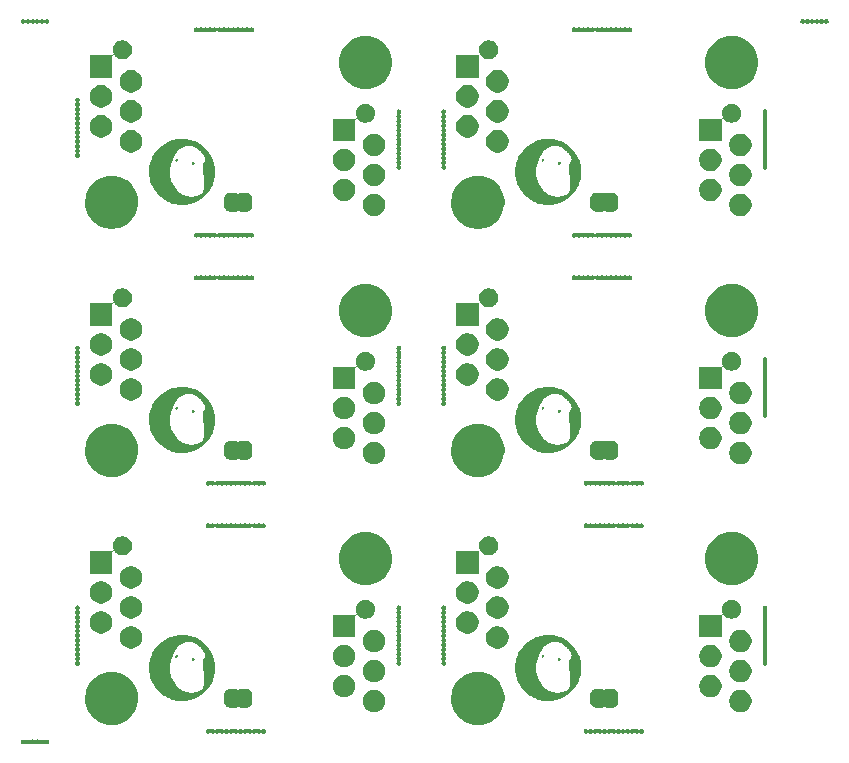
<source format=gbr>
G04 #@! TF.GenerationSoftware,KiCad,Pcbnew,5.0.2-bee76a0~70~ubuntu18.04.1*
G04 #@! TF.CreationDate,2020-02-26T15:16:49+01:00*
G04 #@! TF.ProjectId,output.rs485_adapter_panel,6f757470-7574-42e7-9273-3438355f6164,rev?*
G04 #@! TF.SameCoordinates,Original*
G04 #@! TF.FileFunction,Soldermask,Bot*
G04 #@! TF.FilePolarity,Negative*
%FSLAX46Y46*%
G04 Gerber Fmt 4.6, Leading zero omitted, Abs format (unit mm)*
G04 Created by KiCad (PCBNEW 5.0.2-bee76a0~70~ubuntu18.04.1) date Wed 26 Feb 2020 03:16:49 PM CET*
%MOMM*%
%LPD*%
G01*
G04 APERTURE LIST*
%ADD10C,0.010000*%
%ADD11C,0.100000*%
G04 APERTURE END LIST*
D10*
G04 #@! TO.C,H5*
G36*
X179515807Y-131458006D02*
X179564699Y-131456630D01*
X179606187Y-131454437D01*
X179608644Y-131454260D01*
X179775126Y-131437047D01*
X179939252Y-131410045D01*
X180100659Y-131373428D01*
X180258985Y-131327367D01*
X180413866Y-131272036D01*
X180564941Y-131207608D01*
X180711847Y-131134254D01*
X180854220Y-131052149D01*
X180991700Y-130961465D01*
X181123922Y-130862374D01*
X181250524Y-130755050D01*
X181371144Y-130639665D01*
X181415884Y-130593158D01*
X181526784Y-130467862D01*
X181629248Y-130336984D01*
X181723162Y-130200770D01*
X181808410Y-130059467D01*
X181884881Y-129913320D01*
X181952460Y-129762573D01*
X182011033Y-129607474D01*
X182060486Y-129448268D01*
X182100706Y-129285199D01*
X182131580Y-129118515D01*
X182145423Y-129018084D01*
X182148084Y-128990050D01*
X182150452Y-128953506D01*
X182152503Y-128910099D01*
X182154214Y-128861476D01*
X182155564Y-128809285D01*
X182156527Y-128755171D01*
X182157083Y-128700783D01*
X182157206Y-128647766D01*
X182156875Y-128597767D01*
X182156067Y-128552435D01*
X182154758Y-128513414D01*
X182152925Y-128482353D01*
X182152917Y-128482255D01*
X182134821Y-128317926D01*
X182106919Y-128155717D01*
X182069420Y-127996028D01*
X182022533Y-127839259D01*
X181966464Y-127685811D01*
X181901422Y-127536084D01*
X181827616Y-127390478D01*
X181745254Y-127249393D01*
X181654543Y-127113231D01*
X181555691Y-126982391D01*
X181448908Y-126857273D01*
X181334401Y-126738279D01*
X181212378Y-126625808D01*
X181168223Y-126588299D01*
X181036735Y-126485500D01*
X180899952Y-126391294D01*
X180758216Y-126305820D01*
X180611871Y-126229220D01*
X180461259Y-126161634D01*
X180306724Y-126103202D01*
X180148609Y-126054065D01*
X179987257Y-126014364D01*
X179823011Y-125984239D01*
X179656214Y-125963830D01*
X179640616Y-125962434D01*
X179609001Y-125960243D01*
X179569669Y-125958381D01*
X179524733Y-125956873D01*
X179476305Y-125955748D01*
X179426498Y-125955030D01*
X179377425Y-125954747D01*
X179331198Y-125954924D01*
X179289930Y-125955588D01*
X179255734Y-125956765D01*
X179243090Y-125957477D01*
X179073458Y-125973622D01*
X178906774Y-125999356D01*
X178743304Y-126034565D01*
X178583312Y-126079135D01*
X178427063Y-126132952D01*
X178274823Y-126195901D01*
X178126857Y-126267868D01*
X177983429Y-126348739D01*
X177844804Y-126438399D01*
X177711248Y-126536735D01*
X177583026Y-126643633D01*
X177521665Y-126699628D01*
X177403275Y-126817797D01*
X177292875Y-126942093D01*
X177190637Y-127072154D01*
X177096734Y-127207616D01*
X177011339Y-127348118D01*
X176934625Y-127493295D01*
X176866766Y-127642784D01*
X176807933Y-127796223D01*
X176758300Y-127953248D01*
X176718040Y-128113496D01*
X176687326Y-128276604D01*
X176666331Y-128442210D01*
X176660880Y-128506496D01*
X176658631Y-128547421D01*
X176657202Y-128595880D01*
X176656554Y-128649923D01*
X176656650Y-128707599D01*
X176657241Y-128751384D01*
X178340262Y-128751384D01*
X178340483Y-128690797D01*
X178341196Y-128638409D01*
X178342550Y-128592266D01*
X178344692Y-128550415D01*
X178347772Y-128510901D01*
X178351937Y-128471769D01*
X178357335Y-128431066D01*
X178364115Y-128386837D01*
X178371079Y-128344984D01*
X178395717Y-128219897D01*
X178427568Y-128089880D01*
X178466040Y-127956509D01*
X178510542Y-127821358D01*
X178560481Y-127686004D01*
X178615265Y-127552020D01*
X178674303Y-127420981D01*
X178737001Y-127294463D01*
X178802769Y-127174041D01*
X178826534Y-127133404D01*
X178852246Y-127091514D01*
X178876788Y-127054594D01*
X178901854Y-127020501D01*
X178929135Y-126987087D01*
X178960323Y-126952209D01*
X178997110Y-126913720D01*
X179010633Y-126899996D01*
X179078935Y-126833601D01*
X179144428Y-126775325D01*
X179208576Y-126724070D01*
X179272841Y-126678737D01*
X179338688Y-126638228D01*
X179407579Y-126601444D01*
X179410021Y-126600232D01*
X179477261Y-126569033D01*
X179544919Y-126542073D01*
X179614214Y-126519090D01*
X179686368Y-126499823D01*
X179762604Y-126484011D01*
X179844142Y-126471393D01*
X179932203Y-126461709D01*
X180028010Y-126454696D01*
X180108697Y-126450921D01*
X180122864Y-126451599D01*
X180143570Y-126454059D01*
X180167438Y-126457859D01*
X180180742Y-126460369D01*
X180286522Y-126486695D01*
X180390623Y-126522940D01*
X180493136Y-126569144D01*
X180594155Y-126625348D01*
X180673111Y-126676949D01*
X180709344Y-126703221D01*
X180750252Y-126734616D01*
X180794401Y-126769900D01*
X180840360Y-126807838D01*
X180886695Y-126847197D01*
X180931973Y-126886743D01*
X180974761Y-126925241D01*
X181013626Y-126961457D01*
X181047136Y-126994158D01*
X181073753Y-127021995D01*
X181123474Y-127079093D01*
X181172422Y-127139831D01*
X181219738Y-127202892D01*
X181264564Y-127266962D01*
X181306042Y-127330725D01*
X181343312Y-127392864D01*
X181375516Y-127452064D01*
X181401795Y-127507010D01*
X181419943Y-127552504D01*
X181431562Y-127588981D01*
X181438065Y-127618744D01*
X181439687Y-127643718D01*
X181436662Y-127665826D01*
X181434625Y-127673009D01*
X181426295Y-127706481D01*
X181419570Y-127749814D01*
X181414441Y-127803082D01*
X181412953Y-127825184D01*
X181411310Y-127848379D01*
X181409487Y-127867837D01*
X181407723Y-127881310D01*
X181406444Y-127886385D01*
X181400381Y-127890573D01*
X181387857Y-127896848D01*
X181375609Y-127902170D01*
X181339587Y-127919859D01*
X181309446Y-127941553D01*
X181284451Y-127968331D01*
X181263868Y-128001268D01*
X181246963Y-128041443D01*
X181233002Y-128089931D01*
X181226127Y-128121464D01*
X181217505Y-128175680D01*
X181211268Y-128238365D01*
X181207399Y-128308117D01*
X181205884Y-128383533D01*
X181206706Y-128463211D01*
X181209850Y-128545747D01*
X181215300Y-128629740D01*
X181223040Y-128713786D01*
X181233054Y-128796483D01*
X181233787Y-128801807D01*
X181242079Y-128853043D01*
X181253247Y-128907141D01*
X181267695Y-128965783D01*
X181285832Y-129030652D01*
X181301903Y-129083770D01*
X181312397Y-129119068D01*
X181319145Y-129145441D01*
X181322252Y-129163366D01*
X181322026Y-129172670D01*
X181321388Y-129179847D01*
X181320669Y-129196325D01*
X181319886Y-129221242D01*
X181319058Y-129253738D01*
X181318203Y-129292956D01*
X181317339Y-129338033D01*
X181316483Y-129388111D01*
X181315654Y-129442329D01*
X181314870Y-129499828D01*
X181314420Y-129536244D01*
X181313495Y-129610798D01*
X181312574Y-129676228D01*
X181311605Y-129733570D01*
X181310539Y-129783862D01*
X181309324Y-129828139D01*
X181307910Y-129867436D01*
X181306247Y-129902792D01*
X181304282Y-129935242D01*
X181301966Y-129965821D01*
X181299249Y-129995567D01*
X181296078Y-130025516D01*
X181292405Y-130056703D01*
X181288177Y-130090166D01*
X181286811Y-130100669D01*
X181277846Y-130163131D01*
X181267033Y-130228482D01*
X181255059Y-130292892D01*
X181242612Y-130352533D01*
X181237597Y-130374444D01*
X181231590Y-130399924D01*
X181226255Y-130422586D01*
X181222115Y-130440199D01*
X181219696Y-130450529D01*
X181219495Y-130451391D01*
X181213910Y-130461068D01*
X181201166Y-130475524D01*
X181182455Y-130493752D01*
X181158969Y-130514744D01*
X181131901Y-130537494D01*
X181102443Y-130560993D01*
X181071787Y-130584234D01*
X181041125Y-130606210D01*
X181017296Y-130622266D01*
X180924059Y-130677103D01*
X180824762Y-130723999D01*
X180719281Y-130762999D01*
X180607495Y-130794149D01*
X180489281Y-130817491D01*
X180478816Y-130819135D01*
X180434193Y-130824670D01*
X180381942Y-130828931D01*
X180324519Y-130831875D01*
X180264380Y-130833456D01*
X180203983Y-130833628D01*
X180145785Y-130832348D01*
X180092242Y-130829570D01*
X180059716Y-130826800D01*
X179922701Y-130808788D01*
X179791285Y-130783416D01*
X179665770Y-130750801D01*
X179546461Y-130711057D01*
X179433658Y-130664302D01*
X179327666Y-130610650D01*
X179228787Y-130550217D01*
X179137324Y-130483120D01*
X179116703Y-130466199D01*
X179083514Y-130437180D01*
X179051122Y-130406236D01*
X179018031Y-130371794D01*
X178982745Y-130332286D01*
X178943768Y-130286140D01*
X178934913Y-130275384D01*
X178831302Y-130142932D01*
X178737775Y-130010477D01*
X178654254Y-129877867D01*
X178580664Y-129744948D01*
X178516929Y-129611566D01*
X178462973Y-129477566D01*
X178418720Y-129342797D01*
X178384093Y-129207103D01*
X178368735Y-129129844D01*
X178361258Y-129086700D01*
X178355183Y-129048103D01*
X178350371Y-129012212D01*
X178346683Y-128977187D01*
X178343981Y-128941187D01*
X178342126Y-128902373D01*
X178340981Y-128858902D01*
X178340405Y-128808935D01*
X178340262Y-128751384D01*
X176657241Y-128751384D01*
X176657452Y-128766960D01*
X176658922Y-128826053D01*
X176661020Y-128882929D01*
X176663710Y-128935637D01*
X176666952Y-128982227D01*
X176670710Y-129020749D01*
X176670978Y-129022984D01*
X176696452Y-129192516D01*
X176731124Y-129357738D01*
X176775025Y-129518726D01*
X176828188Y-129675552D01*
X176890645Y-129828290D01*
X176962426Y-129977014D01*
X177043565Y-130121798D01*
X177134093Y-130262716D01*
X177234042Y-130399842D01*
X177301553Y-130483946D01*
X177326650Y-130512930D01*
X177357856Y-130547100D01*
X177393650Y-130584936D01*
X177432512Y-130624917D01*
X177472919Y-130665521D01*
X177513351Y-130705226D01*
X177552286Y-130742513D01*
X177588204Y-130775859D01*
X177619582Y-130803744D01*
X177631194Y-130813587D01*
X177747522Y-130905901D01*
X177864531Y-130989589D01*
X177984382Y-131066078D01*
X178109232Y-131136794D01*
X178162336Y-131164434D01*
X178307597Y-131233147D01*
X178454849Y-131292588D01*
X178604941Y-131343014D01*
X178758720Y-131384680D01*
X178917036Y-131417841D01*
X179080738Y-131442753D01*
X179092156Y-131444162D01*
X179130070Y-131447953D01*
X179176183Y-131451231D01*
X179228544Y-131453959D01*
X179285202Y-131456098D01*
X179344208Y-131457610D01*
X179403611Y-131458458D01*
X179461461Y-131458602D01*
X179515807Y-131458006D01*
X179515807Y-131458006D01*
G37*
X179515807Y-131458006D02*
X179564699Y-131456630D01*
X179606187Y-131454437D01*
X179608644Y-131454260D01*
X179775126Y-131437047D01*
X179939252Y-131410045D01*
X180100659Y-131373428D01*
X180258985Y-131327367D01*
X180413866Y-131272036D01*
X180564941Y-131207608D01*
X180711847Y-131134254D01*
X180854220Y-131052149D01*
X180991700Y-130961465D01*
X181123922Y-130862374D01*
X181250524Y-130755050D01*
X181371144Y-130639665D01*
X181415884Y-130593158D01*
X181526784Y-130467862D01*
X181629248Y-130336984D01*
X181723162Y-130200770D01*
X181808410Y-130059467D01*
X181884881Y-129913320D01*
X181952460Y-129762573D01*
X182011033Y-129607474D01*
X182060486Y-129448268D01*
X182100706Y-129285199D01*
X182131580Y-129118515D01*
X182145423Y-129018084D01*
X182148084Y-128990050D01*
X182150452Y-128953506D01*
X182152503Y-128910099D01*
X182154214Y-128861476D01*
X182155564Y-128809285D01*
X182156527Y-128755171D01*
X182157083Y-128700783D01*
X182157206Y-128647766D01*
X182156875Y-128597767D01*
X182156067Y-128552435D01*
X182154758Y-128513414D01*
X182152925Y-128482353D01*
X182152917Y-128482255D01*
X182134821Y-128317926D01*
X182106919Y-128155717D01*
X182069420Y-127996028D01*
X182022533Y-127839259D01*
X181966464Y-127685811D01*
X181901422Y-127536084D01*
X181827616Y-127390478D01*
X181745254Y-127249393D01*
X181654543Y-127113231D01*
X181555691Y-126982391D01*
X181448908Y-126857273D01*
X181334401Y-126738279D01*
X181212378Y-126625808D01*
X181168223Y-126588299D01*
X181036735Y-126485500D01*
X180899952Y-126391294D01*
X180758216Y-126305820D01*
X180611871Y-126229220D01*
X180461259Y-126161634D01*
X180306724Y-126103202D01*
X180148609Y-126054065D01*
X179987257Y-126014364D01*
X179823011Y-125984239D01*
X179656214Y-125963830D01*
X179640616Y-125962434D01*
X179609001Y-125960243D01*
X179569669Y-125958381D01*
X179524733Y-125956873D01*
X179476305Y-125955748D01*
X179426498Y-125955030D01*
X179377425Y-125954747D01*
X179331198Y-125954924D01*
X179289930Y-125955588D01*
X179255734Y-125956765D01*
X179243090Y-125957477D01*
X179073458Y-125973622D01*
X178906774Y-125999356D01*
X178743304Y-126034565D01*
X178583312Y-126079135D01*
X178427063Y-126132952D01*
X178274823Y-126195901D01*
X178126857Y-126267868D01*
X177983429Y-126348739D01*
X177844804Y-126438399D01*
X177711248Y-126536735D01*
X177583026Y-126643633D01*
X177521665Y-126699628D01*
X177403275Y-126817797D01*
X177292875Y-126942093D01*
X177190637Y-127072154D01*
X177096734Y-127207616D01*
X177011339Y-127348118D01*
X176934625Y-127493295D01*
X176866766Y-127642784D01*
X176807933Y-127796223D01*
X176758300Y-127953248D01*
X176718040Y-128113496D01*
X176687326Y-128276604D01*
X176666331Y-128442210D01*
X176660880Y-128506496D01*
X176658631Y-128547421D01*
X176657202Y-128595880D01*
X176656554Y-128649923D01*
X176656650Y-128707599D01*
X176657241Y-128751384D01*
X178340262Y-128751384D01*
X178340483Y-128690797D01*
X178341196Y-128638409D01*
X178342550Y-128592266D01*
X178344692Y-128550415D01*
X178347772Y-128510901D01*
X178351937Y-128471769D01*
X178357335Y-128431066D01*
X178364115Y-128386837D01*
X178371079Y-128344984D01*
X178395717Y-128219897D01*
X178427568Y-128089880D01*
X178466040Y-127956509D01*
X178510542Y-127821358D01*
X178560481Y-127686004D01*
X178615265Y-127552020D01*
X178674303Y-127420981D01*
X178737001Y-127294463D01*
X178802769Y-127174041D01*
X178826534Y-127133404D01*
X178852246Y-127091514D01*
X178876788Y-127054594D01*
X178901854Y-127020501D01*
X178929135Y-126987087D01*
X178960323Y-126952209D01*
X178997110Y-126913720D01*
X179010633Y-126899996D01*
X179078935Y-126833601D01*
X179144428Y-126775325D01*
X179208576Y-126724070D01*
X179272841Y-126678737D01*
X179338688Y-126638228D01*
X179407579Y-126601444D01*
X179410021Y-126600232D01*
X179477261Y-126569033D01*
X179544919Y-126542073D01*
X179614214Y-126519090D01*
X179686368Y-126499823D01*
X179762604Y-126484011D01*
X179844142Y-126471393D01*
X179932203Y-126461709D01*
X180028010Y-126454696D01*
X180108697Y-126450921D01*
X180122864Y-126451599D01*
X180143570Y-126454059D01*
X180167438Y-126457859D01*
X180180742Y-126460369D01*
X180286522Y-126486695D01*
X180390623Y-126522940D01*
X180493136Y-126569144D01*
X180594155Y-126625348D01*
X180673111Y-126676949D01*
X180709344Y-126703221D01*
X180750252Y-126734616D01*
X180794401Y-126769900D01*
X180840360Y-126807838D01*
X180886695Y-126847197D01*
X180931973Y-126886743D01*
X180974761Y-126925241D01*
X181013626Y-126961457D01*
X181047136Y-126994158D01*
X181073753Y-127021995D01*
X181123474Y-127079093D01*
X181172422Y-127139831D01*
X181219738Y-127202892D01*
X181264564Y-127266962D01*
X181306042Y-127330725D01*
X181343312Y-127392864D01*
X181375516Y-127452064D01*
X181401795Y-127507010D01*
X181419943Y-127552504D01*
X181431562Y-127588981D01*
X181438065Y-127618744D01*
X181439687Y-127643718D01*
X181436662Y-127665826D01*
X181434625Y-127673009D01*
X181426295Y-127706481D01*
X181419570Y-127749814D01*
X181414441Y-127803082D01*
X181412953Y-127825184D01*
X181411310Y-127848379D01*
X181409487Y-127867837D01*
X181407723Y-127881310D01*
X181406444Y-127886385D01*
X181400381Y-127890573D01*
X181387857Y-127896848D01*
X181375609Y-127902170D01*
X181339587Y-127919859D01*
X181309446Y-127941553D01*
X181284451Y-127968331D01*
X181263868Y-128001268D01*
X181246963Y-128041443D01*
X181233002Y-128089931D01*
X181226127Y-128121464D01*
X181217505Y-128175680D01*
X181211268Y-128238365D01*
X181207399Y-128308117D01*
X181205884Y-128383533D01*
X181206706Y-128463211D01*
X181209850Y-128545747D01*
X181215300Y-128629740D01*
X181223040Y-128713786D01*
X181233054Y-128796483D01*
X181233787Y-128801807D01*
X181242079Y-128853043D01*
X181253247Y-128907141D01*
X181267695Y-128965783D01*
X181285832Y-129030652D01*
X181301903Y-129083770D01*
X181312397Y-129119068D01*
X181319145Y-129145441D01*
X181322252Y-129163366D01*
X181322026Y-129172670D01*
X181321388Y-129179847D01*
X181320669Y-129196325D01*
X181319886Y-129221242D01*
X181319058Y-129253738D01*
X181318203Y-129292956D01*
X181317339Y-129338033D01*
X181316483Y-129388111D01*
X181315654Y-129442329D01*
X181314870Y-129499828D01*
X181314420Y-129536244D01*
X181313495Y-129610798D01*
X181312574Y-129676228D01*
X181311605Y-129733570D01*
X181310539Y-129783862D01*
X181309324Y-129828139D01*
X181307910Y-129867436D01*
X181306247Y-129902792D01*
X181304282Y-129935242D01*
X181301966Y-129965821D01*
X181299249Y-129995567D01*
X181296078Y-130025516D01*
X181292405Y-130056703D01*
X181288177Y-130090166D01*
X181286811Y-130100669D01*
X181277846Y-130163131D01*
X181267033Y-130228482D01*
X181255059Y-130292892D01*
X181242612Y-130352533D01*
X181237597Y-130374444D01*
X181231590Y-130399924D01*
X181226255Y-130422586D01*
X181222115Y-130440199D01*
X181219696Y-130450529D01*
X181219495Y-130451391D01*
X181213910Y-130461068D01*
X181201166Y-130475524D01*
X181182455Y-130493752D01*
X181158969Y-130514744D01*
X181131901Y-130537494D01*
X181102443Y-130560993D01*
X181071787Y-130584234D01*
X181041125Y-130606210D01*
X181017296Y-130622266D01*
X180924059Y-130677103D01*
X180824762Y-130723999D01*
X180719281Y-130762999D01*
X180607495Y-130794149D01*
X180489281Y-130817491D01*
X180478816Y-130819135D01*
X180434193Y-130824670D01*
X180381942Y-130828931D01*
X180324519Y-130831875D01*
X180264380Y-130833456D01*
X180203983Y-130833628D01*
X180145785Y-130832348D01*
X180092242Y-130829570D01*
X180059716Y-130826800D01*
X179922701Y-130808788D01*
X179791285Y-130783416D01*
X179665770Y-130750801D01*
X179546461Y-130711057D01*
X179433658Y-130664302D01*
X179327666Y-130610650D01*
X179228787Y-130550217D01*
X179137324Y-130483120D01*
X179116703Y-130466199D01*
X179083514Y-130437180D01*
X179051122Y-130406236D01*
X179018031Y-130371794D01*
X178982745Y-130332286D01*
X178943768Y-130286140D01*
X178934913Y-130275384D01*
X178831302Y-130142932D01*
X178737775Y-130010477D01*
X178654254Y-129877867D01*
X178580664Y-129744948D01*
X178516929Y-129611566D01*
X178462973Y-129477566D01*
X178418720Y-129342797D01*
X178384093Y-129207103D01*
X178368735Y-129129844D01*
X178361258Y-129086700D01*
X178355183Y-129048103D01*
X178350371Y-129012212D01*
X178346683Y-128977187D01*
X178343981Y-128941187D01*
X178342126Y-128902373D01*
X178340981Y-128858902D01*
X178340405Y-128808935D01*
X178340262Y-128751384D01*
X176657241Y-128751384D01*
X176657452Y-128766960D01*
X176658922Y-128826053D01*
X176661020Y-128882929D01*
X176663710Y-128935637D01*
X176666952Y-128982227D01*
X176670710Y-129020749D01*
X176670978Y-129022984D01*
X176696452Y-129192516D01*
X176731124Y-129357738D01*
X176775025Y-129518726D01*
X176828188Y-129675552D01*
X176890645Y-129828290D01*
X176962426Y-129977014D01*
X177043565Y-130121798D01*
X177134093Y-130262716D01*
X177234042Y-130399842D01*
X177301553Y-130483946D01*
X177326650Y-130512930D01*
X177357856Y-130547100D01*
X177393650Y-130584936D01*
X177432512Y-130624917D01*
X177472919Y-130665521D01*
X177513351Y-130705226D01*
X177552286Y-130742513D01*
X177588204Y-130775859D01*
X177619582Y-130803744D01*
X177631194Y-130813587D01*
X177747522Y-130905901D01*
X177864531Y-130989589D01*
X177984382Y-131066078D01*
X178109232Y-131136794D01*
X178162336Y-131164434D01*
X178307597Y-131233147D01*
X178454849Y-131292588D01*
X178604941Y-131343014D01*
X178758720Y-131384680D01*
X178917036Y-131417841D01*
X179080738Y-131442753D01*
X179092156Y-131444162D01*
X179130070Y-131447953D01*
X179176183Y-131451231D01*
X179228544Y-131453959D01*
X179285202Y-131456098D01*
X179344208Y-131457610D01*
X179403611Y-131458458D01*
X179461461Y-131458602D01*
X179515807Y-131458006D01*
G36*
X178928862Y-127775738D02*
X178943950Y-127764331D01*
X178946185Y-127762054D01*
X178962393Y-127741588D01*
X178975699Y-127718476D01*
X178985791Y-127694316D01*
X178992357Y-127670704D01*
X178995087Y-127649238D01*
X178993670Y-127631514D01*
X178987793Y-127619129D01*
X178977146Y-127613681D01*
X178975136Y-127613561D01*
X178967715Y-127615974D01*
X178956214Y-127621962D01*
X178954493Y-127622993D01*
X178937495Y-127637756D01*
X178921763Y-127659263D01*
X178908313Y-127684981D01*
X178898160Y-127712375D01*
X178892317Y-127738910D01*
X178891801Y-127762051D01*
X178894399Y-127773069D01*
X178901818Y-127780590D01*
X178914062Y-127781319D01*
X178928862Y-127775738D01*
X178928862Y-127775738D01*
G37*
X178928862Y-127775738D02*
X178943950Y-127764331D01*
X178946185Y-127762054D01*
X178962393Y-127741588D01*
X178975699Y-127718476D01*
X178985791Y-127694316D01*
X178992357Y-127670704D01*
X178995087Y-127649238D01*
X178993670Y-127631514D01*
X178987793Y-127619129D01*
X178977146Y-127613681D01*
X178975136Y-127613561D01*
X178967715Y-127615974D01*
X178956214Y-127621962D01*
X178954493Y-127622993D01*
X178937495Y-127637756D01*
X178921763Y-127659263D01*
X178908313Y-127684981D01*
X178898160Y-127712375D01*
X178892317Y-127738910D01*
X178891801Y-127762051D01*
X178894399Y-127773069D01*
X178901818Y-127780590D01*
X178914062Y-127781319D01*
X178928862Y-127775738D01*
G36*
X180368063Y-128054562D02*
X180381140Y-128051171D01*
X180392444Y-128044042D01*
X180394788Y-128042119D01*
X180414088Y-128020282D01*
X180424015Y-127995805D01*
X180424322Y-127969896D01*
X180414837Y-127943899D01*
X180400408Y-127924805D01*
X180381933Y-127913339D01*
X180357420Y-127908454D01*
X180346624Y-127908104D01*
X180329225Y-127908717D01*
X180317551Y-127911730D01*
X180307190Y-127918906D01*
X180298299Y-127927405D01*
X180281674Y-127950295D01*
X180274332Y-127975230D01*
X180276228Y-128000458D01*
X180287315Y-128024228D01*
X180301255Y-128039713D01*
X180313109Y-128048910D01*
X180324426Y-128053631D01*
X180339526Y-128055295D01*
X180349063Y-128055424D01*
X180368063Y-128054562D01*
X180368063Y-128054562D01*
G37*
X180368063Y-128054562D02*
X180381140Y-128051171D01*
X180392444Y-128044042D01*
X180394788Y-128042119D01*
X180414088Y-128020282D01*
X180424015Y-127995805D01*
X180424322Y-127969896D01*
X180414837Y-127943899D01*
X180400408Y-127924805D01*
X180381933Y-127913339D01*
X180357420Y-127908454D01*
X180346624Y-127908104D01*
X180329225Y-127908717D01*
X180317551Y-127911730D01*
X180307190Y-127918906D01*
X180298299Y-127927405D01*
X180281674Y-127950295D01*
X180274332Y-127975230D01*
X180276228Y-128000458D01*
X180287315Y-128024228D01*
X180301255Y-128039713D01*
X180313109Y-128048910D01*
X180324426Y-128053631D01*
X180339526Y-128055295D01*
X180349063Y-128055424D01*
X180368063Y-128054562D01*
G36*
X148515807Y-131458006D02*
X148564699Y-131456630D01*
X148606187Y-131454437D01*
X148608644Y-131454260D01*
X148775126Y-131437047D01*
X148939252Y-131410045D01*
X149100659Y-131373428D01*
X149258985Y-131327367D01*
X149413866Y-131272036D01*
X149564941Y-131207608D01*
X149711847Y-131134254D01*
X149854220Y-131052149D01*
X149991700Y-130961465D01*
X150123922Y-130862374D01*
X150250524Y-130755050D01*
X150371144Y-130639665D01*
X150415884Y-130593158D01*
X150526784Y-130467862D01*
X150629248Y-130336984D01*
X150723162Y-130200770D01*
X150808410Y-130059467D01*
X150884881Y-129913320D01*
X150952460Y-129762573D01*
X151011033Y-129607474D01*
X151060486Y-129448268D01*
X151100706Y-129285199D01*
X151131580Y-129118515D01*
X151145423Y-129018084D01*
X151148084Y-128990050D01*
X151150452Y-128953506D01*
X151152503Y-128910099D01*
X151154214Y-128861476D01*
X151155564Y-128809285D01*
X151156527Y-128755171D01*
X151157083Y-128700783D01*
X151157206Y-128647766D01*
X151156875Y-128597767D01*
X151156067Y-128552435D01*
X151154758Y-128513414D01*
X151152925Y-128482353D01*
X151152917Y-128482255D01*
X151134821Y-128317926D01*
X151106919Y-128155717D01*
X151069420Y-127996028D01*
X151022533Y-127839259D01*
X150966464Y-127685811D01*
X150901422Y-127536084D01*
X150827616Y-127390478D01*
X150745254Y-127249393D01*
X150654543Y-127113231D01*
X150555691Y-126982391D01*
X150448908Y-126857273D01*
X150334401Y-126738279D01*
X150212378Y-126625808D01*
X150168223Y-126588299D01*
X150036735Y-126485500D01*
X149899952Y-126391294D01*
X149758216Y-126305820D01*
X149611871Y-126229220D01*
X149461259Y-126161634D01*
X149306724Y-126103202D01*
X149148609Y-126054065D01*
X148987257Y-126014364D01*
X148823011Y-125984239D01*
X148656214Y-125963830D01*
X148640616Y-125962434D01*
X148609001Y-125960243D01*
X148569669Y-125958381D01*
X148524733Y-125956873D01*
X148476305Y-125955748D01*
X148426498Y-125955030D01*
X148377425Y-125954747D01*
X148331198Y-125954924D01*
X148289930Y-125955588D01*
X148255734Y-125956765D01*
X148243090Y-125957477D01*
X148073458Y-125973622D01*
X147906774Y-125999356D01*
X147743304Y-126034565D01*
X147583312Y-126079135D01*
X147427063Y-126132952D01*
X147274823Y-126195901D01*
X147126857Y-126267868D01*
X146983429Y-126348739D01*
X146844804Y-126438399D01*
X146711248Y-126536735D01*
X146583026Y-126643633D01*
X146521665Y-126699628D01*
X146403275Y-126817797D01*
X146292875Y-126942093D01*
X146190637Y-127072154D01*
X146096734Y-127207616D01*
X146011339Y-127348118D01*
X145934625Y-127493295D01*
X145866766Y-127642784D01*
X145807933Y-127796223D01*
X145758300Y-127953248D01*
X145718040Y-128113496D01*
X145687326Y-128276604D01*
X145666331Y-128442210D01*
X145660880Y-128506496D01*
X145658631Y-128547421D01*
X145657202Y-128595880D01*
X145656554Y-128649923D01*
X145656650Y-128707599D01*
X145657241Y-128751384D01*
X147340262Y-128751384D01*
X147340483Y-128690797D01*
X147341196Y-128638409D01*
X147342550Y-128592266D01*
X147344692Y-128550415D01*
X147347772Y-128510901D01*
X147351937Y-128471769D01*
X147357335Y-128431066D01*
X147364115Y-128386837D01*
X147371079Y-128344984D01*
X147395717Y-128219897D01*
X147427568Y-128089880D01*
X147466040Y-127956509D01*
X147510542Y-127821358D01*
X147560481Y-127686004D01*
X147615265Y-127552020D01*
X147674303Y-127420981D01*
X147737001Y-127294463D01*
X147802769Y-127174041D01*
X147826534Y-127133404D01*
X147852246Y-127091514D01*
X147876788Y-127054594D01*
X147901854Y-127020501D01*
X147929135Y-126987087D01*
X147960323Y-126952209D01*
X147997110Y-126913720D01*
X148010633Y-126899996D01*
X148078935Y-126833601D01*
X148144428Y-126775325D01*
X148208576Y-126724070D01*
X148272841Y-126678737D01*
X148338688Y-126638228D01*
X148407579Y-126601444D01*
X148410021Y-126600232D01*
X148477261Y-126569033D01*
X148544919Y-126542073D01*
X148614214Y-126519090D01*
X148686368Y-126499823D01*
X148762604Y-126484011D01*
X148844142Y-126471393D01*
X148932203Y-126461709D01*
X149028010Y-126454696D01*
X149108697Y-126450921D01*
X149122864Y-126451599D01*
X149143570Y-126454059D01*
X149167438Y-126457859D01*
X149180742Y-126460369D01*
X149286522Y-126486695D01*
X149390623Y-126522940D01*
X149493136Y-126569144D01*
X149594155Y-126625348D01*
X149673111Y-126676949D01*
X149709344Y-126703221D01*
X149750252Y-126734616D01*
X149794401Y-126769900D01*
X149840360Y-126807838D01*
X149886695Y-126847197D01*
X149931973Y-126886743D01*
X149974761Y-126925241D01*
X150013626Y-126961457D01*
X150047136Y-126994158D01*
X150073753Y-127021995D01*
X150123474Y-127079093D01*
X150172422Y-127139831D01*
X150219738Y-127202892D01*
X150264564Y-127266962D01*
X150306042Y-127330725D01*
X150343312Y-127392864D01*
X150375516Y-127452064D01*
X150401795Y-127507010D01*
X150419943Y-127552504D01*
X150431562Y-127588981D01*
X150438065Y-127618744D01*
X150439687Y-127643718D01*
X150436662Y-127665826D01*
X150434625Y-127673009D01*
X150426295Y-127706481D01*
X150419570Y-127749814D01*
X150414441Y-127803082D01*
X150412953Y-127825184D01*
X150411310Y-127848379D01*
X150409487Y-127867837D01*
X150407723Y-127881310D01*
X150406444Y-127886385D01*
X150400381Y-127890573D01*
X150387857Y-127896848D01*
X150375609Y-127902170D01*
X150339587Y-127919859D01*
X150309446Y-127941553D01*
X150284451Y-127968331D01*
X150263868Y-128001268D01*
X150246963Y-128041443D01*
X150233002Y-128089931D01*
X150226127Y-128121464D01*
X150217505Y-128175680D01*
X150211268Y-128238365D01*
X150207399Y-128308117D01*
X150205884Y-128383533D01*
X150206706Y-128463211D01*
X150209850Y-128545747D01*
X150215300Y-128629740D01*
X150223040Y-128713786D01*
X150233054Y-128796483D01*
X150233787Y-128801807D01*
X150242079Y-128853043D01*
X150253247Y-128907141D01*
X150267695Y-128965783D01*
X150285832Y-129030652D01*
X150301903Y-129083770D01*
X150312397Y-129119068D01*
X150319145Y-129145441D01*
X150322252Y-129163366D01*
X150322026Y-129172670D01*
X150321388Y-129179847D01*
X150320669Y-129196325D01*
X150319886Y-129221242D01*
X150319058Y-129253738D01*
X150318203Y-129292956D01*
X150317339Y-129338033D01*
X150316483Y-129388111D01*
X150315654Y-129442329D01*
X150314870Y-129499828D01*
X150314420Y-129536244D01*
X150313495Y-129610798D01*
X150312574Y-129676228D01*
X150311605Y-129733570D01*
X150310539Y-129783862D01*
X150309324Y-129828139D01*
X150307910Y-129867436D01*
X150306247Y-129902792D01*
X150304282Y-129935242D01*
X150301966Y-129965821D01*
X150299249Y-129995567D01*
X150296078Y-130025516D01*
X150292405Y-130056703D01*
X150288177Y-130090166D01*
X150286811Y-130100669D01*
X150277846Y-130163131D01*
X150267033Y-130228482D01*
X150255059Y-130292892D01*
X150242612Y-130352533D01*
X150237597Y-130374444D01*
X150231590Y-130399924D01*
X150226255Y-130422586D01*
X150222115Y-130440199D01*
X150219696Y-130450529D01*
X150219495Y-130451391D01*
X150213910Y-130461068D01*
X150201166Y-130475524D01*
X150182455Y-130493752D01*
X150158969Y-130514744D01*
X150131901Y-130537494D01*
X150102443Y-130560993D01*
X150071787Y-130584234D01*
X150041125Y-130606210D01*
X150017296Y-130622266D01*
X149924059Y-130677103D01*
X149824762Y-130723999D01*
X149719281Y-130762999D01*
X149607495Y-130794149D01*
X149489281Y-130817491D01*
X149478816Y-130819135D01*
X149434193Y-130824670D01*
X149381942Y-130828931D01*
X149324519Y-130831875D01*
X149264380Y-130833456D01*
X149203983Y-130833628D01*
X149145785Y-130832348D01*
X149092242Y-130829570D01*
X149059716Y-130826800D01*
X148922701Y-130808788D01*
X148791285Y-130783416D01*
X148665770Y-130750801D01*
X148546461Y-130711057D01*
X148433658Y-130664302D01*
X148327666Y-130610650D01*
X148228787Y-130550217D01*
X148137324Y-130483120D01*
X148116703Y-130466199D01*
X148083514Y-130437180D01*
X148051122Y-130406236D01*
X148018031Y-130371794D01*
X147982745Y-130332286D01*
X147943768Y-130286140D01*
X147934913Y-130275384D01*
X147831302Y-130142932D01*
X147737775Y-130010477D01*
X147654254Y-129877867D01*
X147580664Y-129744948D01*
X147516929Y-129611566D01*
X147462973Y-129477566D01*
X147418720Y-129342797D01*
X147384093Y-129207103D01*
X147368735Y-129129844D01*
X147361258Y-129086700D01*
X147355183Y-129048103D01*
X147350371Y-129012212D01*
X147346683Y-128977187D01*
X147343981Y-128941187D01*
X147342126Y-128902373D01*
X147340981Y-128858902D01*
X147340405Y-128808935D01*
X147340262Y-128751384D01*
X145657241Y-128751384D01*
X145657452Y-128766960D01*
X145658922Y-128826053D01*
X145661020Y-128882929D01*
X145663710Y-128935637D01*
X145666952Y-128982227D01*
X145670710Y-129020749D01*
X145670978Y-129022984D01*
X145696452Y-129192516D01*
X145731124Y-129357738D01*
X145775025Y-129518726D01*
X145828188Y-129675552D01*
X145890645Y-129828290D01*
X145962426Y-129977014D01*
X146043565Y-130121798D01*
X146134093Y-130262716D01*
X146234042Y-130399842D01*
X146301553Y-130483946D01*
X146326650Y-130512930D01*
X146357856Y-130547100D01*
X146393650Y-130584936D01*
X146432512Y-130624917D01*
X146472919Y-130665521D01*
X146513351Y-130705226D01*
X146552286Y-130742513D01*
X146588204Y-130775859D01*
X146619582Y-130803744D01*
X146631194Y-130813587D01*
X146747522Y-130905901D01*
X146864531Y-130989589D01*
X146984382Y-131066078D01*
X147109232Y-131136794D01*
X147162336Y-131164434D01*
X147307597Y-131233147D01*
X147454849Y-131292588D01*
X147604941Y-131343014D01*
X147758720Y-131384680D01*
X147917036Y-131417841D01*
X148080738Y-131442753D01*
X148092156Y-131444162D01*
X148130070Y-131447953D01*
X148176183Y-131451231D01*
X148228544Y-131453959D01*
X148285202Y-131456098D01*
X148344208Y-131457610D01*
X148403611Y-131458458D01*
X148461461Y-131458602D01*
X148515807Y-131458006D01*
X148515807Y-131458006D01*
G37*
X148515807Y-131458006D02*
X148564699Y-131456630D01*
X148606187Y-131454437D01*
X148608644Y-131454260D01*
X148775126Y-131437047D01*
X148939252Y-131410045D01*
X149100659Y-131373428D01*
X149258985Y-131327367D01*
X149413866Y-131272036D01*
X149564941Y-131207608D01*
X149711847Y-131134254D01*
X149854220Y-131052149D01*
X149991700Y-130961465D01*
X150123922Y-130862374D01*
X150250524Y-130755050D01*
X150371144Y-130639665D01*
X150415884Y-130593158D01*
X150526784Y-130467862D01*
X150629248Y-130336984D01*
X150723162Y-130200770D01*
X150808410Y-130059467D01*
X150884881Y-129913320D01*
X150952460Y-129762573D01*
X151011033Y-129607474D01*
X151060486Y-129448268D01*
X151100706Y-129285199D01*
X151131580Y-129118515D01*
X151145423Y-129018084D01*
X151148084Y-128990050D01*
X151150452Y-128953506D01*
X151152503Y-128910099D01*
X151154214Y-128861476D01*
X151155564Y-128809285D01*
X151156527Y-128755171D01*
X151157083Y-128700783D01*
X151157206Y-128647766D01*
X151156875Y-128597767D01*
X151156067Y-128552435D01*
X151154758Y-128513414D01*
X151152925Y-128482353D01*
X151152917Y-128482255D01*
X151134821Y-128317926D01*
X151106919Y-128155717D01*
X151069420Y-127996028D01*
X151022533Y-127839259D01*
X150966464Y-127685811D01*
X150901422Y-127536084D01*
X150827616Y-127390478D01*
X150745254Y-127249393D01*
X150654543Y-127113231D01*
X150555691Y-126982391D01*
X150448908Y-126857273D01*
X150334401Y-126738279D01*
X150212378Y-126625808D01*
X150168223Y-126588299D01*
X150036735Y-126485500D01*
X149899952Y-126391294D01*
X149758216Y-126305820D01*
X149611871Y-126229220D01*
X149461259Y-126161634D01*
X149306724Y-126103202D01*
X149148609Y-126054065D01*
X148987257Y-126014364D01*
X148823011Y-125984239D01*
X148656214Y-125963830D01*
X148640616Y-125962434D01*
X148609001Y-125960243D01*
X148569669Y-125958381D01*
X148524733Y-125956873D01*
X148476305Y-125955748D01*
X148426498Y-125955030D01*
X148377425Y-125954747D01*
X148331198Y-125954924D01*
X148289930Y-125955588D01*
X148255734Y-125956765D01*
X148243090Y-125957477D01*
X148073458Y-125973622D01*
X147906774Y-125999356D01*
X147743304Y-126034565D01*
X147583312Y-126079135D01*
X147427063Y-126132952D01*
X147274823Y-126195901D01*
X147126857Y-126267868D01*
X146983429Y-126348739D01*
X146844804Y-126438399D01*
X146711248Y-126536735D01*
X146583026Y-126643633D01*
X146521665Y-126699628D01*
X146403275Y-126817797D01*
X146292875Y-126942093D01*
X146190637Y-127072154D01*
X146096734Y-127207616D01*
X146011339Y-127348118D01*
X145934625Y-127493295D01*
X145866766Y-127642784D01*
X145807933Y-127796223D01*
X145758300Y-127953248D01*
X145718040Y-128113496D01*
X145687326Y-128276604D01*
X145666331Y-128442210D01*
X145660880Y-128506496D01*
X145658631Y-128547421D01*
X145657202Y-128595880D01*
X145656554Y-128649923D01*
X145656650Y-128707599D01*
X145657241Y-128751384D01*
X147340262Y-128751384D01*
X147340483Y-128690797D01*
X147341196Y-128638409D01*
X147342550Y-128592266D01*
X147344692Y-128550415D01*
X147347772Y-128510901D01*
X147351937Y-128471769D01*
X147357335Y-128431066D01*
X147364115Y-128386837D01*
X147371079Y-128344984D01*
X147395717Y-128219897D01*
X147427568Y-128089880D01*
X147466040Y-127956509D01*
X147510542Y-127821358D01*
X147560481Y-127686004D01*
X147615265Y-127552020D01*
X147674303Y-127420981D01*
X147737001Y-127294463D01*
X147802769Y-127174041D01*
X147826534Y-127133404D01*
X147852246Y-127091514D01*
X147876788Y-127054594D01*
X147901854Y-127020501D01*
X147929135Y-126987087D01*
X147960323Y-126952209D01*
X147997110Y-126913720D01*
X148010633Y-126899996D01*
X148078935Y-126833601D01*
X148144428Y-126775325D01*
X148208576Y-126724070D01*
X148272841Y-126678737D01*
X148338688Y-126638228D01*
X148407579Y-126601444D01*
X148410021Y-126600232D01*
X148477261Y-126569033D01*
X148544919Y-126542073D01*
X148614214Y-126519090D01*
X148686368Y-126499823D01*
X148762604Y-126484011D01*
X148844142Y-126471393D01*
X148932203Y-126461709D01*
X149028010Y-126454696D01*
X149108697Y-126450921D01*
X149122864Y-126451599D01*
X149143570Y-126454059D01*
X149167438Y-126457859D01*
X149180742Y-126460369D01*
X149286522Y-126486695D01*
X149390623Y-126522940D01*
X149493136Y-126569144D01*
X149594155Y-126625348D01*
X149673111Y-126676949D01*
X149709344Y-126703221D01*
X149750252Y-126734616D01*
X149794401Y-126769900D01*
X149840360Y-126807838D01*
X149886695Y-126847197D01*
X149931973Y-126886743D01*
X149974761Y-126925241D01*
X150013626Y-126961457D01*
X150047136Y-126994158D01*
X150073753Y-127021995D01*
X150123474Y-127079093D01*
X150172422Y-127139831D01*
X150219738Y-127202892D01*
X150264564Y-127266962D01*
X150306042Y-127330725D01*
X150343312Y-127392864D01*
X150375516Y-127452064D01*
X150401795Y-127507010D01*
X150419943Y-127552504D01*
X150431562Y-127588981D01*
X150438065Y-127618744D01*
X150439687Y-127643718D01*
X150436662Y-127665826D01*
X150434625Y-127673009D01*
X150426295Y-127706481D01*
X150419570Y-127749814D01*
X150414441Y-127803082D01*
X150412953Y-127825184D01*
X150411310Y-127848379D01*
X150409487Y-127867837D01*
X150407723Y-127881310D01*
X150406444Y-127886385D01*
X150400381Y-127890573D01*
X150387857Y-127896848D01*
X150375609Y-127902170D01*
X150339587Y-127919859D01*
X150309446Y-127941553D01*
X150284451Y-127968331D01*
X150263868Y-128001268D01*
X150246963Y-128041443D01*
X150233002Y-128089931D01*
X150226127Y-128121464D01*
X150217505Y-128175680D01*
X150211268Y-128238365D01*
X150207399Y-128308117D01*
X150205884Y-128383533D01*
X150206706Y-128463211D01*
X150209850Y-128545747D01*
X150215300Y-128629740D01*
X150223040Y-128713786D01*
X150233054Y-128796483D01*
X150233787Y-128801807D01*
X150242079Y-128853043D01*
X150253247Y-128907141D01*
X150267695Y-128965783D01*
X150285832Y-129030652D01*
X150301903Y-129083770D01*
X150312397Y-129119068D01*
X150319145Y-129145441D01*
X150322252Y-129163366D01*
X150322026Y-129172670D01*
X150321388Y-129179847D01*
X150320669Y-129196325D01*
X150319886Y-129221242D01*
X150319058Y-129253738D01*
X150318203Y-129292956D01*
X150317339Y-129338033D01*
X150316483Y-129388111D01*
X150315654Y-129442329D01*
X150314870Y-129499828D01*
X150314420Y-129536244D01*
X150313495Y-129610798D01*
X150312574Y-129676228D01*
X150311605Y-129733570D01*
X150310539Y-129783862D01*
X150309324Y-129828139D01*
X150307910Y-129867436D01*
X150306247Y-129902792D01*
X150304282Y-129935242D01*
X150301966Y-129965821D01*
X150299249Y-129995567D01*
X150296078Y-130025516D01*
X150292405Y-130056703D01*
X150288177Y-130090166D01*
X150286811Y-130100669D01*
X150277846Y-130163131D01*
X150267033Y-130228482D01*
X150255059Y-130292892D01*
X150242612Y-130352533D01*
X150237597Y-130374444D01*
X150231590Y-130399924D01*
X150226255Y-130422586D01*
X150222115Y-130440199D01*
X150219696Y-130450529D01*
X150219495Y-130451391D01*
X150213910Y-130461068D01*
X150201166Y-130475524D01*
X150182455Y-130493752D01*
X150158969Y-130514744D01*
X150131901Y-130537494D01*
X150102443Y-130560993D01*
X150071787Y-130584234D01*
X150041125Y-130606210D01*
X150017296Y-130622266D01*
X149924059Y-130677103D01*
X149824762Y-130723999D01*
X149719281Y-130762999D01*
X149607495Y-130794149D01*
X149489281Y-130817491D01*
X149478816Y-130819135D01*
X149434193Y-130824670D01*
X149381942Y-130828931D01*
X149324519Y-130831875D01*
X149264380Y-130833456D01*
X149203983Y-130833628D01*
X149145785Y-130832348D01*
X149092242Y-130829570D01*
X149059716Y-130826800D01*
X148922701Y-130808788D01*
X148791285Y-130783416D01*
X148665770Y-130750801D01*
X148546461Y-130711057D01*
X148433658Y-130664302D01*
X148327666Y-130610650D01*
X148228787Y-130550217D01*
X148137324Y-130483120D01*
X148116703Y-130466199D01*
X148083514Y-130437180D01*
X148051122Y-130406236D01*
X148018031Y-130371794D01*
X147982745Y-130332286D01*
X147943768Y-130286140D01*
X147934913Y-130275384D01*
X147831302Y-130142932D01*
X147737775Y-130010477D01*
X147654254Y-129877867D01*
X147580664Y-129744948D01*
X147516929Y-129611566D01*
X147462973Y-129477566D01*
X147418720Y-129342797D01*
X147384093Y-129207103D01*
X147368735Y-129129844D01*
X147361258Y-129086700D01*
X147355183Y-129048103D01*
X147350371Y-129012212D01*
X147346683Y-128977187D01*
X147343981Y-128941187D01*
X147342126Y-128902373D01*
X147340981Y-128858902D01*
X147340405Y-128808935D01*
X147340262Y-128751384D01*
X145657241Y-128751384D01*
X145657452Y-128766960D01*
X145658922Y-128826053D01*
X145661020Y-128882929D01*
X145663710Y-128935637D01*
X145666952Y-128982227D01*
X145670710Y-129020749D01*
X145670978Y-129022984D01*
X145696452Y-129192516D01*
X145731124Y-129357738D01*
X145775025Y-129518726D01*
X145828188Y-129675552D01*
X145890645Y-129828290D01*
X145962426Y-129977014D01*
X146043565Y-130121798D01*
X146134093Y-130262716D01*
X146234042Y-130399842D01*
X146301553Y-130483946D01*
X146326650Y-130512930D01*
X146357856Y-130547100D01*
X146393650Y-130584936D01*
X146432512Y-130624917D01*
X146472919Y-130665521D01*
X146513351Y-130705226D01*
X146552286Y-130742513D01*
X146588204Y-130775859D01*
X146619582Y-130803744D01*
X146631194Y-130813587D01*
X146747522Y-130905901D01*
X146864531Y-130989589D01*
X146984382Y-131066078D01*
X147109232Y-131136794D01*
X147162336Y-131164434D01*
X147307597Y-131233147D01*
X147454849Y-131292588D01*
X147604941Y-131343014D01*
X147758720Y-131384680D01*
X147917036Y-131417841D01*
X148080738Y-131442753D01*
X148092156Y-131444162D01*
X148130070Y-131447953D01*
X148176183Y-131451231D01*
X148228544Y-131453959D01*
X148285202Y-131456098D01*
X148344208Y-131457610D01*
X148403611Y-131458458D01*
X148461461Y-131458602D01*
X148515807Y-131458006D01*
G36*
X147928862Y-127775738D02*
X147943950Y-127764331D01*
X147946185Y-127762054D01*
X147962393Y-127741588D01*
X147975699Y-127718476D01*
X147985791Y-127694316D01*
X147992357Y-127670704D01*
X147995087Y-127649238D01*
X147993670Y-127631514D01*
X147987793Y-127619129D01*
X147977146Y-127613681D01*
X147975136Y-127613561D01*
X147967715Y-127615974D01*
X147956214Y-127621962D01*
X147954493Y-127622993D01*
X147937495Y-127637756D01*
X147921763Y-127659263D01*
X147908313Y-127684981D01*
X147898160Y-127712375D01*
X147892317Y-127738910D01*
X147891801Y-127762051D01*
X147894399Y-127773069D01*
X147901818Y-127780590D01*
X147914062Y-127781319D01*
X147928862Y-127775738D01*
X147928862Y-127775738D01*
G37*
X147928862Y-127775738D02*
X147943950Y-127764331D01*
X147946185Y-127762054D01*
X147962393Y-127741588D01*
X147975699Y-127718476D01*
X147985791Y-127694316D01*
X147992357Y-127670704D01*
X147995087Y-127649238D01*
X147993670Y-127631514D01*
X147987793Y-127619129D01*
X147977146Y-127613681D01*
X147975136Y-127613561D01*
X147967715Y-127615974D01*
X147956214Y-127621962D01*
X147954493Y-127622993D01*
X147937495Y-127637756D01*
X147921763Y-127659263D01*
X147908313Y-127684981D01*
X147898160Y-127712375D01*
X147892317Y-127738910D01*
X147891801Y-127762051D01*
X147894399Y-127773069D01*
X147901818Y-127780590D01*
X147914062Y-127781319D01*
X147928862Y-127775738D01*
G36*
X149368063Y-128054562D02*
X149381140Y-128051171D01*
X149392444Y-128044042D01*
X149394788Y-128042119D01*
X149414088Y-128020282D01*
X149424015Y-127995805D01*
X149424322Y-127969896D01*
X149414837Y-127943899D01*
X149400408Y-127924805D01*
X149381933Y-127913339D01*
X149357420Y-127908454D01*
X149346624Y-127908104D01*
X149329225Y-127908717D01*
X149317551Y-127911730D01*
X149307190Y-127918906D01*
X149298299Y-127927405D01*
X149281674Y-127950295D01*
X149274332Y-127975230D01*
X149276228Y-128000458D01*
X149287315Y-128024228D01*
X149301255Y-128039713D01*
X149313109Y-128048910D01*
X149324426Y-128053631D01*
X149339526Y-128055295D01*
X149349063Y-128055424D01*
X149368063Y-128054562D01*
X149368063Y-128054562D01*
G37*
X149368063Y-128054562D02*
X149381140Y-128051171D01*
X149392444Y-128044042D01*
X149394788Y-128042119D01*
X149414088Y-128020282D01*
X149424015Y-127995805D01*
X149424322Y-127969896D01*
X149414837Y-127943899D01*
X149400408Y-127924805D01*
X149381933Y-127913339D01*
X149357420Y-127908454D01*
X149346624Y-127908104D01*
X149329225Y-127908717D01*
X149317551Y-127911730D01*
X149307190Y-127918906D01*
X149298299Y-127927405D01*
X149281674Y-127950295D01*
X149274332Y-127975230D01*
X149276228Y-128000458D01*
X149287315Y-128024228D01*
X149301255Y-128039713D01*
X149313109Y-128048910D01*
X149324426Y-128053631D01*
X149339526Y-128055295D01*
X149349063Y-128055424D01*
X149368063Y-128054562D01*
G36*
X179515807Y-110458006D02*
X179564699Y-110456630D01*
X179606187Y-110454437D01*
X179608644Y-110454260D01*
X179775126Y-110437047D01*
X179939252Y-110410045D01*
X180100659Y-110373428D01*
X180258985Y-110327367D01*
X180413866Y-110272036D01*
X180564941Y-110207608D01*
X180711847Y-110134254D01*
X180854220Y-110052149D01*
X180991700Y-109961465D01*
X181123922Y-109862374D01*
X181250524Y-109755050D01*
X181371144Y-109639665D01*
X181415884Y-109593158D01*
X181526784Y-109467862D01*
X181629248Y-109336984D01*
X181723162Y-109200770D01*
X181808410Y-109059467D01*
X181884881Y-108913320D01*
X181952460Y-108762573D01*
X182011033Y-108607474D01*
X182060486Y-108448268D01*
X182100706Y-108285199D01*
X182131580Y-108118515D01*
X182145423Y-108018084D01*
X182148084Y-107990050D01*
X182150452Y-107953506D01*
X182152503Y-107910099D01*
X182154214Y-107861476D01*
X182155564Y-107809285D01*
X182156527Y-107755171D01*
X182157083Y-107700783D01*
X182157206Y-107647766D01*
X182156875Y-107597767D01*
X182156067Y-107552435D01*
X182154758Y-107513414D01*
X182152925Y-107482353D01*
X182152917Y-107482255D01*
X182134821Y-107317926D01*
X182106919Y-107155717D01*
X182069420Y-106996028D01*
X182022533Y-106839259D01*
X181966464Y-106685811D01*
X181901422Y-106536084D01*
X181827616Y-106390478D01*
X181745254Y-106249393D01*
X181654543Y-106113231D01*
X181555691Y-105982391D01*
X181448908Y-105857273D01*
X181334401Y-105738279D01*
X181212378Y-105625808D01*
X181168223Y-105588299D01*
X181036735Y-105485500D01*
X180899952Y-105391294D01*
X180758216Y-105305820D01*
X180611871Y-105229220D01*
X180461259Y-105161634D01*
X180306724Y-105103202D01*
X180148609Y-105054065D01*
X179987257Y-105014364D01*
X179823011Y-104984239D01*
X179656214Y-104963830D01*
X179640616Y-104962434D01*
X179609001Y-104960243D01*
X179569669Y-104958381D01*
X179524733Y-104956873D01*
X179476305Y-104955748D01*
X179426498Y-104955030D01*
X179377425Y-104954747D01*
X179331198Y-104954924D01*
X179289930Y-104955588D01*
X179255734Y-104956765D01*
X179243090Y-104957477D01*
X179073458Y-104973622D01*
X178906774Y-104999356D01*
X178743304Y-105034565D01*
X178583312Y-105079135D01*
X178427063Y-105132952D01*
X178274823Y-105195901D01*
X178126857Y-105267868D01*
X177983429Y-105348739D01*
X177844804Y-105438399D01*
X177711248Y-105536735D01*
X177583026Y-105643633D01*
X177521665Y-105699628D01*
X177403275Y-105817797D01*
X177292875Y-105942093D01*
X177190637Y-106072154D01*
X177096734Y-106207616D01*
X177011339Y-106348118D01*
X176934625Y-106493295D01*
X176866766Y-106642784D01*
X176807933Y-106796223D01*
X176758300Y-106953248D01*
X176718040Y-107113496D01*
X176687326Y-107276604D01*
X176666331Y-107442210D01*
X176660880Y-107506496D01*
X176658631Y-107547421D01*
X176657202Y-107595880D01*
X176656554Y-107649923D01*
X176656650Y-107707599D01*
X176657241Y-107751384D01*
X178340262Y-107751384D01*
X178340483Y-107690797D01*
X178341196Y-107638409D01*
X178342550Y-107592266D01*
X178344692Y-107550415D01*
X178347772Y-107510901D01*
X178351937Y-107471769D01*
X178357335Y-107431066D01*
X178364115Y-107386837D01*
X178371079Y-107344984D01*
X178395717Y-107219897D01*
X178427568Y-107089880D01*
X178466040Y-106956509D01*
X178510542Y-106821358D01*
X178560481Y-106686004D01*
X178615265Y-106552020D01*
X178674303Y-106420981D01*
X178737001Y-106294463D01*
X178802769Y-106174041D01*
X178826534Y-106133404D01*
X178852246Y-106091514D01*
X178876788Y-106054594D01*
X178901854Y-106020501D01*
X178929135Y-105987087D01*
X178960323Y-105952209D01*
X178997110Y-105913720D01*
X179010633Y-105899996D01*
X179078935Y-105833601D01*
X179144428Y-105775325D01*
X179208576Y-105724070D01*
X179272841Y-105678737D01*
X179338688Y-105638228D01*
X179407579Y-105601444D01*
X179410021Y-105600232D01*
X179477261Y-105569033D01*
X179544919Y-105542073D01*
X179614214Y-105519090D01*
X179686368Y-105499823D01*
X179762604Y-105484011D01*
X179844142Y-105471393D01*
X179932203Y-105461709D01*
X180028010Y-105454696D01*
X180108697Y-105450921D01*
X180122864Y-105451599D01*
X180143570Y-105454059D01*
X180167438Y-105457859D01*
X180180742Y-105460369D01*
X180286522Y-105486695D01*
X180390623Y-105522940D01*
X180493136Y-105569144D01*
X180594155Y-105625348D01*
X180673111Y-105676949D01*
X180709344Y-105703221D01*
X180750252Y-105734616D01*
X180794401Y-105769900D01*
X180840360Y-105807838D01*
X180886695Y-105847197D01*
X180931973Y-105886743D01*
X180974761Y-105925241D01*
X181013626Y-105961457D01*
X181047136Y-105994158D01*
X181073753Y-106021995D01*
X181123474Y-106079093D01*
X181172422Y-106139831D01*
X181219738Y-106202892D01*
X181264564Y-106266962D01*
X181306042Y-106330725D01*
X181343312Y-106392864D01*
X181375516Y-106452064D01*
X181401795Y-106507010D01*
X181419943Y-106552504D01*
X181431562Y-106588981D01*
X181438065Y-106618744D01*
X181439687Y-106643718D01*
X181436662Y-106665826D01*
X181434625Y-106673009D01*
X181426295Y-106706481D01*
X181419570Y-106749814D01*
X181414441Y-106803082D01*
X181412953Y-106825184D01*
X181411310Y-106848379D01*
X181409487Y-106867837D01*
X181407723Y-106881310D01*
X181406444Y-106886385D01*
X181400381Y-106890573D01*
X181387857Y-106896848D01*
X181375609Y-106902170D01*
X181339587Y-106919859D01*
X181309446Y-106941553D01*
X181284451Y-106968331D01*
X181263868Y-107001268D01*
X181246963Y-107041443D01*
X181233002Y-107089931D01*
X181226127Y-107121464D01*
X181217505Y-107175680D01*
X181211268Y-107238365D01*
X181207399Y-107308117D01*
X181205884Y-107383533D01*
X181206706Y-107463211D01*
X181209850Y-107545747D01*
X181215300Y-107629740D01*
X181223040Y-107713786D01*
X181233054Y-107796483D01*
X181233787Y-107801807D01*
X181242079Y-107853043D01*
X181253247Y-107907141D01*
X181267695Y-107965783D01*
X181285832Y-108030652D01*
X181301903Y-108083770D01*
X181312397Y-108119068D01*
X181319145Y-108145441D01*
X181322252Y-108163366D01*
X181322026Y-108172670D01*
X181321388Y-108179847D01*
X181320669Y-108196325D01*
X181319886Y-108221242D01*
X181319058Y-108253738D01*
X181318203Y-108292956D01*
X181317339Y-108338033D01*
X181316483Y-108388111D01*
X181315654Y-108442329D01*
X181314870Y-108499828D01*
X181314420Y-108536244D01*
X181313495Y-108610798D01*
X181312574Y-108676228D01*
X181311605Y-108733570D01*
X181310539Y-108783862D01*
X181309324Y-108828139D01*
X181307910Y-108867436D01*
X181306247Y-108902792D01*
X181304282Y-108935242D01*
X181301966Y-108965821D01*
X181299249Y-108995567D01*
X181296078Y-109025516D01*
X181292405Y-109056703D01*
X181288177Y-109090166D01*
X181286811Y-109100669D01*
X181277846Y-109163131D01*
X181267033Y-109228482D01*
X181255059Y-109292892D01*
X181242612Y-109352533D01*
X181237597Y-109374444D01*
X181231590Y-109399924D01*
X181226255Y-109422586D01*
X181222115Y-109440199D01*
X181219696Y-109450529D01*
X181219495Y-109451391D01*
X181213910Y-109461068D01*
X181201166Y-109475524D01*
X181182455Y-109493752D01*
X181158969Y-109514744D01*
X181131901Y-109537494D01*
X181102443Y-109560993D01*
X181071787Y-109584234D01*
X181041125Y-109606210D01*
X181017296Y-109622266D01*
X180924059Y-109677103D01*
X180824762Y-109723999D01*
X180719281Y-109762999D01*
X180607495Y-109794149D01*
X180489281Y-109817491D01*
X180478816Y-109819135D01*
X180434193Y-109824670D01*
X180381942Y-109828931D01*
X180324519Y-109831875D01*
X180264380Y-109833456D01*
X180203983Y-109833628D01*
X180145785Y-109832348D01*
X180092242Y-109829570D01*
X180059716Y-109826800D01*
X179922701Y-109808788D01*
X179791285Y-109783416D01*
X179665770Y-109750801D01*
X179546461Y-109711057D01*
X179433658Y-109664302D01*
X179327666Y-109610650D01*
X179228787Y-109550217D01*
X179137324Y-109483120D01*
X179116703Y-109466199D01*
X179083514Y-109437180D01*
X179051122Y-109406236D01*
X179018031Y-109371794D01*
X178982745Y-109332286D01*
X178943768Y-109286140D01*
X178934913Y-109275384D01*
X178831302Y-109142932D01*
X178737775Y-109010477D01*
X178654254Y-108877867D01*
X178580664Y-108744948D01*
X178516929Y-108611566D01*
X178462973Y-108477566D01*
X178418720Y-108342797D01*
X178384093Y-108207103D01*
X178368735Y-108129844D01*
X178361258Y-108086700D01*
X178355183Y-108048103D01*
X178350371Y-108012212D01*
X178346683Y-107977187D01*
X178343981Y-107941187D01*
X178342126Y-107902373D01*
X178340981Y-107858902D01*
X178340405Y-107808935D01*
X178340262Y-107751384D01*
X176657241Y-107751384D01*
X176657452Y-107766960D01*
X176658922Y-107826053D01*
X176661020Y-107882929D01*
X176663710Y-107935637D01*
X176666952Y-107982227D01*
X176670710Y-108020749D01*
X176670978Y-108022984D01*
X176696452Y-108192516D01*
X176731124Y-108357738D01*
X176775025Y-108518726D01*
X176828188Y-108675552D01*
X176890645Y-108828290D01*
X176962426Y-108977014D01*
X177043565Y-109121798D01*
X177134093Y-109262716D01*
X177234042Y-109399842D01*
X177301553Y-109483946D01*
X177326650Y-109512930D01*
X177357856Y-109547100D01*
X177393650Y-109584936D01*
X177432512Y-109624917D01*
X177472919Y-109665521D01*
X177513351Y-109705226D01*
X177552286Y-109742513D01*
X177588204Y-109775859D01*
X177619582Y-109803744D01*
X177631194Y-109813587D01*
X177747522Y-109905901D01*
X177864531Y-109989589D01*
X177984382Y-110066078D01*
X178109232Y-110136794D01*
X178162336Y-110164434D01*
X178307597Y-110233147D01*
X178454849Y-110292588D01*
X178604941Y-110343014D01*
X178758720Y-110384680D01*
X178917036Y-110417841D01*
X179080738Y-110442753D01*
X179092156Y-110444162D01*
X179130070Y-110447953D01*
X179176183Y-110451231D01*
X179228544Y-110453959D01*
X179285202Y-110456098D01*
X179344208Y-110457610D01*
X179403611Y-110458458D01*
X179461461Y-110458602D01*
X179515807Y-110458006D01*
X179515807Y-110458006D01*
G37*
X179515807Y-110458006D02*
X179564699Y-110456630D01*
X179606187Y-110454437D01*
X179608644Y-110454260D01*
X179775126Y-110437047D01*
X179939252Y-110410045D01*
X180100659Y-110373428D01*
X180258985Y-110327367D01*
X180413866Y-110272036D01*
X180564941Y-110207608D01*
X180711847Y-110134254D01*
X180854220Y-110052149D01*
X180991700Y-109961465D01*
X181123922Y-109862374D01*
X181250524Y-109755050D01*
X181371144Y-109639665D01*
X181415884Y-109593158D01*
X181526784Y-109467862D01*
X181629248Y-109336984D01*
X181723162Y-109200770D01*
X181808410Y-109059467D01*
X181884881Y-108913320D01*
X181952460Y-108762573D01*
X182011033Y-108607474D01*
X182060486Y-108448268D01*
X182100706Y-108285199D01*
X182131580Y-108118515D01*
X182145423Y-108018084D01*
X182148084Y-107990050D01*
X182150452Y-107953506D01*
X182152503Y-107910099D01*
X182154214Y-107861476D01*
X182155564Y-107809285D01*
X182156527Y-107755171D01*
X182157083Y-107700783D01*
X182157206Y-107647766D01*
X182156875Y-107597767D01*
X182156067Y-107552435D01*
X182154758Y-107513414D01*
X182152925Y-107482353D01*
X182152917Y-107482255D01*
X182134821Y-107317926D01*
X182106919Y-107155717D01*
X182069420Y-106996028D01*
X182022533Y-106839259D01*
X181966464Y-106685811D01*
X181901422Y-106536084D01*
X181827616Y-106390478D01*
X181745254Y-106249393D01*
X181654543Y-106113231D01*
X181555691Y-105982391D01*
X181448908Y-105857273D01*
X181334401Y-105738279D01*
X181212378Y-105625808D01*
X181168223Y-105588299D01*
X181036735Y-105485500D01*
X180899952Y-105391294D01*
X180758216Y-105305820D01*
X180611871Y-105229220D01*
X180461259Y-105161634D01*
X180306724Y-105103202D01*
X180148609Y-105054065D01*
X179987257Y-105014364D01*
X179823011Y-104984239D01*
X179656214Y-104963830D01*
X179640616Y-104962434D01*
X179609001Y-104960243D01*
X179569669Y-104958381D01*
X179524733Y-104956873D01*
X179476305Y-104955748D01*
X179426498Y-104955030D01*
X179377425Y-104954747D01*
X179331198Y-104954924D01*
X179289930Y-104955588D01*
X179255734Y-104956765D01*
X179243090Y-104957477D01*
X179073458Y-104973622D01*
X178906774Y-104999356D01*
X178743304Y-105034565D01*
X178583312Y-105079135D01*
X178427063Y-105132952D01*
X178274823Y-105195901D01*
X178126857Y-105267868D01*
X177983429Y-105348739D01*
X177844804Y-105438399D01*
X177711248Y-105536735D01*
X177583026Y-105643633D01*
X177521665Y-105699628D01*
X177403275Y-105817797D01*
X177292875Y-105942093D01*
X177190637Y-106072154D01*
X177096734Y-106207616D01*
X177011339Y-106348118D01*
X176934625Y-106493295D01*
X176866766Y-106642784D01*
X176807933Y-106796223D01*
X176758300Y-106953248D01*
X176718040Y-107113496D01*
X176687326Y-107276604D01*
X176666331Y-107442210D01*
X176660880Y-107506496D01*
X176658631Y-107547421D01*
X176657202Y-107595880D01*
X176656554Y-107649923D01*
X176656650Y-107707599D01*
X176657241Y-107751384D01*
X178340262Y-107751384D01*
X178340483Y-107690797D01*
X178341196Y-107638409D01*
X178342550Y-107592266D01*
X178344692Y-107550415D01*
X178347772Y-107510901D01*
X178351937Y-107471769D01*
X178357335Y-107431066D01*
X178364115Y-107386837D01*
X178371079Y-107344984D01*
X178395717Y-107219897D01*
X178427568Y-107089880D01*
X178466040Y-106956509D01*
X178510542Y-106821358D01*
X178560481Y-106686004D01*
X178615265Y-106552020D01*
X178674303Y-106420981D01*
X178737001Y-106294463D01*
X178802769Y-106174041D01*
X178826534Y-106133404D01*
X178852246Y-106091514D01*
X178876788Y-106054594D01*
X178901854Y-106020501D01*
X178929135Y-105987087D01*
X178960323Y-105952209D01*
X178997110Y-105913720D01*
X179010633Y-105899996D01*
X179078935Y-105833601D01*
X179144428Y-105775325D01*
X179208576Y-105724070D01*
X179272841Y-105678737D01*
X179338688Y-105638228D01*
X179407579Y-105601444D01*
X179410021Y-105600232D01*
X179477261Y-105569033D01*
X179544919Y-105542073D01*
X179614214Y-105519090D01*
X179686368Y-105499823D01*
X179762604Y-105484011D01*
X179844142Y-105471393D01*
X179932203Y-105461709D01*
X180028010Y-105454696D01*
X180108697Y-105450921D01*
X180122864Y-105451599D01*
X180143570Y-105454059D01*
X180167438Y-105457859D01*
X180180742Y-105460369D01*
X180286522Y-105486695D01*
X180390623Y-105522940D01*
X180493136Y-105569144D01*
X180594155Y-105625348D01*
X180673111Y-105676949D01*
X180709344Y-105703221D01*
X180750252Y-105734616D01*
X180794401Y-105769900D01*
X180840360Y-105807838D01*
X180886695Y-105847197D01*
X180931973Y-105886743D01*
X180974761Y-105925241D01*
X181013626Y-105961457D01*
X181047136Y-105994158D01*
X181073753Y-106021995D01*
X181123474Y-106079093D01*
X181172422Y-106139831D01*
X181219738Y-106202892D01*
X181264564Y-106266962D01*
X181306042Y-106330725D01*
X181343312Y-106392864D01*
X181375516Y-106452064D01*
X181401795Y-106507010D01*
X181419943Y-106552504D01*
X181431562Y-106588981D01*
X181438065Y-106618744D01*
X181439687Y-106643718D01*
X181436662Y-106665826D01*
X181434625Y-106673009D01*
X181426295Y-106706481D01*
X181419570Y-106749814D01*
X181414441Y-106803082D01*
X181412953Y-106825184D01*
X181411310Y-106848379D01*
X181409487Y-106867837D01*
X181407723Y-106881310D01*
X181406444Y-106886385D01*
X181400381Y-106890573D01*
X181387857Y-106896848D01*
X181375609Y-106902170D01*
X181339587Y-106919859D01*
X181309446Y-106941553D01*
X181284451Y-106968331D01*
X181263868Y-107001268D01*
X181246963Y-107041443D01*
X181233002Y-107089931D01*
X181226127Y-107121464D01*
X181217505Y-107175680D01*
X181211268Y-107238365D01*
X181207399Y-107308117D01*
X181205884Y-107383533D01*
X181206706Y-107463211D01*
X181209850Y-107545747D01*
X181215300Y-107629740D01*
X181223040Y-107713786D01*
X181233054Y-107796483D01*
X181233787Y-107801807D01*
X181242079Y-107853043D01*
X181253247Y-107907141D01*
X181267695Y-107965783D01*
X181285832Y-108030652D01*
X181301903Y-108083770D01*
X181312397Y-108119068D01*
X181319145Y-108145441D01*
X181322252Y-108163366D01*
X181322026Y-108172670D01*
X181321388Y-108179847D01*
X181320669Y-108196325D01*
X181319886Y-108221242D01*
X181319058Y-108253738D01*
X181318203Y-108292956D01*
X181317339Y-108338033D01*
X181316483Y-108388111D01*
X181315654Y-108442329D01*
X181314870Y-108499828D01*
X181314420Y-108536244D01*
X181313495Y-108610798D01*
X181312574Y-108676228D01*
X181311605Y-108733570D01*
X181310539Y-108783862D01*
X181309324Y-108828139D01*
X181307910Y-108867436D01*
X181306247Y-108902792D01*
X181304282Y-108935242D01*
X181301966Y-108965821D01*
X181299249Y-108995567D01*
X181296078Y-109025516D01*
X181292405Y-109056703D01*
X181288177Y-109090166D01*
X181286811Y-109100669D01*
X181277846Y-109163131D01*
X181267033Y-109228482D01*
X181255059Y-109292892D01*
X181242612Y-109352533D01*
X181237597Y-109374444D01*
X181231590Y-109399924D01*
X181226255Y-109422586D01*
X181222115Y-109440199D01*
X181219696Y-109450529D01*
X181219495Y-109451391D01*
X181213910Y-109461068D01*
X181201166Y-109475524D01*
X181182455Y-109493752D01*
X181158969Y-109514744D01*
X181131901Y-109537494D01*
X181102443Y-109560993D01*
X181071787Y-109584234D01*
X181041125Y-109606210D01*
X181017296Y-109622266D01*
X180924059Y-109677103D01*
X180824762Y-109723999D01*
X180719281Y-109762999D01*
X180607495Y-109794149D01*
X180489281Y-109817491D01*
X180478816Y-109819135D01*
X180434193Y-109824670D01*
X180381942Y-109828931D01*
X180324519Y-109831875D01*
X180264380Y-109833456D01*
X180203983Y-109833628D01*
X180145785Y-109832348D01*
X180092242Y-109829570D01*
X180059716Y-109826800D01*
X179922701Y-109808788D01*
X179791285Y-109783416D01*
X179665770Y-109750801D01*
X179546461Y-109711057D01*
X179433658Y-109664302D01*
X179327666Y-109610650D01*
X179228787Y-109550217D01*
X179137324Y-109483120D01*
X179116703Y-109466199D01*
X179083514Y-109437180D01*
X179051122Y-109406236D01*
X179018031Y-109371794D01*
X178982745Y-109332286D01*
X178943768Y-109286140D01*
X178934913Y-109275384D01*
X178831302Y-109142932D01*
X178737775Y-109010477D01*
X178654254Y-108877867D01*
X178580664Y-108744948D01*
X178516929Y-108611566D01*
X178462973Y-108477566D01*
X178418720Y-108342797D01*
X178384093Y-108207103D01*
X178368735Y-108129844D01*
X178361258Y-108086700D01*
X178355183Y-108048103D01*
X178350371Y-108012212D01*
X178346683Y-107977187D01*
X178343981Y-107941187D01*
X178342126Y-107902373D01*
X178340981Y-107858902D01*
X178340405Y-107808935D01*
X178340262Y-107751384D01*
X176657241Y-107751384D01*
X176657452Y-107766960D01*
X176658922Y-107826053D01*
X176661020Y-107882929D01*
X176663710Y-107935637D01*
X176666952Y-107982227D01*
X176670710Y-108020749D01*
X176670978Y-108022984D01*
X176696452Y-108192516D01*
X176731124Y-108357738D01*
X176775025Y-108518726D01*
X176828188Y-108675552D01*
X176890645Y-108828290D01*
X176962426Y-108977014D01*
X177043565Y-109121798D01*
X177134093Y-109262716D01*
X177234042Y-109399842D01*
X177301553Y-109483946D01*
X177326650Y-109512930D01*
X177357856Y-109547100D01*
X177393650Y-109584936D01*
X177432512Y-109624917D01*
X177472919Y-109665521D01*
X177513351Y-109705226D01*
X177552286Y-109742513D01*
X177588204Y-109775859D01*
X177619582Y-109803744D01*
X177631194Y-109813587D01*
X177747522Y-109905901D01*
X177864531Y-109989589D01*
X177984382Y-110066078D01*
X178109232Y-110136794D01*
X178162336Y-110164434D01*
X178307597Y-110233147D01*
X178454849Y-110292588D01*
X178604941Y-110343014D01*
X178758720Y-110384680D01*
X178917036Y-110417841D01*
X179080738Y-110442753D01*
X179092156Y-110444162D01*
X179130070Y-110447953D01*
X179176183Y-110451231D01*
X179228544Y-110453959D01*
X179285202Y-110456098D01*
X179344208Y-110457610D01*
X179403611Y-110458458D01*
X179461461Y-110458602D01*
X179515807Y-110458006D01*
G36*
X178928862Y-106775738D02*
X178943950Y-106764331D01*
X178946185Y-106762054D01*
X178962393Y-106741588D01*
X178975699Y-106718476D01*
X178985791Y-106694316D01*
X178992357Y-106670704D01*
X178995087Y-106649238D01*
X178993670Y-106631514D01*
X178987793Y-106619129D01*
X178977146Y-106613681D01*
X178975136Y-106613561D01*
X178967715Y-106615974D01*
X178956214Y-106621962D01*
X178954493Y-106622993D01*
X178937495Y-106637756D01*
X178921763Y-106659263D01*
X178908313Y-106684981D01*
X178898160Y-106712375D01*
X178892317Y-106738910D01*
X178891801Y-106762051D01*
X178894399Y-106773069D01*
X178901818Y-106780590D01*
X178914062Y-106781319D01*
X178928862Y-106775738D01*
X178928862Y-106775738D01*
G37*
X178928862Y-106775738D02*
X178943950Y-106764331D01*
X178946185Y-106762054D01*
X178962393Y-106741588D01*
X178975699Y-106718476D01*
X178985791Y-106694316D01*
X178992357Y-106670704D01*
X178995087Y-106649238D01*
X178993670Y-106631514D01*
X178987793Y-106619129D01*
X178977146Y-106613681D01*
X178975136Y-106613561D01*
X178967715Y-106615974D01*
X178956214Y-106621962D01*
X178954493Y-106622993D01*
X178937495Y-106637756D01*
X178921763Y-106659263D01*
X178908313Y-106684981D01*
X178898160Y-106712375D01*
X178892317Y-106738910D01*
X178891801Y-106762051D01*
X178894399Y-106773069D01*
X178901818Y-106780590D01*
X178914062Y-106781319D01*
X178928862Y-106775738D01*
G36*
X180368063Y-107054562D02*
X180381140Y-107051171D01*
X180392444Y-107044042D01*
X180394788Y-107042119D01*
X180414088Y-107020282D01*
X180424015Y-106995805D01*
X180424322Y-106969896D01*
X180414837Y-106943899D01*
X180400408Y-106924805D01*
X180381933Y-106913339D01*
X180357420Y-106908454D01*
X180346624Y-106908104D01*
X180329225Y-106908717D01*
X180317551Y-106911730D01*
X180307190Y-106918906D01*
X180298299Y-106927405D01*
X180281674Y-106950295D01*
X180274332Y-106975230D01*
X180276228Y-107000458D01*
X180287315Y-107024228D01*
X180301255Y-107039713D01*
X180313109Y-107048910D01*
X180324426Y-107053631D01*
X180339526Y-107055295D01*
X180349063Y-107055424D01*
X180368063Y-107054562D01*
X180368063Y-107054562D01*
G37*
X180368063Y-107054562D02*
X180381140Y-107051171D01*
X180392444Y-107044042D01*
X180394788Y-107042119D01*
X180414088Y-107020282D01*
X180424015Y-106995805D01*
X180424322Y-106969896D01*
X180414837Y-106943899D01*
X180400408Y-106924805D01*
X180381933Y-106913339D01*
X180357420Y-106908454D01*
X180346624Y-106908104D01*
X180329225Y-106908717D01*
X180317551Y-106911730D01*
X180307190Y-106918906D01*
X180298299Y-106927405D01*
X180281674Y-106950295D01*
X180274332Y-106975230D01*
X180276228Y-107000458D01*
X180287315Y-107024228D01*
X180301255Y-107039713D01*
X180313109Y-107048910D01*
X180324426Y-107053631D01*
X180339526Y-107055295D01*
X180349063Y-107055424D01*
X180368063Y-107054562D01*
G36*
X148515807Y-110458006D02*
X148564699Y-110456630D01*
X148606187Y-110454437D01*
X148608644Y-110454260D01*
X148775126Y-110437047D01*
X148939252Y-110410045D01*
X149100659Y-110373428D01*
X149258985Y-110327367D01*
X149413866Y-110272036D01*
X149564941Y-110207608D01*
X149711847Y-110134254D01*
X149854220Y-110052149D01*
X149991700Y-109961465D01*
X150123922Y-109862374D01*
X150250524Y-109755050D01*
X150371144Y-109639665D01*
X150415884Y-109593158D01*
X150526784Y-109467862D01*
X150629248Y-109336984D01*
X150723162Y-109200770D01*
X150808410Y-109059467D01*
X150884881Y-108913320D01*
X150952460Y-108762573D01*
X151011033Y-108607474D01*
X151060486Y-108448268D01*
X151100706Y-108285199D01*
X151131580Y-108118515D01*
X151145423Y-108018084D01*
X151148084Y-107990050D01*
X151150452Y-107953506D01*
X151152503Y-107910099D01*
X151154214Y-107861476D01*
X151155564Y-107809285D01*
X151156527Y-107755171D01*
X151157083Y-107700783D01*
X151157206Y-107647766D01*
X151156875Y-107597767D01*
X151156067Y-107552435D01*
X151154758Y-107513414D01*
X151152925Y-107482353D01*
X151152917Y-107482255D01*
X151134821Y-107317926D01*
X151106919Y-107155717D01*
X151069420Y-106996028D01*
X151022533Y-106839259D01*
X150966464Y-106685811D01*
X150901422Y-106536084D01*
X150827616Y-106390478D01*
X150745254Y-106249393D01*
X150654543Y-106113231D01*
X150555691Y-105982391D01*
X150448908Y-105857273D01*
X150334401Y-105738279D01*
X150212378Y-105625808D01*
X150168223Y-105588299D01*
X150036735Y-105485500D01*
X149899952Y-105391294D01*
X149758216Y-105305820D01*
X149611871Y-105229220D01*
X149461259Y-105161634D01*
X149306724Y-105103202D01*
X149148609Y-105054065D01*
X148987257Y-105014364D01*
X148823011Y-104984239D01*
X148656214Y-104963830D01*
X148640616Y-104962434D01*
X148609001Y-104960243D01*
X148569669Y-104958381D01*
X148524733Y-104956873D01*
X148476305Y-104955748D01*
X148426498Y-104955030D01*
X148377425Y-104954747D01*
X148331198Y-104954924D01*
X148289930Y-104955588D01*
X148255734Y-104956765D01*
X148243090Y-104957477D01*
X148073458Y-104973622D01*
X147906774Y-104999356D01*
X147743304Y-105034565D01*
X147583312Y-105079135D01*
X147427063Y-105132952D01*
X147274823Y-105195901D01*
X147126857Y-105267868D01*
X146983429Y-105348739D01*
X146844804Y-105438399D01*
X146711248Y-105536735D01*
X146583026Y-105643633D01*
X146521665Y-105699628D01*
X146403275Y-105817797D01*
X146292875Y-105942093D01*
X146190637Y-106072154D01*
X146096734Y-106207616D01*
X146011339Y-106348118D01*
X145934625Y-106493295D01*
X145866766Y-106642784D01*
X145807933Y-106796223D01*
X145758300Y-106953248D01*
X145718040Y-107113496D01*
X145687326Y-107276604D01*
X145666331Y-107442210D01*
X145660880Y-107506496D01*
X145658631Y-107547421D01*
X145657202Y-107595880D01*
X145656554Y-107649923D01*
X145656650Y-107707599D01*
X145657241Y-107751384D01*
X147340262Y-107751384D01*
X147340483Y-107690797D01*
X147341196Y-107638409D01*
X147342550Y-107592266D01*
X147344692Y-107550415D01*
X147347772Y-107510901D01*
X147351937Y-107471769D01*
X147357335Y-107431066D01*
X147364115Y-107386837D01*
X147371079Y-107344984D01*
X147395717Y-107219897D01*
X147427568Y-107089880D01*
X147466040Y-106956509D01*
X147510542Y-106821358D01*
X147560481Y-106686004D01*
X147615265Y-106552020D01*
X147674303Y-106420981D01*
X147737001Y-106294463D01*
X147802769Y-106174041D01*
X147826534Y-106133404D01*
X147852246Y-106091514D01*
X147876788Y-106054594D01*
X147901854Y-106020501D01*
X147929135Y-105987087D01*
X147960323Y-105952209D01*
X147997110Y-105913720D01*
X148010633Y-105899996D01*
X148078935Y-105833601D01*
X148144428Y-105775325D01*
X148208576Y-105724070D01*
X148272841Y-105678737D01*
X148338688Y-105638228D01*
X148407579Y-105601444D01*
X148410021Y-105600232D01*
X148477261Y-105569033D01*
X148544919Y-105542073D01*
X148614214Y-105519090D01*
X148686368Y-105499823D01*
X148762604Y-105484011D01*
X148844142Y-105471393D01*
X148932203Y-105461709D01*
X149028010Y-105454696D01*
X149108697Y-105450921D01*
X149122864Y-105451599D01*
X149143570Y-105454059D01*
X149167438Y-105457859D01*
X149180742Y-105460369D01*
X149286522Y-105486695D01*
X149390623Y-105522940D01*
X149493136Y-105569144D01*
X149594155Y-105625348D01*
X149673111Y-105676949D01*
X149709344Y-105703221D01*
X149750252Y-105734616D01*
X149794401Y-105769900D01*
X149840360Y-105807838D01*
X149886695Y-105847197D01*
X149931973Y-105886743D01*
X149974761Y-105925241D01*
X150013626Y-105961457D01*
X150047136Y-105994158D01*
X150073753Y-106021995D01*
X150123474Y-106079093D01*
X150172422Y-106139831D01*
X150219738Y-106202892D01*
X150264564Y-106266962D01*
X150306042Y-106330725D01*
X150343312Y-106392864D01*
X150375516Y-106452064D01*
X150401795Y-106507010D01*
X150419943Y-106552504D01*
X150431562Y-106588981D01*
X150438065Y-106618744D01*
X150439687Y-106643718D01*
X150436662Y-106665826D01*
X150434625Y-106673009D01*
X150426295Y-106706481D01*
X150419570Y-106749814D01*
X150414441Y-106803082D01*
X150412953Y-106825184D01*
X150411310Y-106848379D01*
X150409487Y-106867837D01*
X150407723Y-106881310D01*
X150406444Y-106886385D01*
X150400381Y-106890573D01*
X150387857Y-106896848D01*
X150375609Y-106902170D01*
X150339587Y-106919859D01*
X150309446Y-106941553D01*
X150284451Y-106968331D01*
X150263868Y-107001268D01*
X150246963Y-107041443D01*
X150233002Y-107089931D01*
X150226127Y-107121464D01*
X150217505Y-107175680D01*
X150211268Y-107238365D01*
X150207399Y-107308117D01*
X150205884Y-107383533D01*
X150206706Y-107463211D01*
X150209850Y-107545747D01*
X150215300Y-107629740D01*
X150223040Y-107713786D01*
X150233054Y-107796483D01*
X150233787Y-107801807D01*
X150242079Y-107853043D01*
X150253247Y-107907141D01*
X150267695Y-107965783D01*
X150285832Y-108030652D01*
X150301903Y-108083770D01*
X150312397Y-108119068D01*
X150319145Y-108145441D01*
X150322252Y-108163366D01*
X150322026Y-108172670D01*
X150321388Y-108179847D01*
X150320669Y-108196325D01*
X150319886Y-108221242D01*
X150319058Y-108253738D01*
X150318203Y-108292956D01*
X150317339Y-108338033D01*
X150316483Y-108388111D01*
X150315654Y-108442329D01*
X150314870Y-108499828D01*
X150314420Y-108536244D01*
X150313495Y-108610798D01*
X150312574Y-108676228D01*
X150311605Y-108733570D01*
X150310539Y-108783862D01*
X150309324Y-108828139D01*
X150307910Y-108867436D01*
X150306247Y-108902792D01*
X150304282Y-108935242D01*
X150301966Y-108965821D01*
X150299249Y-108995567D01*
X150296078Y-109025516D01*
X150292405Y-109056703D01*
X150288177Y-109090166D01*
X150286811Y-109100669D01*
X150277846Y-109163131D01*
X150267033Y-109228482D01*
X150255059Y-109292892D01*
X150242612Y-109352533D01*
X150237597Y-109374444D01*
X150231590Y-109399924D01*
X150226255Y-109422586D01*
X150222115Y-109440199D01*
X150219696Y-109450529D01*
X150219495Y-109451391D01*
X150213910Y-109461068D01*
X150201166Y-109475524D01*
X150182455Y-109493752D01*
X150158969Y-109514744D01*
X150131901Y-109537494D01*
X150102443Y-109560993D01*
X150071787Y-109584234D01*
X150041125Y-109606210D01*
X150017296Y-109622266D01*
X149924059Y-109677103D01*
X149824762Y-109723999D01*
X149719281Y-109762999D01*
X149607495Y-109794149D01*
X149489281Y-109817491D01*
X149478816Y-109819135D01*
X149434193Y-109824670D01*
X149381942Y-109828931D01*
X149324519Y-109831875D01*
X149264380Y-109833456D01*
X149203983Y-109833628D01*
X149145785Y-109832348D01*
X149092242Y-109829570D01*
X149059716Y-109826800D01*
X148922701Y-109808788D01*
X148791285Y-109783416D01*
X148665770Y-109750801D01*
X148546461Y-109711057D01*
X148433658Y-109664302D01*
X148327666Y-109610650D01*
X148228787Y-109550217D01*
X148137324Y-109483120D01*
X148116703Y-109466199D01*
X148083514Y-109437180D01*
X148051122Y-109406236D01*
X148018031Y-109371794D01*
X147982745Y-109332286D01*
X147943768Y-109286140D01*
X147934913Y-109275384D01*
X147831302Y-109142932D01*
X147737775Y-109010477D01*
X147654254Y-108877867D01*
X147580664Y-108744948D01*
X147516929Y-108611566D01*
X147462973Y-108477566D01*
X147418720Y-108342797D01*
X147384093Y-108207103D01*
X147368735Y-108129844D01*
X147361258Y-108086700D01*
X147355183Y-108048103D01*
X147350371Y-108012212D01*
X147346683Y-107977187D01*
X147343981Y-107941187D01*
X147342126Y-107902373D01*
X147340981Y-107858902D01*
X147340405Y-107808935D01*
X147340262Y-107751384D01*
X145657241Y-107751384D01*
X145657452Y-107766960D01*
X145658922Y-107826053D01*
X145661020Y-107882929D01*
X145663710Y-107935637D01*
X145666952Y-107982227D01*
X145670710Y-108020749D01*
X145670978Y-108022984D01*
X145696452Y-108192516D01*
X145731124Y-108357738D01*
X145775025Y-108518726D01*
X145828188Y-108675552D01*
X145890645Y-108828290D01*
X145962426Y-108977014D01*
X146043565Y-109121798D01*
X146134093Y-109262716D01*
X146234042Y-109399842D01*
X146301553Y-109483946D01*
X146326650Y-109512930D01*
X146357856Y-109547100D01*
X146393650Y-109584936D01*
X146432512Y-109624917D01*
X146472919Y-109665521D01*
X146513351Y-109705226D01*
X146552286Y-109742513D01*
X146588204Y-109775859D01*
X146619582Y-109803744D01*
X146631194Y-109813587D01*
X146747522Y-109905901D01*
X146864531Y-109989589D01*
X146984382Y-110066078D01*
X147109232Y-110136794D01*
X147162336Y-110164434D01*
X147307597Y-110233147D01*
X147454849Y-110292588D01*
X147604941Y-110343014D01*
X147758720Y-110384680D01*
X147917036Y-110417841D01*
X148080738Y-110442753D01*
X148092156Y-110444162D01*
X148130070Y-110447953D01*
X148176183Y-110451231D01*
X148228544Y-110453959D01*
X148285202Y-110456098D01*
X148344208Y-110457610D01*
X148403611Y-110458458D01*
X148461461Y-110458602D01*
X148515807Y-110458006D01*
X148515807Y-110458006D01*
G37*
X148515807Y-110458006D02*
X148564699Y-110456630D01*
X148606187Y-110454437D01*
X148608644Y-110454260D01*
X148775126Y-110437047D01*
X148939252Y-110410045D01*
X149100659Y-110373428D01*
X149258985Y-110327367D01*
X149413866Y-110272036D01*
X149564941Y-110207608D01*
X149711847Y-110134254D01*
X149854220Y-110052149D01*
X149991700Y-109961465D01*
X150123922Y-109862374D01*
X150250524Y-109755050D01*
X150371144Y-109639665D01*
X150415884Y-109593158D01*
X150526784Y-109467862D01*
X150629248Y-109336984D01*
X150723162Y-109200770D01*
X150808410Y-109059467D01*
X150884881Y-108913320D01*
X150952460Y-108762573D01*
X151011033Y-108607474D01*
X151060486Y-108448268D01*
X151100706Y-108285199D01*
X151131580Y-108118515D01*
X151145423Y-108018084D01*
X151148084Y-107990050D01*
X151150452Y-107953506D01*
X151152503Y-107910099D01*
X151154214Y-107861476D01*
X151155564Y-107809285D01*
X151156527Y-107755171D01*
X151157083Y-107700783D01*
X151157206Y-107647766D01*
X151156875Y-107597767D01*
X151156067Y-107552435D01*
X151154758Y-107513414D01*
X151152925Y-107482353D01*
X151152917Y-107482255D01*
X151134821Y-107317926D01*
X151106919Y-107155717D01*
X151069420Y-106996028D01*
X151022533Y-106839259D01*
X150966464Y-106685811D01*
X150901422Y-106536084D01*
X150827616Y-106390478D01*
X150745254Y-106249393D01*
X150654543Y-106113231D01*
X150555691Y-105982391D01*
X150448908Y-105857273D01*
X150334401Y-105738279D01*
X150212378Y-105625808D01*
X150168223Y-105588299D01*
X150036735Y-105485500D01*
X149899952Y-105391294D01*
X149758216Y-105305820D01*
X149611871Y-105229220D01*
X149461259Y-105161634D01*
X149306724Y-105103202D01*
X149148609Y-105054065D01*
X148987257Y-105014364D01*
X148823011Y-104984239D01*
X148656214Y-104963830D01*
X148640616Y-104962434D01*
X148609001Y-104960243D01*
X148569669Y-104958381D01*
X148524733Y-104956873D01*
X148476305Y-104955748D01*
X148426498Y-104955030D01*
X148377425Y-104954747D01*
X148331198Y-104954924D01*
X148289930Y-104955588D01*
X148255734Y-104956765D01*
X148243090Y-104957477D01*
X148073458Y-104973622D01*
X147906774Y-104999356D01*
X147743304Y-105034565D01*
X147583312Y-105079135D01*
X147427063Y-105132952D01*
X147274823Y-105195901D01*
X147126857Y-105267868D01*
X146983429Y-105348739D01*
X146844804Y-105438399D01*
X146711248Y-105536735D01*
X146583026Y-105643633D01*
X146521665Y-105699628D01*
X146403275Y-105817797D01*
X146292875Y-105942093D01*
X146190637Y-106072154D01*
X146096734Y-106207616D01*
X146011339Y-106348118D01*
X145934625Y-106493295D01*
X145866766Y-106642784D01*
X145807933Y-106796223D01*
X145758300Y-106953248D01*
X145718040Y-107113496D01*
X145687326Y-107276604D01*
X145666331Y-107442210D01*
X145660880Y-107506496D01*
X145658631Y-107547421D01*
X145657202Y-107595880D01*
X145656554Y-107649923D01*
X145656650Y-107707599D01*
X145657241Y-107751384D01*
X147340262Y-107751384D01*
X147340483Y-107690797D01*
X147341196Y-107638409D01*
X147342550Y-107592266D01*
X147344692Y-107550415D01*
X147347772Y-107510901D01*
X147351937Y-107471769D01*
X147357335Y-107431066D01*
X147364115Y-107386837D01*
X147371079Y-107344984D01*
X147395717Y-107219897D01*
X147427568Y-107089880D01*
X147466040Y-106956509D01*
X147510542Y-106821358D01*
X147560481Y-106686004D01*
X147615265Y-106552020D01*
X147674303Y-106420981D01*
X147737001Y-106294463D01*
X147802769Y-106174041D01*
X147826534Y-106133404D01*
X147852246Y-106091514D01*
X147876788Y-106054594D01*
X147901854Y-106020501D01*
X147929135Y-105987087D01*
X147960323Y-105952209D01*
X147997110Y-105913720D01*
X148010633Y-105899996D01*
X148078935Y-105833601D01*
X148144428Y-105775325D01*
X148208576Y-105724070D01*
X148272841Y-105678737D01*
X148338688Y-105638228D01*
X148407579Y-105601444D01*
X148410021Y-105600232D01*
X148477261Y-105569033D01*
X148544919Y-105542073D01*
X148614214Y-105519090D01*
X148686368Y-105499823D01*
X148762604Y-105484011D01*
X148844142Y-105471393D01*
X148932203Y-105461709D01*
X149028010Y-105454696D01*
X149108697Y-105450921D01*
X149122864Y-105451599D01*
X149143570Y-105454059D01*
X149167438Y-105457859D01*
X149180742Y-105460369D01*
X149286522Y-105486695D01*
X149390623Y-105522940D01*
X149493136Y-105569144D01*
X149594155Y-105625348D01*
X149673111Y-105676949D01*
X149709344Y-105703221D01*
X149750252Y-105734616D01*
X149794401Y-105769900D01*
X149840360Y-105807838D01*
X149886695Y-105847197D01*
X149931973Y-105886743D01*
X149974761Y-105925241D01*
X150013626Y-105961457D01*
X150047136Y-105994158D01*
X150073753Y-106021995D01*
X150123474Y-106079093D01*
X150172422Y-106139831D01*
X150219738Y-106202892D01*
X150264564Y-106266962D01*
X150306042Y-106330725D01*
X150343312Y-106392864D01*
X150375516Y-106452064D01*
X150401795Y-106507010D01*
X150419943Y-106552504D01*
X150431562Y-106588981D01*
X150438065Y-106618744D01*
X150439687Y-106643718D01*
X150436662Y-106665826D01*
X150434625Y-106673009D01*
X150426295Y-106706481D01*
X150419570Y-106749814D01*
X150414441Y-106803082D01*
X150412953Y-106825184D01*
X150411310Y-106848379D01*
X150409487Y-106867837D01*
X150407723Y-106881310D01*
X150406444Y-106886385D01*
X150400381Y-106890573D01*
X150387857Y-106896848D01*
X150375609Y-106902170D01*
X150339587Y-106919859D01*
X150309446Y-106941553D01*
X150284451Y-106968331D01*
X150263868Y-107001268D01*
X150246963Y-107041443D01*
X150233002Y-107089931D01*
X150226127Y-107121464D01*
X150217505Y-107175680D01*
X150211268Y-107238365D01*
X150207399Y-107308117D01*
X150205884Y-107383533D01*
X150206706Y-107463211D01*
X150209850Y-107545747D01*
X150215300Y-107629740D01*
X150223040Y-107713786D01*
X150233054Y-107796483D01*
X150233787Y-107801807D01*
X150242079Y-107853043D01*
X150253247Y-107907141D01*
X150267695Y-107965783D01*
X150285832Y-108030652D01*
X150301903Y-108083770D01*
X150312397Y-108119068D01*
X150319145Y-108145441D01*
X150322252Y-108163366D01*
X150322026Y-108172670D01*
X150321388Y-108179847D01*
X150320669Y-108196325D01*
X150319886Y-108221242D01*
X150319058Y-108253738D01*
X150318203Y-108292956D01*
X150317339Y-108338033D01*
X150316483Y-108388111D01*
X150315654Y-108442329D01*
X150314870Y-108499828D01*
X150314420Y-108536244D01*
X150313495Y-108610798D01*
X150312574Y-108676228D01*
X150311605Y-108733570D01*
X150310539Y-108783862D01*
X150309324Y-108828139D01*
X150307910Y-108867436D01*
X150306247Y-108902792D01*
X150304282Y-108935242D01*
X150301966Y-108965821D01*
X150299249Y-108995567D01*
X150296078Y-109025516D01*
X150292405Y-109056703D01*
X150288177Y-109090166D01*
X150286811Y-109100669D01*
X150277846Y-109163131D01*
X150267033Y-109228482D01*
X150255059Y-109292892D01*
X150242612Y-109352533D01*
X150237597Y-109374444D01*
X150231590Y-109399924D01*
X150226255Y-109422586D01*
X150222115Y-109440199D01*
X150219696Y-109450529D01*
X150219495Y-109451391D01*
X150213910Y-109461068D01*
X150201166Y-109475524D01*
X150182455Y-109493752D01*
X150158969Y-109514744D01*
X150131901Y-109537494D01*
X150102443Y-109560993D01*
X150071787Y-109584234D01*
X150041125Y-109606210D01*
X150017296Y-109622266D01*
X149924059Y-109677103D01*
X149824762Y-109723999D01*
X149719281Y-109762999D01*
X149607495Y-109794149D01*
X149489281Y-109817491D01*
X149478816Y-109819135D01*
X149434193Y-109824670D01*
X149381942Y-109828931D01*
X149324519Y-109831875D01*
X149264380Y-109833456D01*
X149203983Y-109833628D01*
X149145785Y-109832348D01*
X149092242Y-109829570D01*
X149059716Y-109826800D01*
X148922701Y-109808788D01*
X148791285Y-109783416D01*
X148665770Y-109750801D01*
X148546461Y-109711057D01*
X148433658Y-109664302D01*
X148327666Y-109610650D01*
X148228787Y-109550217D01*
X148137324Y-109483120D01*
X148116703Y-109466199D01*
X148083514Y-109437180D01*
X148051122Y-109406236D01*
X148018031Y-109371794D01*
X147982745Y-109332286D01*
X147943768Y-109286140D01*
X147934913Y-109275384D01*
X147831302Y-109142932D01*
X147737775Y-109010477D01*
X147654254Y-108877867D01*
X147580664Y-108744948D01*
X147516929Y-108611566D01*
X147462973Y-108477566D01*
X147418720Y-108342797D01*
X147384093Y-108207103D01*
X147368735Y-108129844D01*
X147361258Y-108086700D01*
X147355183Y-108048103D01*
X147350371Y-108012212D01*
X147346683Y-107977187D01*
X147343981Y-107941187D01*
X147342126Y-107902373D01*
X147340981Y-107858902D01*
X147340405Y-107808935D01*
X147340262Y-107751384D01*
X145657241Y-107751384D01*
X145657452Y-107766960D01*
X145658922Y-107826053D01*
X145661020Y-107882929D01*
X145663710Y-107935637D01*
X145666952Y-107982227D01*
X145670710Y-108020749D01*
X145670978Y-108022984D01*
X145696452Y-108192516D01*
X145731124Y-108357738D01*
X145775025Y-108518726D01*
X145828188Y-108675552D01*
X145890645Y-108828290D01*
X145962426Y-108977014D01*
X146043565Y-109121798D01*
X146134093Y-109262716D01*
X146234042Y-109399842D01*
X146301553Y-109483946D01*
X146326650Y-109512930D01*
X146357856Y-109547100D01*
X146393650Y-109584936D01*
X146432512Y-109624917D01*
X146472919Y-109665521D01*
X146513351Y-109705226D01*
X146552286Y-109742513D01*
X146588204Y-109775859D01*
X146619582Y-109803744D01*
X146631194Y-109813587D01*
X146747522Y-109905901D01*
X146864531Y-109989589D01*
X146984382Y-110066078D01*
X147109232Y-110136794D01*
X147162336Y-110164434D01*
X147307597Y-110233147D01*
X147454849Y-110292588D01*
X147604941Y-110343014D01*
X147758720Y-110384680D01*
X147917036Y-110417841D01*
X148080738Y-110442753D01*
X148092156Y-110444162D01*
X148130070Y-110447953D01*
X148176183Y-110451231D01*
X148228544Y-110453959D01*
X148285202Y-110456098D01*
X148344208Y-110457610D01*
X148403611Y-110458458D01*
X148461461Y-110458602D01*
X148515807Y-110458006D01*
G36*
X147928862Y-106775738D02*
X147943950Y-106764331D01*
X147946185Y-106762054D01*
X147962393Y-106741588D01*
X147975699Y-106718476D01*
X147985791Y-106694316D01*
X147992357Y-106670704D01*
X147995087Y-106649238D01*
X147993670Y-106631514D01*
X147987793Y-106619129D01*
X147977146Y-106613681D01*
X147975136Y-106613561D01*
X147967715Y-106615974D01*
X147956214Y-106621962D01*
X147954493Y-106622993D01*
X147937495Y-106637756D01*
X147921763Y-106659263D01*
X147908313Y-106684981D01*
X147898160Y-106712375D01*
X147892317Y-106738910D01*
X147891801Y-106762051D01*
X147894399Y-106773069D01*
X147901818Y-106780590D01*
X147914062Y-106781319D01*
X147928862Y-106775738D01*
X147928862Y-106775738D01*
G37*
X147928862Y-106775738D02*
X147943950Y-106764331D01*
X147946185Y-106762054D01*
X147962393Y-106741588D01*
X147975699Y-106718476D01*
X147985791Y-106694316D01*
X147992357Y-106670704D01*
X147995087Y-106649238D01*
X147993670Y-106631514D01*
X147987793Y-106619129D01*
X147977146Y-106613681D01*
X147975136Y-106613561D01*
X147967715Y-106615974D01*
X147956214Y-106621962D01*
X147954493Y-106622993D01*
X147937495Y-106637756D01*
X147921763Y-106659263D01*
X147908313Y-106684981D01*
X147898160Y-106712375D01*
X147892317Y-106738910D01*
X147891801Y-106762051D01*
X147894399Y-106773069D01*
X147901818Y-106780590D01*
X147914062Y-106781319D01*
X147928862Y-106775738D01*
G36*
X149368063Y-107054562D02*
X149381140Y-107051171D01*
X149392444Y-107044042D01*
X149394788Y-107042119D01*
X149414088Y-107020282D01*
X149424015Y-106995805D01*
X149424322Y-106969896D01*
X149414837Y-106943899D01*
X149400408Y-106924805D01*
X149381933Y-106913339D01*
X149357420Y-106908454D01*
X149346624Y-106908104D01*
X149329225Y-106908717D01*
X149317551Y-106911730D01*
X149307190Y-106918906D01*
X149298299Y-106927405D01*
X149281674Y-106950295D01*
X149274332Y-106975230D01*
X149276228Y-107000458D01*
X149287315Y-107024228D01*
X149301255Y-107039713D01*
X149313109Y-107048910D01*
X149324426Y-107053631D01*
X149339526Y-107055295D01*
X149349063Y-107055424D01*
X149368063Y-107054562D01*
X149368063Y-107054562D01*
G37*
X149368063Y-107054562D02*
X149381140Y-107051171D01*
X149392444Y-107044042D01*
X149394788Y-107042119D01*
X149414088Y-107020282D01*
X149424015Y-106995805D01*
X149424322Y-106969896D01*
X149414837Y-106943899D01*
X149400408Y-106924805D01*
X149381933Y-106913339D01*
X149357420Y-106908454D01*
X149346624Y-106908104D01*
X149329225Y-106908717D01*
X149317551Y-106911730D01*
X149307190Y-106918906D01*
X149298299Y-106927405D01*
X149281674Y-106950295D01*
X149274332Y-106975230D01*
X149276228Y-107000458D01*
X149287315Y-107024228D01*
X149301255Y-107039713D01*
X149313109Y-107048910D01*
X149324426Y-107053631D01*
X149339526Y-107055295D01*
X149349063Y-107055424D01*
X149368063Y-107054562D01*
G36*
X179515807Y-89458006D02*
X179564699Y-89456630D01*
X179606187Y-89454437D01*
X179608644Y-89454260D01*
X179775126Y-89437047D01*
X179939252Y-89410045D01*
X180100659Y-89373428D01*
X180258985Y-89327367D01*
X180413866Y-89272036D01*
X180564941Y-89207608D01*
X180711847Y-89134254D01*
X180854220Y-89052149D01*
X180991700Y-88961465D01*
X181123922Y-88862374D01*
X181250524Y-88755050D01*
X181371144Y-88639665D01*
X181415884Y-88593158D01*
X181526784Y-88467862D01*
X181629248Y-88336984D01*
X181723162Y-88200770D01*
X181808410Y-88059467D01*
X181884881Y-87913320D01*
X181952460Y-87762573D01*
X182011033Y-87607474D01*
X182060486Y-87448268D01*
X182100706Y-87285199D01*
X182131580Y-87118515D01*
X182145423Y-87018084D01*
X182148084Y-86990050D01*
X182150452Y-86953506D01*
X182152503Y-86910099D01*
X182154214Y-86861476D01*
X182155564Y-86809285D01*
X182156527Y-86755171D01*
X182157083Y-86700783D01*
X182157206Y-86647766D01*
X182156875Y-86597767D01*
X182156067Y-86552435D01*
X182154758Y-86513414D01*
X182152925Y-86482353D01*
X182152917Y-86482255D01*
X182134821Y-86317926D01*
X182106919Y-86155717D01*
X182069420Y-85996028D01*
X182022533Y-85839259D01*
X181966464Y-85685811D01*
X181901422Y-85536084D01*
X181827616Y-85390478D01*
X181745254Y-85249393D01*
X181654543Y-85113231D01*
X181555691Y-84982391D01*
X181448908Y-84857273D01*
X181334401Y-84738279D01*
X181212378Y-84625808D01*
X181168223Y-84588299D01*
X181036735Y-84485500D01*
X180899952Y-84391294D01*
X180758216Y-84305820D01*
X180611871Y-84229220D01*
X180461259Y-84161634D01*
X180306724Y-84103202D01*
X180148609Y-84054065D01*
X179987257Y-84014364D01*
X179823011Y-83984239D01*
X179656214Y-83963830D01*
X179640616Y-83962434D01*
X179609001Y-83960243D01*
X179569669Y-83958381D01*
X179524733Y-83956873D01*
X179476305Y-83955748D01*
X179426498Y-83955030D01*
X179377425Y-83954747D01*
X179331198Y-83954924D01*
X179289930Y-83955588D01*
X179255734Y-83956765D01*
X179243090Y-83957477D01*
X179073458Y-83973622D01*
X178906774Y-83999356D01*
X178743304Y-84034565D01*
X178583312Y-84079135D01*
X178427063Y-84132952D01*
X178274823Y-84195901D01*
X178126857Y-84267868D01*
X177983429Y-84348739D01*
X177844804Y-84438399D01*
X177711248Y-84536735D01*
X177583026Y-84643633D01*
X177521665Y-84699628D01*
X177403275Y-84817797D01*
X177292875Y-84942093D01*
X177190637Y-85072154D01*
X177096734Y-85207616D01*
X177011339Y-85348118D01*
X176934625Y-85493295D01*
X176866766Y-85642784D01*
X176807933Y-85796223D01*
X176758300Y-85953248D01*
X176718040Y-86113496D01*
X176687326Y-86276604D01*
X176666331Y-86442210D01*
X176660880Y-86506496D01*
X176658631Y-86547421D01*
X176657202Y-86595880D01*
X176656554Y-86649923D01*
X176656650Y-86707599D01*
X176657241Y-86751384D01*
X178340262Y-86751384D01*
X178340483Y-86690797D01*
X178341196Y-86638409D01*
X178342550Y-86592266D01*
X178344692Y-86550415D01*
X178347772Y-86510901D01*
X178351937Y-86471769D01*
X178357335Y-86431066D01*
X178364115Y-86386837D01*
X178371079Y-86344984D01*
X178395717Y-86219897D01*
X178427568Y-86089880D01*
X178466040Y-85956509D01*
X178510542Y-85821358D01*
X178560481Y-85686004D01*
X178615265Y-85552020D01*
X178674303Y-85420981D01*
X178737001Y-85294463D01*
X178802769Y-85174041D01*
X178826534Y-85133404D01*
X178852246Y-85091514D01*
X178876788Y-85054594D01*
X178901854Y-85020501D01*
X178929135Y-84987087D01*
X178960323Y-84952209D01*
X178997110Y-84913720D01*
X179010633Y-84899996D01*
X179078935Y-84833601D01*
X179144428Y-84775325D01*
X179208576Y-84724070D01*
X179272841Y-84678737D01*
X179338688Y-84638228D01*
X179407579Y-84601444D01*
X179410021Y-84600232D01*
X179477261Y-84569033D01*
X179544919Y-84542073D01*
X179614214Y-84519090D01*
X179686368Y-84499823D01*
X179762604Y-84484011D01*
X179844142Y-84471393D01*
X179932203Y-84461709D01*
X180028010Y-84454696D01*
X180108697Y-84450921D01*
X180122864Y-84451599D01*
X180143570Y-84454059D01*
X180167438Y-84457859D01*
X180180742Y-84460369D01*
X180286522Y-84486695D01*
X180390623Y-84522940D01*
X180493136Y-84569144D01*
X180594155Y-84625348D01*
X180673111Y-84676949D01*
X180709344Y-84703221D01*
X180750252Y-84734616D01*
X180794401Y-84769900D01*
X180840360Y-84807838D01*
X180886695Y-84847197D01*
X180931973Y-84886743D01*
X180974761Y-84925241D01*
X181013626Y-84961457D01*
X181047136Y-84994158D01*
X181073753Y-85021995D01*
X181123474Y-85079093D01*
X181172422Y-85139831D01*
X181219738Y-85202892D01*
X181264564Y-85266962D01*
X181306042Y-85330725D01*
X181343312Y-85392864D01*
X181375516Y-85452064D01*
X181401795Y-85507010D01*
X181419943Y-85552504D01*
X181431562Y-85588981D01*
X181438065Y-85618744D01*
X181439687Y-85643718D01*
X181436662Y-85665826D01*
X181434625Y-85673009D01*
X181426295Y-85706481D01*
X181419570Y-85749814D01*
X181414441Y-85803082D01*
X181412953Y-85825184D01*
X181411310Y-85848379D01*
X181409487Y-85867837D01*
X181407723Y-85881310D01*
X181406444Y-85886385D01*
X181400381Y-85890573D01*
X181387857Y-85896848D01*
X181375609Y-85902170D01*
X181339587Y-85919859D01*
X181309446Y-85941553D01*
X181284451Y-85968331D01*
X181263868Y-86001268D01*
X181246963Y-86041443D01*
X181233002Y-86089931D01*
X181226127Y-86121464D01*
X181217505Y-86175680D01*
X181211268Y-86238365D01*
X181207399Y-86308117D01*
X181205884Y-86383533D01*
X181206706Y-86463211D01*
X181209850Y-86545747D01*
X181215300Y-86629740D01*
X181223040Y-86713786D01*
X181233054Y-86796483D01*
X181233787Y-86801807D01*
X181242079Y-86853043D01*
X181253247Y-86907141D01*
X181267695Y-86965783D01*
X181285832Y-87030652D01*
X181301903Y-87083770D01*
X181312397Y-87119068D01*
X181319145Y-87145441D01*
X181322252Y-87163366D01*
X181322026Y-87172670D01*
X181321388Y-87179847D01*
X181320669Y-87196325D01*
X181319886Y-87221242D01*
X181319058Y-87253738D01*
X181318203Y-87292956D01*
X181317339Y-87338033D01*
X181316483Y-87388111D01*
X181315654Y-87442329D01*
X181314870Y-87499828D01*
X181314420Y-87536244D01*
X181313495Y-87610798D01*
X181312574Y-87676228D01*
X181311605Y-87733570D01*
X181310539Y-87783862D01*
X181309324Y-87828139D01*
X181307910Y-87867436D01*
X181306247Y-87902792D01*
X181304282Y-87935242D01*
X181301966Y-87965821D01*
X181299249Y-87995567D01*
X181296078Y-88025516D01*
X181292405Y-88056703D01*
X181288177Y-88090166D01*
X181286811Y-88100669D01*
X181277846Y-88163131D01*
X181267033Y-88228482D01*
X181255059Y-88292892D01*
X181242612Y-88352533D01*
X181237597Y-88374444D01*
X181231590Y-88399924D01*
X181226255Y-88422586D01*
X181222115Y-88440199D01*
X181219696Y-88450529D01*
X181219495Y-88451391D01*
X181213910Y-88461068D01*
X181201166Y-88475524D01*
X181182455Y-88493752D01*
X181158969Y-88514744D01*
X181131901Y-88537494D01*
X181102443Y-88560993D01*
X181071787Y-88584234D01*
X181041125Y-88606210D01*
X181017296Y-88622266D01*
X180924059Y-88677103D01*
X180824762Y-88723999D01*
X180719281Y-88762999D01*
X180607495Y-88794149D01*
X180489281Y-88817491D01*
X180478816Y-88819135D01*
X180434193Y-88824670D01*
X180381942Y-88828931D01*
X180324519Y-88831875D01*
X180264380Y-88833456D01*
X180203983Y-88833628D01*
X180145785Y-88832348D01*
X180092242Y-88829570D01*
X180059716Y-88826800D01*
X179922701Y-88808788D01*
X179791285Y-88783416D01*
X179665770Y-88750801D01*
X179546461Y-88711057D01*
X179433658Y-88664302D01*
X179327666Y-88610650D01*
X179228787Y-88550217D01*
X179137324Y-88483120D01*
X179116703Y-88466199D01*
X179083514Y-88437180D01*
X179051122Y-88406236D01*
X179018031Y-88371794D01*
X178982745Y-88332286D01*
X178943768Y-88286140D01*
X178934913Y-88275384D01*
X178831302Y-88142932D01*
X178737775Y-88010477D01*
X178654254Y-87877867D01*
X178580664Y-87744948D01*
X178516929Y-87611566D01*
X178462973Y-87477566D01*
X178418720Y-87342797D01*
X178384093Y-87207103D01*
X178368735Y-87129844D01*
X178361258Y-87086700D01*
X178355183Y-87048103D01*
X178350371Y-87012212D01*
X178346683Y-86977187D01*
X178343981Y-86941187D01*
X178342126Y-86902373D01*
X178340981Y-86858902D01*
X178340405Y-86808935D01*
X178340262Y-86751384D01*
X176657241Y-86751384D01*
X176657452Y-86766960D01*
X176658922Y-86826053D01*
X176661020Y-86882929D01*
X176663710Y-86935637D01*
X176666952Y-86982227D01*
X176670710Y-87020749D01*
X176670978Y-87022984D01*
X176696452Y-87192516D01*
X176731124Y-87357738D01*
X176775025Y-87518726D01*
X176828188Y-87675552D01*
X176890645Y-87828290D01*
X176962426Y-87977014D01*
X177043565Y-88121798D01*
X177134093Y-88262716D01*
X177234042Y-88399842D01*
X177301553Y-88483946D01*
X177326650Y-88512930D01*
X177357856Y-88547100D01*
X177393650Y-88584936D01*
X177432512Y-88624917D01*
X177472919Y-88665521D01*
X177513351Y-88705226D01*
X177552286Y-88742513D01*
X177588204Y-88775859D01*
X177619582Y-88803744D01*
X177631194Y-88813587D01*
X177747522Y-88905901D01*
X177864531Y-88989589D01*
X177984382Y-89066078D01*
X178109232Y-89136794D01*
X178162336Y-89164434D01*
X178307597Y-89233147D01*
X178454849Y-89292588D01*
X178604941Y-89343014D01*
X178758720Y-89384680D01*
X178917036Y-89417841D01*
X179080738Y-89442753D01*
X179092156Y-89444162D01*
X179130070Y-89447953D01*
X179176183Y-89451231D01*
X179228544Y-89453959D01*
X179285202Y-89456098D01*
X179344208Y-89457610D01*
X179403611Y-89458458D01*
X179461461Y-89458602D01*
X179515807Y-89458006D01*
X179515807Y-89458006D01*
G37*
X179515807Y-89458006D02*
X179564699Y-89456630D01*
X179606187Y-89454437D01*
X179608644Y-89454260D01*
X179775126Y-89437047D01*
X179939252Y-89410045D01*
X180100659Y-89373428D01*
X180258985Y-89327367D01*
X180413866Y-89272036D01*
X180564941Y-89207608D01*
X180711847Y-89134254D01*
X180854220Y-89052149D01*
X180991700Y-88961465D01*
X181123922Y-88862374D01*
X181250524Y-88755050D01*
X181371144Y-88639665D01*
X181415884Y-88593158D01*
X181526784Y-88467862D01*
X181629248Y-88336984D01*
X181723162Y-88200770D01*
X181808410Y-88059467D01*
X181884881Y-87913320D01*
X181952460Y-87762573D01*
X182011033Y-87607474D01*
X182060486Y-87448268D01*
X182100706Y-87285199D01*
X182131580Y-87118515D01*
X182145423Y-87018084D01*
X182148084Y-86990050D01*
X182150452Y-86953506D01*
X182152503Y-86910099D01*
X182154214Y-86861476D01*
X182155564Y-86809285D01*
X182156527Y-86755171D01*
X182157083Y-86700783D01*
X182157206Y-86647766D01*
X182156875Y-86597767D01*
X182156067Y-86552435D01*
X182154758Y-86513414D01*
X182152925Y-86482353D01*
X182152917Y-86482255D01*
X182134821Y-86317926D01*
X182106919Y-86155717D01*
X182069420Y-85996028D01*
X182022533Y-85839259D01*
X181966464Y-85685811D01*
X181901422Y-85536084D01*
X181827616Y-85390478D01*
X181745254Y-85249393D01*
X181654543Y-85113231D01*
X181555691Y-84982391D01*
X181448908Y-84857273D01*
X181334401Y-84738279D01*
X181212378Y-84625808D01*
X181168223Y-84588299D01*
X181036735Y-84485500D01*
X180899952Y-84391294D01*
X180758216Y-84305820D01*
X180611871Y-84229220D01*
X180461259Y-84161634D01*
X180306724Y-84103202D01*
X180148609Y-84054065D01*
X179987257Y-84014364D01*
X179823011Y-83984239D01*
X179656214Y-83963830D01*
X179640616Y-83962434D01*
X179609001Y-83960243D01*
X179569669Y-83958381D01*
X179524733Y-83956873D01*
X179476305Y-83955748D01*
X179426498Y-83955030D01*
X179377425Y-83954747D01*
X179331198Y-83954924D01*
X179289930Y-83955588D01*
X179255734Y-83956765D01*
X179243090Y-83957477D01*
X179073458Y-83973622D01*
X178906774Y-83999356D01*
X178743304Y-84034565D01*
X178583312Y-84079135D01*
X178427063Y-84132952D01*
X178274823Y-84195901D01*
X178126857Y-84267868D01*
X177983429Y-84348739D01*
X177844804Y-84438399D01*
X177711248Y-84536735D01*
X177583026Y-84643633D01*
X177521665Y-84699628D01*
X177403275Y-84817797D01*
X177292875Y-84942093D01*
X177190637Y-85072154D01*
X177096734Y-85207616D01*
X177011339Y-85348118D01*
X176934625Y-85493295D01*
X176866766Y-85642784D01*
X176807933Y-85796223D01*
X176758300Y-85953248D01*
X176718040Y-86113496D01*
X176687326Y-86276604D01*
X176666331Y-86442210D01*
X176660880Y-86506496D01*
X176658631Y-86547421D01*
X176657202Y-86595880D01*
X176656554Y-86649923D01*
X176656650Y-86707599D01*
X176657241Y-86751384D01*
X178340262Y-86751384D01*
X178340483Y-86690797D01*
X178341196Y-86638409D01*
X178342550Y-86592266D01*
X178344692Y-86550415D01*
X178347772Y-86510901D01*
X178351937Y-86471769D01*
X178357335Y-86431066D01*
X178364115Y-86386837D01*
X178371079Y-86344984D01*
X178395717Y-86219897D01*
X178427568Y-86089880D01*
X178466040Y-85956509D01*
X178510542Y-85821358D01*
X178560481Y-85686004D01*
X178615265Y-85552020D01*
X178674303Y-85420981D01*
X178737001Y-85294463D01*
X178802769Y-85174041D01*
X178826534Y-85133404D01*
X178852246Y-85091514D01*
X178876788Y-85054594D01*
X178901854Y-85020501D01*
X178929135Y-84987087D01*
X178960323Y-84952209D01*
X178997110Y-84913720D01*
X179010633Y-84899996D01*
X179078935Y-84833601D01*
X179144428Y-84775325D01*
X179208576Y-84724070D01*
X179272841Y-84678737D01*
X179338688Y-84638228D01*
X179407579Y-84601444D01*
X179410021Y-84600232D01*
X179477261Y-84569033D01*
X179544919Y-84542073D01*
X179614214Y-84519090D01*
X179686368Y-84499823D01*
X179762604Y-84484011D01*
X179844142Y-84471393D01*
X179932203Y-84461709D01*
X180028010Y-84454696D01*
X180108697Y-84450921D01*
X180122864Y-84451599D01*
X180143570Y-84454059D01*
X180167438Y-84457859D01*
X180180742Y-84460369D01*
X180286522Y-84486695D01*
X180390623Y-84522940D01*
X180493136Y-84569144D01*
X180594155Y-84625348D01*
X180673111Y-84676949D01*
X180709344Y-84703221D01*
X180750252Y-84734616D01*
X180794401Y-84769900D01*
X180840360Y-84807838D01*
X180886695Y-84847197D01*
X180931973Y-84886743D01*
X180974761Y-84925241D01*
X181013626Y-84961457D01*
X181047136Y-84994158D01*
X181073753Y-85021995D01*
X181123474Y-85079093D01*
X181172422Y-85139831D01*
X181219738Y-85202892D01*
X181264564Y-85266962D01*
X181306042Y-85330725D01*
X181343312Y-85392864D01*
X181375516Y-85452064D01*
X181401795Y-85507010D01*
X181419943Y-85552504D01*
X181431562Y-85588981D01*
X181438065Y-85618744D01*
X181439687Y-85643718D01*
X181436662Y-85665826D01*
X181434625Y-85673009D01*
X181426295Y-85706481D01*
X181419570Y-85749814D01*
X181414441Y-85803082D01*
X181412953Y-85825184D01*
X181411310Y-85848379D01*
X181409487Y-85867837D01*
X181407723Y-85881310D01*
X181406444Y-85886385D01*
X181400381Y-85890573D01*
X181387857Y-85896848D01*
X181375609Y-85902170D01*
X181339587Y-85919859D01*
X181309446Y-85941553D01*
X181284451Y-85968331D01*
X181263868Y-86001268D01*
X181246963Y-86041443D01*
X181233002Y-86089931D01*
X181226127Y-86121464D01*
X181217505Y-86175680D01*
X181211268Y-86238365D01*
X181207399Y-86308117D01*
X181205884Y-86383533D01*
X181206706Y-86463211D01*
X181209850Y-86545747D01*
X181215300Y-86629740D01*
X181223040Y-86713786D01*
X181233054Y-86796483D01*
X181233787Y-86801807D01*
X181242079Y-86853043D01*
X181253247Y-86907141D01*
X181267695Y-86965783D01*
X181285832Y-87030652D01*
X181301903Y-87083770D01*
X181312397Y-87119068D01*
X181319145Y-87145441D01*
X181322252Y-87163366D01*
X181322026Y-87172670D01*
X181321388Y-87179847D01*
X181320669Y-87196325D01*
X181319886Y-87221242D01*
X181319058Y-87253738D01*
X181318203Y-87292956D01*
X181317339Y-87338033D01*
X181316483Y-87388111D01*
X181315654Y-87442329D01*
X181314870Y-87499828D01*
X181314420Y-87536244D01*
X181313495Y-87610798D01*
X181312574Y-87676228D01*
X181311605Y-87733570D01*
X181310539Y-87783862D01*
X181309324Y-87828139D01*
X181307910Y-87867436D01*
X181306247Y-87902792D01*
X181304282Y-87935242D01*
X181301966Y-87965821D01*
X181299249Y-87995567D01*
X181296078Y-88025516D01*
X181292405Y-88056703D01*
X181288177Y-88090166D01*
X181286811Y-88100669D01*
X181277846Y-88163131D01*
X181267033Y-88228482D01*
X181255059Y-88292892D01*
X181242612Y-88352533D01*
X181237597Y-88374444D01*
X181231590Y-88399924D01*
X181226255Y-88422586D01*
X181222115Y-88440199D01*
X181219696Y-88450529D01*
X181219495Y-88451391D01*
X181213910Y-88461068D01*
X181201166Y-88475524D01*
X181182455Y-88493752D01*
X181158969Y-88514744D01*
X181131901Y-88537494D01*
X181102443Y-88560993D01*
X181071787Y-88584234D01*
X181041125Y-88606210D01*
X181017296Y-88622266D01*
X180924059Y-88677103D01*
X180824762Y-88723999D01*
X180719281Y-88762999D01*
X180607495Y-88794149D01*
X180489281Y-88817491D01*
X180478816Y-88819135D01*
X180434193Y-88824670D01*
X180381942Y-88828931D01*
X180324519Y-88831875D01*
X180264380Y-88833456D01*
X180203983Y-88833628D01*
X180145785Y-88832348D01*
X180092242Y-88829570D01*
X180059716Y-88826800D01*
X179922701Y-88808788D01*
X179791285Y-88783416D01*
X179665770Y-88750801D01*
X179546461Y-88711057D01*
X179433658Y-88664302D01*
X179327666Y-88610650D01*
X179228787Y-88550217D01*
X179137324Y-88483120D01*
X179116703Y-88466199D01*
X179083514Y-88437180D01*
X179051122Y-88406236D01*
X179018031Y-88371794D01*
X178982745Y-88332286D01*
X178943768Y-88286140D01*
X178934913Y-88275384D01*
X178831302Y-88142932D01*
X178737775Y-88010477D01*
X178654254Y-87877867D01*
X178580664Y-87744948D01*
X178516929Y-87611566D01*
X178462973Y-87477566D01*
X178418720Y-87342797D01*
X178384093Y-87207103D01*
X178368735Y-87129844D01*
X178361258Y-87086700D01*
X178355183Y-87048103D01*
X178350371Y-87012212D01*
X178346683Y-86977187D01*
X178343981Y-86941187D01*
X178342126Y-86902373D01*
X178340981Y-86858902D01*
X178340405Y-86808935D01*
X178340262Y-86751384D01*
X176657241Y-86751384D01*
X176657452Y-86766960D01*
X176658922Y-86826053D01*
X176661020Y-86882929D01*
X176663710Y-86935637D01*
X176666952Y-86982227D01*
X176670710Y-87020749D01*
X176670978Y-87022984D01*
X176696452Y-87192516D01*
X176731124Y-87357738D01*
X176775025Y-87518726D01*
X176828188Y-87675552D01*
X176890645Y-87828290D01*
X176962426Y-87977014D01*
X177043565Y-88121798D01*
X177134093Y-88262716D01*
X177234042Y-88399842D01*
X177301553Y-88483946D01*
X177326650Y-88512930D01*
X177357856Y-88547100D01*
X177393650Y-88584936D01*
X177432512Y-88624917D01*
X177472919Y-88665521D01*
X177513351Y-88705226D01*
X177552286Y-88742513D01*
X177588204Y-88775859D01*
X177619582Y-88803744D01*
X177631194Y-88813587D01*
X177747522Y-88905901D01*
X177864531Y-88989589D01*
X177984382Y-89066078D01*
X178109232Y-89136794D01*
X178162336Y-89164434D01*
X178307597Y-89233147D01*
X178454849Y-89292588D01*
X178604941Y-89343014D01*
X178758720Y-89384680D01*
X178917036Y-89417841D01*
X179080738Y-89442753D01*
X179092156Y-89444162D01*
X179130070Y-89447953D01*
X179176183Y-89451231D01*
X179228544Y-89453959D01*
X179285202Y-89456098D01*
X179344208Y-89457610D01*
X179403611Y-89458458D01*
X179461461Y-89458602D01*
X179515807Y-89458006D01*
G36*
X178928862Y-85775738D02*
X178943950Y-85764331D01*
X178946185Y-85762054D01*
X178962393Y-85741588D01*
X178975699Y-85718476D01*
X178985791Y-85694316D01*
X178992357Y-85670704D01*
X178995087Y-85649238D01*
X178993670Y-85631514D01*
X178987793Y-85619129D01*
X178977146Y-85613681D01*
X178975136Y-85613561D01*
X178967715Y-85615974D01*
X178956214Y-85621962D01*
X178954493Y-85622993D01*
X178937495Y-85637756D01*
X178921763Y-85659263D01*
X178908313Y-85684981D01*
X178898160Y-85712375D01*
X178892317Y-85738910D01*
X178891801Y-85762051D01*
X178894399Y-85773069D01*
X178901818Y-85780590D01*
X178914062Y-85781319D01*
X178928862Y-85775738D01*
X178928862Y-85775738D01*
G37*
X178928862Y-85775738D02*
X178943950Y-85764331D01*
X178946185Y-85762054D01*
X178962393Y-85741588D01*
X178975699Y-85718476D01*
X178985791Y-85694316D01*
X178992357Y-85670704D01*
X178995087Y-85649238D01*
X178993670Y-85631514D01*
X178987793Y-85619129D01*
X178977146Y-85613681D01*
X178975136Y-85613561D01*
X178967715Y-85615974D01*
X178956214Y-85621962D01*
X178954493Y-85622993D01*
X178937495Y-85637756D01*
X178921763Y-85659263D01*
X178908313Y-85684981D01*
X178898160Y-85712375D01*
X178892317Y-85738910D01*
X178891801Y-85762051D01*
X178894399Y-85773069D01*
X178901818Y-85780590D01*
X178914062Y-85781319D01*
X178928862Y-85775738D01*
G36*
X180368063Y-86054562D02*
X180381140Y-86051171D01*
X180392444Y-86044042D01*
X180394788Y-86042119D01*
X180414088Y-86020282D01*
X180424015Y-85995805D01*
X180424322Y-85969896D01*
X180414837Y-85943899D01*
X180400408Y-85924805D01*
X180381933Y-85913339D01*
X180357420Y-85908454D01*
X180346624Y-85908104D01*
X180329225Y-85908717D01*
X180317551Y-85911730D01*
X180307190Y-85918906D01*
X180298299Y-85927405D01*
X180281674Y-85950295D01*
X180274332Y-85975230D01*
X180276228Y-86000458D01*
X180287315Y-86024228D01*
X180301255Y-86039713D01*
X180313109Y-86048910D01*
X180324426Y-86053631D01*
X180339526Y-86055295D01*
X180349063Y-86055424D01*
X180368063Y-86054562D01*
X180368063Y-86054562D01*
G37*
X180368063Y-86054562D02*
X180381140Y-86051171D01*
X180392444Y-86044042D01*
X180394788Y-86042119D01*
X180414088Y-86020282D01*
X180424015Y-85995805D01*
X180424322Y-85969896D01*
X180414837Y-85943899D01*
X180400408Y-85924805D01*
X180381933Y-85913339D01*
X180357420Y-85908454D01*
X180346624Y-85908104D01*
X180329225Y-85908717D01*
X180317551Y-85911730D01*
X180307190Y-85918906D01*
X180298299Y-85927405D01*
X180281674Y-85950295D01*
X180274332Y-85975230D01*
X180276228Y-86000458D01*
X180287315Y-86024228D01*
X180301255Y-86039713D01*
X180313109Y-86048910D01*
X180324426Y-86053631D01*
X180339526Y-86055295D01*
X180349063Y-86055424D01*
X180368063Y-86054562D01*
G36*
X149368063Y-86054562D02*
X149381140Y-86051171D01*
X149392444Y-86044042D01*
X149394788Y-86042119D01*
X149414088Y-86020282D01*
X149424015Y-85995805D01*
X149424322Y-85969896D01*
X149414837Y-85943899D01*
X149400408Y-85924805D01*
X149381933Y-85913339D01*
X149357420Y-85908454D01*
X149346624Y-85908104D01*
X149329225Y-85908717D01*
X149317551Y-85911730D01*
X149307190Y-85918906D01*
X149298299Y-85927405D01*
X149281674Y-85950295D01*
X149274332Y-85975230D01*
X149276228Y-86000458D01*
X149287315Y-86024228D01*
X149301255Y-86039713D01*
X149313109Y-86048910D01*
X149324426Y-86053631D01*
X149339526Y-86055295D01*
X149349063Y-86055424D01*
X149368063Y-86054562D01*
X149368063Y-86054562D01*
G37*
X149368063Y-86054562D02*
X149381140Y-86051171D01*
X149392444Y-86044042D01*
X149394788Y-86042119D01*
X149414088Y-86020282D01*
X149424015Y-85995805D01*
X149424322Y-85969896D01*
X149414837Y-85943899D01*
X149400408Y-85924805D01*
X149381933Y-85913339D01*
X149357420Y-85908454D01*
X149346624Y-85908104D01*
X149329225Y-85908717D01*
X149317551Y-85911730D01*
X149307190Y-85918906D01*
X149298299Y-85927405D01*
X149281674Y-85950295D01*
X149274332Y-85975230D01*
X149276228Y-86000458D01*
X149287315Y-86024228D01*
X149301255Y-86039713D01*
X149313109Y-86048910D01*
X149324426Y-86053631D01*
X149339526Y-86055295D01*
X149349063Y-86055424D01*
X149368063Y-86054562D01*
G36*
X147928862Y-85775738D02*
X147943950Y-85764331D01*
X147946185Y-85762054D01*
X147962393Y-85741588D01*
X147975699Y-85718476D01*
X147985791Y-85694316D01*
X147992357Y-85670704D01*
X147995087Y-85649238D01*
X147993670Y-85631514D01*
X147987793Y-85619129D01*
X147977146Y-85613681D01*
X147975136Y-85613561D01*
X147967715Y-85615974D01*
X147956214Y-85621962D01*
X147954493Y-85622993D01*
X147937495Y-85637756D01*
X147921763Y-85659263D01*
X147908313Y-85684981D01*
X147898160Y-85712375D01*
X147892317Y-85738910D01*
X147891801Y-85762051D01*
X147894399Y-85773069D01*
X147901818Y-85780590D01*
X147914062Y-85781319D01*
X147928862Y-85775738D01*
X147928862Y-85775738D01*
G37*
X147928862Y-85775738D02*
X147943950Y-85764331D01*
X147946185Y-85762054D01*
X147962393Y-85741588D01*
X147975699Y-85718476D01*
X147985791Y-85694316D01*
X147992357Y-85670704D01*
X147995087Y-85649238D01*
X147993670Y-85631514D01*
X147987793Y-85619129D01*
X147977146Y-85613681D01*
X147975136Y-85613561D01*
X147967715Y-85615974D01*
X147956214Y-85621962D01*
X147954493Y-85622993D01*
X147937495Y-85637756D01*
X147921763Y-85659263D01*
X147908313Y-85684981D01*
X147898160Y-85712375D01*
X147892317Y-85738910D01*
X147891801Y-85762051D01*
X147894399Y-85773069D01*
X147901818Y-85780590D01*
X147914062Y-85781319D01*
X147928862Y-85775738D01*
G36*
X148515807Y-89458006D02*
X148564699Y-89456630D01*
X148606187Y-89454437D01*
X148608644Y-89454260D01*
X148775126Y-89437047D01*
X148939252Y-89410045D01*
X149100659Y-89373428D01*
X149258985Y-89327367D01*
X149413866Y-89272036D01*
X149564941Y-89207608D01*
X149711847Y-89134254D01*
X149854220Y-89052149D01*
X149991700Y-88961465D01*
X150123922Y-88862374D01*
X150250524Y-88755050D01*
X150371144Y-88639665D01*
X150415884Y-88593158D01*
X150526784Y-88467862D01*
X150629248Y-88336984D01*
X150723162Y-88200770D01*
X150808410Y-88059467D01*
X150884881Y-87913320D01*
X150952460Y-87762573D01*
X151011033Y-87607474D01*
X151060486Y-87448268D01*
X151100706Y-87285199D01*
X151131580Y-87118515D01*
X151145423Y-87018084D01*
X151148084Y-86990050D01*
X151150452Y-86953506D01*
X151152503Y-86910099D01*
X151154214Y-86861476D01*
X151155564Y-86809285D01*
X151156527Y-86755171D01*
X151157083Y-86700783D01*
X151157206Y-86647766D01*
X151156875Y-86597767D01*
X151156067Y-86552435D01*
X151154758Y-86513414D01*
X151152925Y-86482353D01*
X151152917Y-86482255D01*
X151134821Y-86317926D01*
X151106919Y-86155717D01*
X151069420Y-85996028D01*
X151022533Y-85839259D01*
X150966464Y-85685811D01*
X150901422Y-85536084D01*
X150827616Y-85390478D01*
X150745254Y-85249393D01*
X150654543Y-85113231D01*
X150555691Y-84982391D01*
X150448908Y-84857273D01*
X150334401Y-84738279D01*
X150212378Y-84625808D01*
X150168223Y-84588299D01*
X150036735Y-84485500D01*
X149899952Y-84391294D01*
X149758216Y-84305820D01*
X149611871Y-84229220D01*
X149461259Y-84161634D01*
X149306724Y-84103202D01*
X149148609Y-84054065D01*
X148987257Y-84014364D01*
X148823011Y-83984239D01*
X148656214Y-83963830D01*
X148640616Y-83962434D01*
X148609001Y-83960243D01*
X148569669Y-83958381D01*
X148524733Y-83956873D01*
X148476305Y-83955748D01*
X148426498Y-83955030D01*
X148377425Y-83954747D01*
X148331198Y-83954924D01*
X148289930Y-83955588D01*
X148255734Y-83956765D01*
X148243090Y-83957477D01*
X148073458Y-83973622D01*
X147906774Y-83999356D01*
X147743304Y-84034565D01*
X147583312Y-84079135D01*
X147427063Y-84132952D01*
X147274823Y-84195901D01*
X147126857Y-84267868D01*
X146983429Y-84348739D01*
X146844804Y-84438399D01*
X146711248Y-84536735D01*
X146583026Y-84643633D01*
X146521665Y-84699628D01*
X146403275Y-84817797D01*
X146292875Y-84942093D01*
X146190637Y-85072154D01*
X146096734Y-85207616D01*
X146011339Y-85348118D01*
X145934625Y-85493295D01*
X145866766Y-85642784D01*
X145807933Y-85796223D01*
X145758300Y-85953248D01*
X145718040Y-86113496D01*
X145687326Y-86276604D01*
X145666331Y-86442210D01*
X145660880Y-86506496D01*
X145658631Y-86547421D01*
X145657202Y-86595880D01*
X145656554Y-86649923D01*
X145656650Y-86707599D01*
X145657241Y-86751384D01*
X147340262Y-86751384D01*
X147340483Y-86690797D01*
X147341196Y-86638409D01*
X147342550Y-86592266D01*
X147344692Y-86550415D01*
X147347772Y-86510901D01*
X147351937Y-86471769D01*
X147357335Y-86431066D01*
X147364115Y-86386837D01*
X147371079Y-86344984D01*
X147395717Y-86219897D01*
X147427568Y-86089880D01*
X147466040Y-85956509D01*
X147510542Y-85821358D01*
X147560481Y-85686004D01*
X147615265Y-85552020D01*
X147674303Y-85420981D01*
X147737001Y-85294463D01*
X147802769Y-85174041D01*
X147826534Y-85133404D01*
X147852246Y-85091514D01*
X147876788Y-85054594D01*
X147901854Y-85020501D01*
X147929135Y-84987087D01*
X147960323Y-84952209D01*
X147997110Y-84913720D01*
X148010633Y-84899996D01*
X148078935Y-84833601D01*
X148144428Y-84775325D01*
X148208576Y-84724070D01*
X148272841Y-84678737D01*
X148338688Y-84638228D01*
X148407579Y-84601444D01*
X148410021Y-84600232D01*
X148477261Y-84569033D01*
X148544919Y-84542073D01*
X148614214Y-84519090D01*
X148686368Y-84499823D01*
X148762604Y-84484011D01*
X148844142Y-84471393D01*
X148932203Y-84461709D01*
X149028010Y-84454696D01*
X149108697Y-84450921D01*
X149122864Y-84451599D01*
X149143570Y-84454059D01*
X149167438Y-84457859D01*
X149180742Y-84460369D01*
X149286522Y-84486695D01*
X149390623Y-84522940D01*
X149493136Y-84569144D01*
X149594155Y-84625348D01*
X149673111Y-84676949D01*
X149709344Y-84703221D01*
X149750252Y-84734616D01*
X149794401Y-84769900D01*
X149840360Y-84807838D01*
X149886695Y-84847197D01*
X149931973Y-84886743D01*
X149974761Y-84925241D01*
X150013626Y-84961457D01*
X150047136Y-84994158D01*
X150073753Y-85021995D01*
X150123474Y-85079093D01*
X150172422Y-85139831D01*
X150219738Y-85202892D01*
X150264564Y-85266962D01*
X150306042Y-85330725D01*
X150343312Y-85392864D01*
X150375516Y-85452064D01*
X150401795Y-85507010D01*
X150419943Y-85552504D01*
X150431562Y-85588981D01*
X150438065Y-85618744D01*
X150439687Y-85643718D01*
X150436662Y-85665826D01*
X150434625Y-85673009D01*
X150426295Y-85706481D01*
X150419570Y-85749814D01*
X150414441Y-85803082D01*
X150412953Y-85825184D01*
X150411310Y-85848379D01*
X150409487Y-85867837D01*
X150407723Y-85881310D01*
X150406444Y-85886385D01*
X150400381Y-85890573D01*
X150387857Y-85896848D01*
X150375609Y-85902170D01*
X150339587Y-85919859D01*
X150309446Y-85941553D01*
X150284451Y-85968331D01*
X150263868Y-86001268D01*
X150246963Y-86041443D01*
X150233002Y-86089931D01*
X150226127Y-86121464D01*
X150217505Y-86175680D01*
X150211268Y-86238365D01*
X150207399Y-86308117D01*
X150205884Y-86383533D01*
X150206706Y-86463211D01*
X150209850Y-86545747D01*
X150215300Y-86629740D01*
X150223040Y-86713786D01*
X150233054Y-86796483D01*
X150233787Y-86801807D01*
X150242079Y-86853043D01*
X150253247Y-86907141D01*
X150267695Y-86965783D01*
X150285832Y-87030652D01*
X150301903Y-87083770D01*
X150312397Y-87119068D01*
X150319145Y-87145441D01*
X150322252Y-87163366D01*
X150322026Y-87172670D01*
X150321388Y-87179847D01*
X150320669Y-87196325D01*
X150319886Y-87221242D01*
X150319058Y-87253738D01*
X150318203Y-87292956D01*
X150317339Y-87338033D01*
X150316483Y-87388111D01*
X150315654Y-87442329D01*
X150314870Y-87499828D01*
X150314420Y-87536244D01*
X150313495Y-87610798D01*
X150312574Y-87676228D01*
X150311605Y-87733570D01*
X150310539Y-87783862D01*
X150309324Y-87828139D01*
X150307910Y-87867436D01*
X150306247Y-87902792D01*
X150304282Y-87935242D01*
X150301966Y-87965821D01*
X150299249Y-87995567D01*
X150296078Y-88025516D01*
X150292405Y-88056703D01*
X150288177Y-88090166D01*
X150286811Y-88100669D01*
X150277846Y-88163131D01*
X150267033Y-88228482D01*
X150255059Y-88292892D01*
X150242612Y-88352533D01*
X150237597Y-88374444D01*
X150231590Y-88399924D01*
X150226255Y-88422586D01*
X150222115Y-88440199D01*
X150219696Y-88450529D01*
X150219495Y-88451391D01*
X150213910Y-88461068D01*
X150201166Y-88475524D01*
X150182455Y-88493752D01*
X150158969Y-88514744D01*
X150131901Y-88537494D01*
X150102443Y-88560993D01*
X150071787Y-88584234D01*
X150041125Y-88606210D01*
X150017296Y-88622266D01*
X149924059Y-88677103D01*
X149824762Y-88723999D01*
X149719281Y-88762999D01*
X149607495Y-88794149D01*
X149489281Y-88817491D01*
X149478816Y-88819135D01*
X149434193Y-88824670D01*
X149381942Y-88828931D01*
X149324519Y-88831875D01*
X149264380Y-88833456D01*
X149203983Y-88833628D01*
X149145785Y-88832348D01*
X149092242Y-88829570D01*
X149059716Y-88826800D01*
X148922701Y-88808788D01*
X148791285Y-88783416D01*
X148665770Y-88750801D01*
X148546461Y-88711057D01*
X148433658Y-88664302D01*
X148327666Y-88610650D01*
X148228787Y-88550217D01*
X148137324Y-88483120D01*
X148116703Y-88466199D01*
X148083514Y-88437180D01*
X148051122Y-88406236D01*
X148018031Y-88371794D01*
X147982745Y-88332286D01*
X147943768Y-88286140D01*
X147934913Y-88275384D01*
X147831302Y-88142932D01*
X147737775Y-88010477D01*
X147654254Y-87877867D01*
X147580664Y-87744948D01*
X147516929Y-87611566D01*
X147462973Y-87477566D01*
X147418720Y-87342797D01*
X147384093Y-87207103D01*
X147368735Y-87129844D01*
X147361258Y-87086700D01*
X147355183Y-87048103D01*
X147350371Y-87012212D01*
X147346683Y-86977187D01*
X147343981Y-86941187D01*
X147342126Y-86902373D01*
X147340981Y-86858902D01*
X147340405Y-86808935D01*
X147340262Y-86751384D01*
X145657241Y-86751384D01*
X145657452Y-86766960D01*
X145658922Y-86826053D01*
X145661020Y-86882929D01*
X145663710Y-86935637D01*
X145666952Y-86982227D01*
X145670710Y-87020749D01*
X145670978Y-87022984D01*
X145696452Y-87192516D01*
X145731124Y-87357738D01*
X145775025Y-87518726D01*
X145828188Y-87675552D01*
X145890645Y-87828290D01*
X145962426Y-87977014D01*
X146043565Y-88121798D01*
X146134093Y-88262716D01*
X146234042Y-88399842D01*
X146301553Y-88483946D01*
X146326650Y-88512930D01*
X146357856Y-88547100D01*
X146393650Y-88584936D01*
X146432512Y-88624917D01*
X146472919Y-88665521D01*
X146513351Y-88705226D01*
X146552286Y-88742513D01*
X146588204Y-88775859D01*
X146619582Y-88803744D01*
X146631194Y-88813587D01*
X146747522Y-88905901D01*
X146864531Y-88989589D01*
X146984382Y-89066078D01*
X147109232Y-89136794D01*
X147162336Y-89164434D01*
X147307597Y-89233147D01*
X147454849Y-89292588D01*
X147604941Y-89343014D01*
X147758720Y-89384680D01*
X147917036Y-89417841D01*
X148080738Y-89442753D01*
X148092156Y-89444162D01*
X148130070Y-89447953D01*
X148176183Y-89451231D01*
X148228544Y-89453959D01*
X148285202Y-89456098D01*
X148344208Y-89457610D01*
X148403611Y-89458458D01*
X148461461Y-89458602D01*
X148515807Y-89458006D01*
X148515807Y-89458006D01*
G37*
X148515807Y-89458006D02*
X148564699Y-89456630D01*
X148606187Y-89454437D01*
X148608644Y-89454260D01*
X148775126Y-89437047D01*
X148939252Y-89410045D01*
X149100659Y-89373428D01*
X149258985Y-89327367D01*
X149413866Y-89272036D01*
X149564941Y-89207608D01*
X149711847Y-89134254D01*
X149854220Y-89052149D01*
X149991700Y-88961465D01*
X150123922Y-88862374D01*
X150250524Y-88755050D01*
X150371144Y-88639665D01*
X150415884Y-88593158D01*
X150526784Y-88467862D01*
X150629248Y-88336984D01*
X150723162Y-88200770D01*
X150808410Y-88059467D01*
X150884881Y-87913320D01*
X150952460Y-87762573D01*
X151011033Y-87607474D01*
X151060486Y-87448268D01*
X151100706Y-87285199D01*
X151131580Y-87118515D01*
X151145423Y-87018084D01*
X151148084Y-86990050D01*
X151150452Y-86953506D01*
X151152503Y-86910099D01*
X151154214Y-86861476D01*
X151155564Y-86809285D01*
X151156527Y-86755171D01*
X151157083Y-86700783D01*
X151157206Y-86647766D01*
X151156875Y-86597767D01*
X151156067Y-86552435D01*
X151154758Y-86513414D01*
X151152925Y-86482353D01*
X151152917Y-86482255D01*
X151134821Y-86317926D01*
X151106919Y-86155717D01*
X151069420Y-85996028D01*
X151022533Y-85839259D01*
X150966464Y-85685811D01*
X150901422Y-85536084D01*
X150827616Y-85390478D01*
X150745254Y-85249393D01*
X150654543Y-85113231D01*
X150555691Y-84982391D01*
X150448908Y-84857273D01*
X150334401Y-84738279D01*
X150212378Y-84625808D01*
X150168223Y-84588299D01*
X150036735Y-84485500D01*
X149899952Y-84391294D01*
X149758216Y-84305820D01*
X149611871Y-84229220D01*
X149461259Y-84161634D01*
X149306724Y-84103202D01*
X149148609Y-84054065D01*
X148987257Y-84014364D01*
X148823011Y-83984239D01*
X148656214Y-83963830D01*
X148640616Y-83962434D01*
X148609001Y-83960243D01*
X148569669Y-83958381D01*
X148524733Y-83956873D01*
X148476305Y-83955748D01*
X148426498Y-83955030D01*
X148377425Y-83954747D01*
X148331198Y-83954924D01*
X148289930Y-83955588D01*
X148255734Y-83956765D01*
X148243090Y-83957477D01*
X148073458Y-83973622D01*
X147906774Y-83999356D01*
X147743304Y-84034565D01*
X147583312Y-84079135D01*
X147427063Y-84132952D01*
X147274823Y-84195901D01*
X147126857Y-84267868D01*
X146983429Y-84348739D01*
X146844804Y-84438399D01*
X146711248Y-84536735D01*
X146583026Y-84643633D01*
X146521665Y-84699628D01*
X146403275Y-84817797D01*
X146292875Y-84942093D01*
X146190637Y-85072154D01*
X146096734Y-85207616D01*
X146011339Y-85348118D01*
X145934625Y-85493295D01*
X145866766Y-85642784D01*
X145807933Y-85796223D01*
X145758300Y-85953248D01*
X145718040Y-86113496D01*
X145687326Y-86276604D01*
X145666331Y-86442210D01*
X145660880Y-86506496D01*
X145658631Y-86547421D01*
X145657202Y-86595880D01*
X145656554Y-86649923D01*
X145656650Y-86707599D01*
X145657241Y-86751384D01*
X147340262Y-86751384D01*
X147340483Y-86690797D01*
X147341196Y-86638409D01*
X147342550Y-86592266D01*
X147344692Y-86550415D01*
X147347772Y-86510901D01*
X147351937Y-86471769D01*
X147357335Y-86431066D01*
X147364115Y-86386837D01*
X147371079Y-86344984D01*
X147395717Y-86219897D01*
X147427568Y-86089880D01*
X147466040Y-85956509D01*
X147510542Y-85821358D01*
X147560481Y-85686004D01*
X147615265Y-85552020D01*
X147674303Y-85420981D01*
X147737001Y-85294463D01*
X147802769Y-85174041D01*
X147826534Y-85133404D01*
X147852246Y-85091514D01*
X147876788Y-85054594D01*
X147901854Y-85020501D01*
X147929135Y-84987087D01*
X147960323Y-84952209D01*
X147997110Y-84913720D01*
X148010633Y-84899996D01*
X148078935Y-84833601D01*
X148144428Y-84775325D01*
X148208576Y-84724070D01*
X148272841Y-84678737D01*
X148338688Y-84638228D01*
X148407579Y-84601444D01*
X148410021Y-84600232D01*
X148477261Y-84569033D01*
X148544919Y-84542073D01*
X148614214Y-84519090D01*
X148686368Y-84499823D01*
X148762604Y-84484011D01*
X148844142Y-84471393D01*
X148932203Y-84461709D01*
X149028010Y-84454696D01*
X149108697Y-84450921D01*
X149122864Y-84451599D01*
X149143570Y-84454059D01*
X149167438Y-84457859D01*
X149180742Y-84460369D01*
X149286522Y-84486695D01*
X149390623Y-84522940D01*
X149493136Y-84569144D01*
X149594155Y-84625348D01*
X149673111Y-84676949D01*
X149709344Y-84703221D01*
X149750252Y-84734616D01*
X149794401Y-84769900D01*
X149840360Y-84807838D01*
X149886695Y-84847197D01*
X149931973Y-84886743D01*
X149974761Y-84925241D01*
X150013626Y-84961457D01*
X150047136Y-84994158D01*
X150073753Y-85021995D01*
X150123474Y-85079093D01*
X150172422Y-85139831D01*
X150219738Y-85202892D01*
X150264564Y-85266962D01*
X150306042Y-85330725D01*
X150343312Y-85392864D01*
X150375516Y-85452064D01*
X150401795Y-85507010D01*
X150419943Y-85552504D01*
X150431562Y-85588981D01*
X150438065Y-85618744D01*
X150439687Y-85643718D01*
X150436662Y-85665826D01*
X150434625Y-85673009D01*
X150426295Y-85706481D01*
X150419570Y-85749814D01*
X150414441Y-85803082D01*
X150412953Y-85825184D01*
X150411310Y-85848379D01*
X150409487Y-85867837D01*
X150407723Y-85881310D01*
X150406444Y-85886385D01*
X150400381Y-85890573D01*
X150387857Y-85896848D01*
X150375609Y-85902170D01*
X150339587Y-85919859D01*
X150309446Y-85941553D01*
X150284451Y-85968331D01*
X150263868Y-86001268D01*
X150246963Y-86041443D01*
X150233002Y-86089931D01*
X150226127Y-86121464D01*
X150217505Y-86175680D01*
X150211268Y-86238365D01*
X150207399Y-86308117D01*
X150205884Y-86383533D01*
X150206706Y-86463211D01*
X150209850Y-86545747D01*
X150215300Y-86629740D01*
X150223040Y-86713786D01*
X150233054Y-86796483D01*
X150233787Y-86801807D01*
X150242079Y-86853043D01*
X150253247Y-86907141D01*
X150267695Y-86965783D01*
X150285832Y-87030652D01*
X150301903Y-87083770D01*
X150312397Y-87119068D01*
X150319145Y-87145441D01*
X150322252Y-87163366D01*
X150322026Y-87172670D01*
X150321388Y-87179847D01*
X150320669Y-87196325D01*
X150319886Y-87221242D01*
X150319058Y-87253738D01*
X150318203Y-87292956D01*
X150317339Y-87338033D01*
X150316483Y-87388111D01*
X150315654Y-87442329D01*
X150314870Y-87499828D01*
X150314420Y-87536244D01*
X150313495Y-87610798D01*
X150312574Y-87676228D01*
X150311605Y-87733570D01*
X150310539Y-87783862D01*
X150309324Y-87828139D01*
X150307910Y-87867436D01*
X150306247Y-87902792D01*
X150304282Y-87935242D01*
X150301966Y-87965821D01*
X150299249Y-87995567D01*
X150296078Y-88025516D01*
X150292405Y-88056703D01*
X150288177Y-88090166D01*
X150286811Y-88100669D01*
X150277846Y-88163131D01*
X150267033Y-88228482D01*
X150255059Y-88292892D01*
X150242612Y-88352533D01*
X150237597Y-88374444D01*
X150231590Y-88399924D01*
X150226255Y-88422586D01*
X150222115Y-88440199D01*
X150219696Y-88450529D01*
X150219495Y-88451391D01*
X150213910Y-88461068D01*
X150201166Y-88475524D01*
X150182455Y-88493752D01*
X150158969Y-88514744D01*
X150131901Y-88537494D01*
X150102443Y-88560993D01*
X150071787Y-88584234D01*
X150041125Y-88606210D01*
X150017296Y-88622266D01*
X149924059Y-88677103D01*
X149824762Y-88723999D01*
X149719281Y-88762999D01*
X149607495Y-88794149D01*
X149489281Y-88817491D01*
X149478816Y-88819135D01*
X149434193Y-88824670D01*
X149381942Y-88828931D01*
X149324519Y-88831875D01*
X149264380Y-88833456D01*
X149203983Y-88833628D01*
X149145785Y-88832348D01*
X149092242Y-88829570D01*
X149059716Y-88826800D01*
X148922701Y-88808788D01*
X148791285Y-88783416D01*
X148665770Y-88750801D01*
X148546461Y-88711057D01*
X148433658Y-88664302D01*
X148327666Y-88610650D01*
X148228787Y-88550217D01*
X148137324Y-88483120D01*
X148116703Y-88466199D01*
X148083514Y-88437180D01*
X148051122Y-88406236D01*
X148018031Y-88371794D01*
X147982745Y-88332286D01*
X147943768Y-88286140D01*
X147934913Y-88275384D01*
X147831302Y-88142932D01*
X147737775Y-88010477D01*
X147654254Y-87877867D01*
X147580664Y-87744948D01*
X147516929Y-87611566D01*
X147462973Y-87477566D01*
X147418720Y-87342797D01*
X147384093Y-87207103D01*
X147368735Y-87129844D01*
X147361258Y-87086700D01*
X147355183Y-87048103D01*
X147350371Y-87012212D01*
X147346683Y-86977187D01*
X147343981Y-86941187D01*
X147342126Y-86902373D01*
X147340981Y-86858902D01*
X147340405Y-86808935D01*
X147340262Y-86751384D01*
X145657241Y-86751384D01*
X145657452Y-86766960D01*
X145658922Y-86826053D01*
X145661020Y-86882929D01*
X145663710Y-86935637D01*
X145666952Y-86982227D01*
X145670710Y-87020749D01*
X145670978Y-87022984D01*
X145696452Y-87192516D01*
X145731124Y-87357738D01*
X145775025Y-87518726D01*
X145828188Y-87675552D01*
X145890645Y-87828290D01*
X145962426Y-87977014D01*
X146043565Y-88121798D01*
X146134093Y-88262716D01*
X146234042Y-88399842D01*
X146301553Y-88483946D01*
X146326650Y-88512930D01*
X146357856Y-88547100D01*
X146393650Y-88584936D01*
X146432512Y-88624917D01*
X146472919Y-88665521D01*
X146513351Y-88705226D01*
X146552286Y-88742513D01*
X146588204Y-88775859D01*
X146619582Y-88803744D01*
X146631194Y-88813587D01*
X146747522Y-88905901D01*
X146864531Y-88989589D01*
X146984382Y-89066078D01*
X147109232Y-89136794D01*
X147162336Y-89164434D01*
X147307597Y-89233147D01*
X147454849Y-89292588D01*
X147604941Y-89343014D01*
X147758720Y-89384680D01*
X147917036Y-89417841D01*
X148080738Y-89442753D01*
X148092156Y-89444162D01*
X148130070Y-89447953D01*
X148176183Y-89451231D01*
X148228544Y-89453959D01*
X148285202Y-89456098D01*
X148344208Y-89457610D01*
X148403611Y-89458458D01*
X148461461Y-89458602D01*
X148515807Y-89458006D01*
D11*
G36*
X135029505Y-134800931D02*
X135058630Y-134806724D01*
X135095209Y-134821876D01*
X135128130Y-134843873D01*
X135128131Y-134843874D01*
X135130554Y-134845493D01*
X135152165Y-134857044D01*
X135175614Y-134864157D01*
X135200000Y-134866559D01*
X135224387Y-134864157D01*
X135247836Y-134857044D01*
X135269446Y-134845493D01*
X135271869Y-134843874D01*
X135271870Y-134843873D01*
X135304791Y-134821876D01*
X135341370Y-134806724D01*
X135370495Y-134800931D01*
X135380202Y-134799000D01*
X135419798Y-134799000D01*
X135429505Y-134800931D01*
X135458630Y-134806724D01*
X135495209Y-134821876D01*
X135528130Y-134843873D01*
X135528131Y-134843874D01*
X135530554Y-134845493D01*
X135552165Y-134857044D01*
X135575614Y-134864157D01*
X135600000Y-134866559D01*
X135624387Y-134864157D01*
X135647836Y-134857044D01*
X135669446Y-134845493D01*
X135671869Y-134843874D01*
X135671870Y-134843873D01*
X135704791Y-134821876D01*
X135741370Y-134806724D01*
X135770495Y-134800931D01*
X135780202Y-134799000D01*
X135819798Y-134799000D01*
X135829505Y-134800931D01*
X135858630Y-134806724D01*
X135895209Y-134821876D01*
X135928130Y-134843873D01*
X135928131Y-134843874D01*
X135930554Y-134845493D01*
X135952165Y-134857044D01*
X135975614Y-134864157D01*
X136000000Y-134866559D01*
X136024387Y-134864157D01*
X136047836Y-134857044D01*
X136069446Y-134845493D01*
X136071869Y-134843874D01*
X136071870Y-134843873D01*
X136104791Y-134821876D01*
X136141370Y-134806724D01*
X136170495Y-134800931D01*
X136180202Y-134799000D01*
X136219798Y-134799000D01*
X136229505Y-134800931D01*
X136258630Y-134806724D01*
X136295209Y-134821876D01*
X136328130Y-134843873D01*
X136328131Y-134843874D01*
X136330554Y-134845493D01*
X136352165Y-134857044D01*
X136375614Y-134864157D01*
X136400000Y-134866559D01*
X136424387Y-134864157D01*
X136447836Y-134857044D01*
X136469446Y-134845493D01*
X136471869Y-134843874D01*
X136471870Y-134843873D01*
X136504791Y-134821876D01*
X136541370Y-134806724D01*
X136570495Y-134800931D01*
X136580202Y-134799000D01*
X136619798Y-134799000D01*
X136629505Y-134800931D01*
X136658630Y-134806724D01*
X136695209Y-134821876D01*
X136728130Y-134843873D01*
X136728131Y-134843874D01*
X136730554Y-134845493D01*
X136752165Y-134857044D01*
X136775614Y-134864157D01*
X136800000Y-134866559D01*
X136824387Y-134864157D01*
X136847836Y-134857044D01*
X136869446Y-134845493D01*
X136871869Y-134843874D01*
X136871870Y-134843873D01*
X136904791Y-134821876D01*
X136941370Y-134806724D01*
X136970495Y-134800931D01*
X136980202Y-134799000D01*
X137019798Y-134799000D01*
X137029505Y-134800931D01*
X137058630Y-134806724D01*
X137095209Y-134821876D01*
X137095211Y-134821877D01*
X137111782Y-134832950D01*
X137128130Y-134843873D01*
X137156127Y-134871870D01*
X137178124Y-134904791D01*
X137193276Y-134941370D01*
X137201000Y-134980203D01*
X137201000Y-135019797D01*
X137193276Y-135058630D01*
X137178124Y-135095209D01*
X137178123Y-135095211D01*
X137156126Y-135128131D01*
X137128131Y-135156126D01*
X137095211Y-135178123D01*
X137095210Y-135178124D01*
X137095209Y-135178124D01*
X137058630Y-135193276D01*
X137029505Y-135199069D01*
X137019798Y-135201000D01*
X136980202Y-135201000D01*
X136970495Y-135199069D01*
X136941370Y-135193276D01*
X136904791Y-135178124D01*
X136871870Y-135156127D01*
X136871869Y-135156126D01*
X136869446Y-135154507D01*
X136847835Y-135142956D01*
X136824386Y-135135843D01*
X136800000Y-135133441D01*
X136775613Y-135135843D01*
X136752164Y-135142956D01*
X136730554Y-135154507D01*
X136728131Y-135156126D01*
X136728130Y-135156127D01*
X136695209Y-135178124D01*
X136658630Y-135193276D01*
X136629505Y-135199069D01*
X136619798Y-135201000D01*
X136580202Y-135201000D01*
X136570495Y-135199069D01*
X136541370Y-135193276D01*
X136504791Y-135178124D01*
X136471870Y-135156127D01*
X136471869Y-135156126D01*
X136469446Y-135154507D01*
X136447835Y-135142956D01*
X136424386Y-135135843D01*
X136400000Y-135133441D01*
X136375613Y-135135843D01*
X136352164Y-135142956D01*
X136330554Y-135154507D01*
X136328131Y-135156126D01*
X136328130Y-135156127D01*
X136295209Y-135178124D01*
X136258630Y-135193276D01*
X136229505Y-135199069D01*
X136219798Y-135201000D01*
X136180202Y-135201000D01*
X136170495Y-135199069D01*
X136141370Y-135193276D01*
X136104791Y-135178124D01*
X136071870Y-135156127D01*
X136071869Y-135156126D01*
X136069446Y-135154507D01*
X136047835Y-135142956D01*
X136024386Y-135135843D01*
X136000000Y-135133441D01*
X135975613Y-135135843D01*
X135952164Y-135142956D01*
X135930554Y-135154507D01*
X135928131Y-135156126D01*
X135928130Y-135156127D01*
X135895209Y-135178124D01*
X135858630Y-135193276D01*
X135829505Y-135199069D01*
X135819798Y-135201000D01*
X135780202Y-135201000D01*
X135770495Y-135199069D01*
X135741370Y-135193276D01*
X135704791Y-135178124D01*
X135671870Y-135156127D01*
X135671869Y-135156126D01*
X135669446Y-135154507D01*
X135647835Y-135142956D01*
X135624386Y-135135843D01*
X135600000Y-135133441D01*
X135575613Y-135135843D01*
X135552164Y-135142956D01*
X135530554Y-135154507D01*
X135528131Y-135156126D01*
X135528130Y-135156127D01*
X135495209Y-135178124D01*
X135458630Y-135193276D01*
X135429505Y-135199069D01*
X135419798Y-135201000D01*
X135380202Y-135201000D01*
X135370495Y-135199069D01*
X135341370Y-135193276D01*
X135304791Y-135178124D01*
X135271870Y-135156127D01*
X135271869Y-135156126D01*
X135269446Y-135154507D01*
X135247835Y-135142956D01*
X135224386Y-135135843D01*
X135200000Y-135133441D01*
X135175613Y-135135843D01*
X135152164Y-135142956D01*
X135130554Y-135154507D01*
X135128131Y-135156126D01*
X135128130Y-135156127D01*
X135095209Y-135178124D01*
X135058630Y-135193276D01*
X135029505Y-135199069D01*
X135019798Y-135201000D01*
X134980202Y-135201000D01*
X134970495Y-135199069D01*
X134941370Y-135193276D01*
X134904791Y-135178124D01*
X134904790Y-135178124D01*
X134904789Y-135178123D01*
X134871869Y-135156126D01*
X134843874Y-135128131D01*
X134821877Y-135095211D01*
X134821876Y-135095209D01*
X134806724Y-135058630D01*
X134799000Y-135019797D01*
X134799000Y-134980203D01*
X134806724Y-134941370D01*
X134821876Y-134904791D01*
X134843873Y-134871870D01*
X134871870Y-134843873D01*
X134888218Y-134832950D01*
X134904789Y-134821877D01*
X134904791Y-134821876D01*
X134941370Y-134806724D01*
X134970495Y-134800931D01*
X134980202Y-134799000D01*
X135019798Y-134799000D01*
X135029505Y-134800931D01*
X135029505Y-134800931D01*
G37*
G36*
X182679520Y-133900931D02*
X182708645Y-133906724D01*
X182745224Y-133921876D01*
X182776407Y-133942712D01*
X182798012Y-133954260D01*
X182821462Y-133961373D01*
X182845848Y-133963775D01*
X182870234Y-133961373D01*
X182893683Y-133954260D01*
X182915289Y-133942712D01*
X182946472Y-133921876D01*
X182983051Y-133906724D01*
X183012176Y-133900931D01*
X183021883Y-133899000D01*
X183061479Y-133899000D01*
X183071186Y-133900931D01*
X183100311Y-133906724D01*
X183136890Y-133921876D01*
X183168073Y-133942712D01*
X183189678Y-133954260D01*
X183213128Y-133961373D01*
X183237514Y-133963775D01*
X183261900Y-133961373D01*
X183285349Y-133954260D01*
X183306955Y-133942712D01*
X183338138Y-133921876D01*
X183374717Y-133906724D01*
X183403842Y-133900931D01*
X183413549Y-133899000D01*
X183453145Y-133899000D01*
X183462852Y-133900931D01*
X183491977Y-133906724D01*
X183528556Y-133921876D01*
X183559739Y-133942712D01*
X183581344Y-133954260D01*
X183604794Y-133961373D01*
X183629180Y-133963775D01*
X183653566Y-133961373D01*
X183677015Y-133954260D01*
X183698621Y-133942712D01*
X183729804Y-133921876D01*
X183766383Y-133906724D01*
X183795508Y-133900931D01*
X183805215Y-133899000D01*
X183844811Y-133899000D01*
X183854518Y-133900931D01*
X183883643Y-133906724D01*
X183920222Y-133921876D01*
X183951405Y-133942712D01*
X183973010Y-133954260D01*
X183996460Y-133961373D01*
X184020846Y-133963775D01*
X184045232Y-133961373D01*
X184068681Y-133954260D01*
X184090287Y-133942712D01*
X184121470Y-133921876D01*
X184158049Y-133906724D01*
X184187174Y-133900931D01*
X184196881Y-133899000D01*
X184236477Y-133899000D01*
X184246184Y-133900931D01*
X184275309Y-133906724D01*
X184311888Y-133921876D01*
X184343071Y-133942712D01*
X184364676Y-133954260D01*
X184388126Y-133961373D01*
X184412512Y-133963775D01*
X184436898Y-133961373D01*
X184460347Y-133954260D01*
X184481953Y-133942712D01*
X184513136Y-133921876D01*
X184549715Y-133906724D01*
X184578840Y-133900931D01*
X184588547Y-133899000D01*
X184628143Y-133899000D01*
X184637850Y-133900931D01*
X184666975Y-133906724D01*
X184703554Y-133921876D01*
X184734737Y-133942712D01*
X184756342Y-133954260D01*
X184779792Y-133961373D01*
X184804178Y-133963775D01*
X184828564Y-133961373D01*
X184852013Y-133954260D01*
X184873619Y-133942712D01*
X184904802Y-133921876D01*
X184941381Y-133906724D01*
X184970506Y-133900931D01*
X184980213Y-133899000D01*
X185019809Y-133899000D01*
X185029516Y-133900931D01*
X185058641Y-133906724D01*
X185095220Y-133921876D01*
X185126403Y-133942712D01*
X185148008Y-133954260D01*
X185171458Y-133961373D01*
X185195844Y-133963775D01*
X185220230Y-133961373D01*
X185243679Y-133954260D01*
X185265285Y-133942712D01*
X185296468Y-133921876D01*
X185333047Y-133906724D01*
X185362172Y-133900931D01*
X185371879Y-133899000D01*
X185411475Y-133899000D01*
X185421182Y-133900931D01*
X185450307Y-133906724D01*
X185486886Y-133921876D01*
X185518069Y-133942712D01*
X185539674Y-133954260D01*
X185563124Y-133961373D01*
X185587510Y-133963775D01*
X185611896Y-133961373D01*
X185635345Y-133954260D01*
X185656951Y-133942712D01*
X185688134Y-133921876D01*
X185724713Y-133906724D01*
X185753838Y-133900931D01*
X185763545Y-133899000D01*
X185803141Y-133899000D01*
X185812848Y-133900931D01*
X185841973Y-133906724D01*
X185878552Y-133921876D01*
X185909735Y-133942712D01*
X185931340Y-133954260D01*
X185954790Y-133961373D01*
X185979176Y-133963775D01*
X186003562Y-133961373D01*
X186027011Y-133954260D01*
X186048617Y-133942712D01*
X186079800Y-133921876D01*
X186116379Y-133906724D01*
X186145504Y-133900931D01*
X186155211Y-133899000D01*
X186194807Y-133899000D01*
X186204514Y-133900931D01*
X186233639Y-133906724D01*
X186270218Y-133921876D01*
X186301401Y-133942712D01*
X186323006Y-133954260D01*
X186346456Y-133961373D01*
X186370842Y-133963775D01*
X186395228Y-133961373D01*
X186418677Y-133954260D01*
X186440283Y-133942712D01*
X186471466Y-133921876D01*
X186508045Y-133906724D01*
X186537170Y-133900931D01*
X186546877Y-133899000D01*
X186586473Y-133899000D01*
X186596180Y-133900931D01*
X186625305Y-133906724D01*
X186661884Y-133921876D01*
X186693067Y-133942712D01*
X186714672Y-133954260D01*
X186738122Y-133961373D01*
X186762508Y-133963775D01*
X186786894Y-133961373D01*
X186810343Y-133954260D01*
X186831949Y-133942712D01*
X186863132Y-133921876D01*
X186899711Y-133906724D01*
X186928836Y-133900931D01*
X186938543Y-133899000D01*
X186978139Y-133899000D01*
X186987846Y-133900931D01*
X187016971Y-133906724D01*
X187053550Y-133921876D01*
X187084733Y-133942712D01*
X187106338Y-133954260D01*
X187129788Y-133961373D01*
X187154174Y-133963775D01*
X187178560Y-133961373D01*
X187202009Y-133954260D01*
X187223615Y-133942712D01*
X187254798Y-133921876D01*
X187291377Y-133906724D01*
X187320502Y-133900931D01*
X187330209Y-133899000D01*
X187369805Y-133899000D01*
X187379512Y-133900931D01*
X187408637Y-133906724D01*
X187445216Y-133921876D01*
X187445218Y-133921877D01*
X187445219Y-133921878D01*
X187478137Y-133943873D01*
X187506134Y-133971870D01*
X187528131Y-134004791D01*
X187543283Y-134041370D01*
X187551007Y-134080203D01*
X187551007Y-134119797D01*
X187543283Y-134158630D01*
X187528131Y-134195209D01*
X187506134Y-134228130D01*
X187478137Y-134256127D01*
X187461789Y-134267050D01*
X187445218Y-134278123D01*
X187445217Y-134278124D01*
X187445216Y-134278124D01*
X187408637Y-134293276D01*
X187379512Y-134299069D01*
X187369805Y-134301000D01*
X187330209Y-134301000D01*
X187320502Y-134299069D01*
X187291377Y-134293276D01*
X187254798Y-134278124D01*
X187223615Y-134257288D01*
X187202010Y-134245740D01*
X187178560Y-134238627D01*
X187154174Y-134236225D01*
X187129788Y-134238627D01*
X187106339Y-134245740D01*
X187084733Y-134257288D01*
X187053550Y-134278124D01*
X187016971Y-134293276D01*
X186987846Y-134299069D01*
X186978139Y-134301000D01*
X186938543Y-134301000D01*
X186928836Y-134299069D01*
X186899711Y-134293276D01*
X186863132Y-134278124D01*
X186831949Y-134257288D01*
X186810344Y-134245740D01*
X186786894Y-134238627D01*
X186762508Y-134236225D01*
X186738122Y-134238627D01*
X186714673Y-134245740D01*
X186693067Y-134257288D01*
X186661884Y-134278124D01*
X186625305Y-134293276D01*
X186596180Y-134299069D01*
X186586473Y-134301000D01*
X186546877Y-134301000D01*
X186537170Y-134299069D01*
X186508045Y-134293276D01*
X186471466Y-134278124D01*
X186440283Y-134257288D01*
X186418678Y-134245740D01*
X186395228Y-134238627D01*
X186370842Y-134236225D01*
X186346456Y-134238627D01*
X186323007Y-134245740D01*
X186301401Y-134257288D01*
X186270218Y-134278124D01*
X186233639Y-134293276D01*
X186204514Y-134299069D01*
X186194807Y-134301000D01*
X186155211Y-134301000D01*
X186145504Y-134299069D01*
X186116379Y-134293276D01*
X186079800Y-134278124D01*
X186048617Y-134257288D01*
X186027012Y-134245740D01*
X186003562Y-134238627D01*
X185979176Y-134236225D01*
X185954790Y-134238627D01*
X185931341Y-134245740D01*
X185909735Y-134257288D01*
X185878552Y-134278124D01*
X185841973Y-134293276D01*
X185812848Y-134299069D01*
X185803141Y-134301000D01*
X185763545Y-134301000D01*
X185753838Y-134299069D01*
X185724713Y-134293276D01*
X185688134Y-134278124D01*
X185656951Y-134257288D01*
X185635346Y-134245740D01*
X185611896Y-134238627D01*
X185587510Y-134236225D01*
X185563124Y-134238627D01*
X185539675Y-134245740D01*
X185518069Y-134257288D01*
X185486886Y-134278124D01*
X185450307Y-134293276D01*
X185421182Y-134299069D01*
X185411475Y-134301000D01*
X185371879Y-134301000D01*
X185362172Y-134299069D01*
X185333047Y-134293276D01*
X185296468Y-134278124D01*
X185265285Y-134257288D01*
X185243680Y-134245740D01*
X185220230Y-134238627D01*
X185195844Y-134236225D01*
X185171458Y-134238627D01*
X185148009Y-134245740D01*
X185126403Y-134257288D01*
X185095220Y-134278124D01*
X185058641Y-134293276D01*
X185029516Y-134299069D01*
X185019809Y-134301000D01*
X184980213Y-134301000D01*
X184970506Y-134299069D01*
X184941381Y-134293276D01*
X184904802Y-134278124D01*
X184873619Y-134257288D01*
X184852014Y-134245740D01*
X184828564Y-134238627D01*
X184804178Y-134236225D01*
X184779792Y-134238627D01*
X184756343Y-134245740D01*
X184734737Y-134257288D01*
X184703554Y-134278124D01*
X184666975Y-134293276D01*
X184637850Y-134299069D01*
X184628143Y-134301000D01*
X184588547Y-134301000D01*
X184578840Y-134299069D01*
X184549715Y-134293276D01*
X184513136Y-134278124D01*
X184481953Y-134257288D01*
X184460348Y-134245740D01*
X184436898Y-134238627D01*
X184412512Y-134236225D01*
X184388126Y-134238627D01*
X184364677Y-134245740D01*
X184343071Y-134257288D01*
X184311888Y-134278124D01*
X184275309Y-134293276D01*
X184246184Y-134299069D01*
X184236477Y-134301000D01*
X184196881Y-134301000D01*
X184187174Y-134299069D01*
X184158049Y-134293276D01*
X184121470Y-134278124D01*
X184090287Y-134257288D01*
X184068682Y-134245740D01*
X184045232Y-134238627D01*
X184020846Y-134236225D01*
X183996460Y-134238627D01*
X183973011Y-134245740D01*
X183951405Y-134257288D01*
X183920222Y-134278124D01*
X183883643Y-134293276D01*
X183854518Y-134299069D01*
X183844811Y-134301000D01*
X183805215Y-134301000D01*
X183795508Y-134299069D01*
X183766383Y-134293276D01*
X183729804Y-134278124D01*
X183698621Y-134257288D01*
X183677016Y-134245740D01*
X183653566Y-134238627D01*
X183629180Y-134236225D01*
X183604794Y-134238627D01*
X183581345Y-134245740D01*
X183559739Y-134257288D01*
X183528556Y-134278124D01*
X183491977Y-134293276D01*
X183462852Y-134299069D01*
X183453145Y-134301000D01*
X183413549Y-134301000D01*
X183403842Y-134299069D01*
X183374717Y-134293276D01*
X183338138Y-134278124D01*
X183306955Y-134257288D01*
X183285350Y-134245740D01*
X183261900Y-134238627D01*
X183237514Y-134236225D01*
X183213128Y-134238627D01*
X183189679Y-134245740D01*
X183168073Y-134257288D01*
X183136890Y-134278124D01*
X183100311Y-134293276D01*
X183071186Y-134299069D01*
X183061479Y-134301000D01*
X183021883Y-134301000D01*
X183012176Y-134299069D01*
X182983051Y-134293276D01*
X182946472Y-134278124D01*
X182915289Y-134257288D01*
X182893684Y-134245740D01*
X182870234Y-134238627D01*
X182845848Y-134236225D01*
X182821462Y-134238627D01*
X182798013Y-134245740D01*
X182776407Y-134257288D01*
X182745224Y-134278124D01*
X182708645Y-134293276D01*
X182679520Y-134299069D01*
X182669813Y-134301000D01*
X182630217Y-134301000D01*
X182620510Y-134299069D01*
X182591385Y-134293276D01*
X182554806Y-134278124D01*
X182554805Y-134278124D01*
X182554804Y-134278123D01*
X182538233Y-134267050D01*
X182521885Y-134256127D01*
X182493888Y-134228130D01*
X182471891Y-134195209D01*
X182456739Y-134158630D01*
X182449015Y-134119797D01*
X182449015Y-134080203D01*
X182456739Y-134041370D01*
X182471891Y-134004791D01*
X182493888Y-133971870D01*
X182521885Y-133943873D01*
X182554803Y-133921878D01*
X182554804Y-133921877D01*
X182554806Y-133921876D01*
X182591385Y-133906724D01*
X182620510Y-133900931D01*
X182630217Y-133899000D01*
X182669813Y-133899000D01*
X182679520Y-133900931D01*
X182679520Y-133900931D01*
G37*
G36*
X150679500Y-133900931D02*
X150708625Y-133906724D01*
X150745204Y-133921876D01*
X150776387Y-133942712D01*
X150797992Y-133954260D01*
X150821442Y-133961373D01*
X150845828Y-133963775D01*
X150870214Y-133961373D01*
X150893663Y-133954260D01*
X150915273Y-133942709D01*
X150946449Y-133921878D01*
X150946452Y-133921877D01*
X150946453Y-133921876D01*
X150983032Y-133906724D01*
X151012157Y-133900931D01*
X151021864Y-133899000D01*
X151061460Y-133899000D01*
X151071167Y-133900931D01*
X151100292Y-133906724D01*
X151136871Y-133921876D01*
X151168054Y-133942712D01*
X151189659Y-133954260D01*
X151213109Y-133961373D01*
X151237495Y-133963775D01*
X151261881Y-133961373D01*
X151285330Y-133954260D01*
X151306940Y-133942709D01*
X151338116Y-133921878D01*
X151338119Y-133921877D01*
X151338120Y-133921876D01*
X151374699Y-133906724D01*
X151403824Y-133900931D01*
X151413531Y-133899000D01*
X151453127Y-133899000D01*
X151462834Y-133900931D01*
X151491959Y-133906724D01*
X151528538Y-133921876D01*
X151559721Y-133942712D01*
X151581326Y-133954260D01*
X151604776Y-133961373D01*
X151629162Y-133963775D01*
X151653548Y-133961373D01*
X151676997Y-133954260D01*
X151698607Y-133942709D01*
X151729783Y-133921878D01*
X151729786Y-133921877D01*
X151729787Y-133921876D01*
X151766366Y-133906724D01*
X151795491Y-133900931D01*
X151805198Y-133899000D01*
X151844794Y-133899000D01*
X151854501Y-133900931D01*
X151883626Y-133906724D01*
X151920205Y-133921876D01*
X151951388Y-133942712D01*
X151972993Y-133954260D01*
X151996443Y-133961373D01*
X152020829Y-133963775D01*
X152045215Y-133961373D01*
X152068664Y-133954260D01*
X152090274Y-133942709D01*
X152121450Y-133921878D01*
X152121453Y-133921877D01*
X152121454Y-133921876D01*
X152158033Y-133906724D01*
X152187158Y-133900931D01*
X152196865Y-133899000D01*
X152236461Y-133899000D01*
X152246168Y-133900931D01*
X152275293Y-133906724D01*
X152311872Y-133921876D01*
X152343055Y-133942712D01*
X152364660Y-133954260D01*
X152388110Y-133961373D01*
X152412496Y-133963775D01*
X152436882Y-133961373D01*
X152460331Y-133954260D01*
X152481941Y-133942709D01*
X152513117Y-133921878D01*
X152513120Y-133921877D01*
X152513121Y-133921876D01*
X152549700Y-133906724D01*
X152578825Y-133900931D01*
X152588532Y-133899000D01*
X152628128Y-133899000D01*
X152637835Y-133900931D01*
X152666960Y-133906724D01*
X152703539Y-133921876D01*
X152734722Y-133942712D01*
X152756327Y-133954260D01*
X152779777Y-133961373D01*
X152804163Y-133963775D01*
X152828549Y-133961373D01*
X152851998Y-133954260D01*
X152873608Y-133942709D01*
X152904784Y-133921878D01*
X152904787Y-133921877D01*
X152904788Y-133921876D01*
X152941367Y-133906724D01*
X152970492Y-133900931D01*
X152980199Y-133899000D01*
X153019795Y-133899000D01*
X153029502Y-133900931D01*
X153058627Y-133906724D01*
X153095206Y-133921876D01*
X153126389Y-133942712D01*
X153147994Y-133954260D01*
X153171444Y-133961373D01*
X153195830Y-133963775D01*
X153220216Y-133961373D01*
X153243665Y-133954260D01*
X153265275Y-133942709D01*
X153296451Y-133921878D01*
X153296454Y-133921877D01*
X153296455Y-133921876D01*
X153333034Y-133906724D01*
X153362159Y-133900931D01*
X153371866Y-133899000D01*
X153411462Y-133899000D01*
X153421169Y-133900931D01*
X153450294Y-133906724D01*
X153486873Y-133921876D01*
X153518056Y-133942712D01*
X153539661Y-133954260D01*
X153563111Y-133961373D01*
X153587497Y-133963775D01*
X153611883Y-133961373D01*
X153635332Y-133954260D01*
X153656942Y-133942709D01*
X153688118Y-133921878D01*
X153688121Y-133921877D01*
X153688122Y-133921876D01*
X153724701Y-133906724D01*
X153753826Y-133900931D01*
X153763533Y-133899000D01*
X153803129Y-133899000D01*
X153812836Y-133900931D01*
X153841961Y-133906724D01*
X153878540Y-133921876D01*
X153909723Y-133942712D01*
X153931328Y-133954260D01*
X153954778Y-133961373D01*
X153979164Y-133963775D01*
X154003550Y-133961373D01*
X154026999Y-133954260D01*
X154048609Y-133942709D01*
X154079785Y-133921878D01*
X154079788Y-133921877D01*
X154079789Y-133921876D01*
X154116368Y-133906724D01*
X154145493Y-133900931D01*
X154155200Y-133899000D01*
X154194796Y-133899000D01*
X154204503Y-133900931D01*
X154233628Y-133906724D01*
X154270207Y-133921876D01*
X154301390Y-133942712D01*
X154322995Y-133954260D01*
X154346445Y-133961373D01*
X154370831Y-133963775D01*
X154395217Y-133961373D01*
X154418666Y-133954260D01*
X154440276Y-133942709D01*
X154471452Y-133921878D01*
X154471455Y-133921877D01*
X154471456Y-133921876D01*
X154508035Y-133906724D01*
X154537160Y-133900931D01*
X154546867Y-133899000D01*
X154586463Y-133899000D01*
X154596170Y-133900931D01*
X154625295Y-133906724D01*
X154661874Y-133921876D01*
X154693057Y-133942712D01*
X154714662Y-133954260D01*
X154738112Y-133961373D01*
X154762498Y-133963775D01*
X154786884Y-133961373D01*
X154810333Y-133954260D01*
X154831943Y-133942709D01*
X154863119Y-133921878D01*
X154863122Y-133921877D01*
X154863123Y-133921876D01*
X154899702Y-133906724D01*
X154928827Y-133900931D01*
X154938534Y-133899000D01*
X154978130Y-133899000D01*
X154987837Y-133900931D01*
X155016962Y-133906724D01*
X155053541Y-133921876D01*
X155084724Y-133942712D01*
X155106329Y-133954260D01*
X155129779Y-133961373D01*
X155154165Y-133963775D01*
X155178551Y-133961373D01*
X155202000Y-133954260D01*
X155223610Y-133942709D01*
X155254786Y-133921878D01*
X155254789Y-133921877D01*
X155254790Y-133921876D01*
X155291369Y-133906724D01*
X155320494Y-133900931D01*
X155330201Y-133899000D01*
X155369797Y-133899000D01*
X155379504Y-133900931D01*
X155408629Y-133906724D01*
X155445208Y-133921876D01*
X155445210Y-133921877D01*
X155445211Y-133921878D01*
X155478129Y-133943873D01*
X155506126Y-133971870D01*
X155528123Y-134004791D01*
X155543275Y-134041370D01*
X155550999Y-134080203D01*
X155550999Y-134119797D01*
X155543275Y-134158630D01*
X155528123Y-134195209D01*
X155506126Y-134228130D01*
X155478129Y-134256127D01*
X155461781Y-134267050D01*
X155445210Y-134278123D01*
X155445209Y-134278124D01*
X155445208Y-134278124D01*
X155408629Y-134293276D01*
X155379504Y-134299069D01*
X155369797Y-134301000D01*
X155330201Y-134301000D01*
X155320494Y-134299069D01*
X155291369Y-134293276D01*
X155254790Y-134278124D01*
X155254789Y-134278123D01*
X155254786Y-134278122D01*
X155223610Y-134257291D01*
X155201999Y-134245740D01*
X155178550Y-134238627D01*
X155154164Y-134236225D01*
X155129777Y-134238627D01*
X155106328Y-134245741D01*
X155084724Y-134257288D01*
X155053541Y-134278124D01*
X155016962Y-134293276D01*
X154987837Y-134299069D01*
X154978130Y-134301000D01*
X154938534Y-134301000D01*
X154928827Y-134299069D01*
X154899702Y-134293276D01*
X154863123Y-134278124D01*
X154863122Y-134278123D01*
X154863119Y-134278122D01*
X154831943Y-134257291D01*
X154810332Y-134245740D01*
X154786883Y-134238627D01*
X154762497Y-134236225D01*
X154738110Y-134238627D01*
X154714661Y-134245741D01*
X154693057Y-134257288D01*
X154661874Y-134278124D01*
X154625295Y-134293276D01*
X154596170Y-134299069D01*
X154586463Y-134301000D01*
X154546867Y-134301000D01*
X154537160Y-134299069D01*
X154508035Y-134293276D01*
X154471456Y-134278124D01*
X154471455Y-134278123D01*
X154471452Y-134278122D01*
X154440276Y-134257291D01*
X154418665Y-134245740D01*
X154395216Y-134238627D01*
X154370830Y-134236225D01*
X154346443Y-134238627D01*
X154322994Y-134245741D01*
X154301390Y-134257288D01*
X154270207Y-134278124D01*
X154233628Y-134293276D01*
X154204503Y-134299069D01*
X154194796Y-134301000D01*
X154155200Y-134301000D01*
X154145493Y-134299069D01*
X154116368Y-134293276D01*
X154079789Y-134278124D01*
X154079788Y-134278123D01*
X154079785Y-134278122D01*
X154048609Y-134257291D01*
X154026998Y-134245740D01*
X154003549Y-134238627D01*
X153979163Y-134236225D01*
X153954776Y-134238627D01*
X153931327Y-134245741D01*
X153909723Y-134257288D01*
X153878540Y-134278124D01*
X153841961Y-134293276D01*
X153812836Y-134299069D01*
X153803129Y-134301000D01*
X153763533Y-134301000D01*
X153753826Y-134299069D01*
X153724701Y-134293276D01*
X153688122Y-134278124D01*
X153688121Y-134278123D01*
X153688118Y-134278122D01*
X153656942Y-134257291D01*
X153635331Y-134245740D01*
X153611882Y-134238627D01*
X153587496Y-134236225D01*
X153563109Y-134238627D01*
X153539660Y-134245741D01*
X153518056Y-134257288D01*
X153486873Y-134278124D01*
X153450294Y-134293276D01*
X153421169Y-134299069D01*
X153411462Y-134301000D01*
X153371866Y-134301000D01*
X153362159Y-134299069D01*
X153333034Y-134293276D01*
X153296455Y-134278124D01*
X153296454Y-134278123D01*
X153296451Y-134278122D01*
X153265275Y-134257291D01*
X153243664Y-134245740D01*
X153220215Y-134238627D01*
X153195829Y-134236225D01*
X153171442Y-134238627D01*
X153147993Y-134245741D01*
X153126389Y-134257288D01*
X153095206Y-134278124D01*
X153058627Y-134293276D01*
X153029502Y-134299069D01*
X153019795Y-134301000D01*
X152980199Y-134301000D01*
X152970492Y-134299069D01*
X152941367Y-134293276D01*
X152904788Y-134278124D01*
X152904787Y-134278123D01*
X152904784Y-134278122D01*
X152873608Y-134257291D01*
X152851997Y-134245740D01*
X152828548Y-134238627D01*
X152804162Y-134236225D01*
X152779775Y-134238627D01*
X152756326Y-134245741D01*
X152734722Y-134257288D01*
X152703539Y-134278124D01*
X152666960Y-134293276D01*
X152637835Y-134299069D01*
X152628128Y-134301000D01*
X152588532Y-134301000D01*
X152578825Y-134299069D01*
X152549700Y-134293276D01*
X152513121Y-134278124D01*
X152513120Y-134278123D01*
X152513117Y-134278122D01*
X152481941Y-134257291D01*
X152460330Y-134245740D01*
X152436881Y-134238627D01*
X152412495Y-134236225D01*
X152388108Y-134238627D01*
X152364659Y-134245741D01*
X152343055Y-134257288D01*
X152311872Y-134278124D01*
X152275293Y-134293276D01*
X152246168Y-134299069D01*
X152236461Y-134301000D01*
X152196865Y-134301000D01*
X152187158Y-134299069D01*
X152158033Y-134293276D01*
X152121454Y-134278124D01*
X152121453Y-134278123D01*
X152121450Y-134278122D01*
X152090274Y-134257291D01*
X152068663Y-134245740D01*
X152045214Y-134238627D01*
X152020828Y-134236225D01*
X151996441Y-134238627D01*
X151972992Y-134245741D01*
X151951388Y-134257288D01*
X151920205Y-134278124D01*
X151883626Y-134293276D01*
X151854501Y-134299069D01*
X151844794Y-134301000D01*
X151805198Y-134301000D01*
X151795491Y-134299069D01*
X151766366Y-134293276D01*
X151729787Y-134278124D01*
X151729786Y-134278123D01*
X151729783Y-134278122D01*
X151698607Y-134257291D01*
X151676996Y-134245740D01*
X151653547Y-134238627D01*
X151629161Y-134236225D01*
X151604774Y-134238627D01*
X151581325Y-134245741D01*
X151559721Y-134257288D01*
X151528538Y-134278124D01*
X151491959Y-134293276D01*
X151462834Y-134299069D01*
X151453127Y-134301000D01*
X151413531Y-134301000D01*
X151403824Y-134299069D01*
X151374699Y-134293276D01*
X151338120Y-134278124D01*
X151338119Y-134278123D01*
X151338116Y-134278122D01*
X151306940Y-134257291D01*
X151285329Y-134245740D01*
X151261880Y-134238627D01*
X151237494Y-134236225D01*
X151213107Y-134238627D01*
X151189658Y-134245741D01*
X151168054Y-134257288D01*
X151136871Y-134278124D01*
X151100292Y-134293276D01*
X151071167Y-134299069D01*
X151061460Y-134301000D01*
X151021864Y-134301000D01*
X151012157Y-134299069D01*
X150983032Y-134293276D01*
X150946453Y-134278124D01*
X150946452Y-134278123D01*
X150946449Y-134278122D01*
X150915273Y-134257291D01*
X150893662Y-134245740D01*
X150870213Y-134238627D01*
X150845827Y-134236225D01*
X150821440Y-134238627D01*
X150797991Y-134245741D01*
X150776387Y-134257288D01*
X150745204Y-134278124D01*
X150708625Y-134293276D01*
X150679500Y-134299069D01*
X150669793Y-134301000D01*
X150630197Y-134301000D01*
X150620490Y-134299069D01*
X150591365Y-134293276D01*
X150554786Y-134278124D01*
X150554785Y-134278124D01*
X150554784Y-134278123D01*
X150538213Y-134267050D01*
X150521865Y-134256127D01*
X150493868Y-134228130D01*
X150471871Y-134195209D01*
X150456719Y-134158630D01*
X150448995Y-134119797D01*
X150448995Y-134080203D01*
X150456719Y-134041370D01*
X150471871Y-134004791D01*
X150493868Y-133971870D01*
X150521865Y-133943873D01*
X150554783Y-133921878D01*
X150554784Y-133921877D01*
X150554786Y-133921876D01*
X150591365Y-133906724D01*
X150620490Y-133900931D01*
X150630197Y-133899000D01*
X150669793Y-133899000D01*
X150679500Y-133900931D01*
X150679500Y-133900931D01*
G37*
G36*
X142808445Y-129066254D02*
X143156593Y-129135504D01*
X143566249Y-129305189D01*
X143934929Y-129551534D01*
X144248466Y-129865071D01*
X144494811Y-130233751D01*
X144664496Y-130643407D01*
X144719269Y-130918773D01*
X144751000Y-131078294D01*
X144751000Y-131521706D01*
X144742450Y-131564689D01*
X144664496Y-131956593D01*
X144494811Y-132366249D01*
X144248466Y-132734929D01*
X143934929Y-133048466D01*
X143566249Y-133294811D01*
X143156593Y-133464496D01*
X142808445Y-133533746D01*
X142721706Y-133551000D01*
X142278294Y-133551000D01*
X142191555Y-133533746D01*
X141843407Y-133464496D01*
X141433751Y-133294811D01*
X141065071Y-133048466D01*
X140751534Y-132734929D01*
X140505189Y-132366249D01*
X140335504Y-131956593D01*
X140257550Y-131564689D01*
X140249000Y-131521706D01*
X140249000Y-131078294D01*
X140280731Y-130918773D01*
X140335504Y-130643407D01*
X140505189Y-130233751D01*
X140751534Y-129865071D01*
X141065071Y-129551534D01*
X141433751Y-129305189D01*
X141843407Y-129135504D01*
X142191555Y-129066254D01*
X142278294Y-129049000D01*
X142721706Y-129049000D01*
X142808445Y-129066254D01*
X142808445Y-129066254D01*
G37*
G36*
X173808445Y-129066254D02*
X174156593Y-129135504D01*
X174566249Y-129305189D01*
X174934929Y-129551534D01*
X175248466Y-129865071D01*
X175494811Y-130233751D01*
X175664496Y-130643407D01*
X175719269Y-130918773D01*
X175751000Y-131078294D01*
X175751000Y-131521706D01*
X175742450Y-131564689D01*
X175664496Y-131956593D01*
X175494811Y-132366249D01*
X175248466Y-132734929D01*
X174934929Y-133048466D01*
X174566249Y-133294811D01*
X174156593Y-133464496D01*
X173808445Y-133533746D01*
X173721706Y-133551000D01*
X173278294Y-133551000D01*
X173191555Y-133533746D01*
X172843407Y-133464496D01*
X172433751Y-133294811D01*
X172065071Y-133048466D01*
X171751534Y-132734929D01*
X171505189Y-132366249D01*
X171335504Y-131956593D01*
X171257550Y-131564689D01*
X171249000Y-131521706D01*
X171249000Y-131078294D01*
X171280731Y-130918773D01*
X171335504Y-130643407D01*
X171505189Y-130233751D01*
X171751534Y-129865071D01*
X172065071Y-129551534D01*
X172433751Y-129305189D01*
X172843407Y-129135504D01*
X173191555Y-129066254D01*
X173278294Y-129049000D01*
X173721706Y-129049000D01*
X173808445Y-129066254D01*
X173808445Y-129066254D01*
G37*
G36*
X164992396Y-130610546D02*
X165165466Y-130682234D01*
X165321230Y-130786312D01*
X165453688Y-130918770D01*
X165557766Y-131074534D01*
X165629454Y-131247604D01*
X165666000Y-131431333D01*
X165666000Y-131618667D01*
X165629454Y-131802396D01*
X165557766Y-131975466D01*
X165453688Y-132131230D01*
X165321230Y-132263688D01*
X165165466Y-132367766D01*
X164992396Y-132439454D01*
X164808667Y-132476000D01*
X164621333Y-132476000D01*
X164437604Y-132439454D01*
X164264534Y-132367766D01*
X164108770Y-132263688D01*
X163976312Y-132131230D01*
X163872234Y-131975466D01*
X163800546Y-131802396D01*
X163764000Y-131618667D01*
X163764000Y-131431333D01*
X163800546Y-131247604D01*
X163872234Y-131074534D01*
X163976312Y-130918770D01*
X164108770Y-130786312D01*
X164264534Y-130682234D01*
X164437604Y-130610546D01*
X164621333Y-130574000D01*
X164808667Y-130574000D01*
X164992396Y-130610546D01*
X164992396Y-130610546D01*
G37*
G36*
X195992396Y-130610546D02*
X196165466Y-130682234D01*
X196321230Y-130786312D01*
X196453688Y-130918770D01*
X196557766Y-131074534D01*
X196629454Y-131247604D01*
X196666000Y-131431333D01*
X196666000Y-131618667D01*
X196629454Y-131802396D01*
X196557766Y-131975466D01*
X196453688Y-132131230D01*
X196321230Y-132263688D01*
X196165466Y-132367766D01*
X195992396Y-132439454D01*
X195808667Y-132476000D01*
X195621333Y-132476000D01*
X195437604Y-132439454D01*
X195264534Y-132367766D01*
X195108770Y-132263688D01*
X194976312Y-132131230D01*
X194872234Y-131975466D01*
X194800546Y-131802396D01*
X194764000Y-131618667D01*
X194764000Y-131431333D01*
X194800546Y-131247604D01*
X194872234Y-131074534D01*
X194976312Y-130918770D01*
X195108770Y-130786312D01*
X195264534Y-130682234D01*
X195437604Y-130610546D01*
X195621333Y-130574000D01*
X195808667Y-130574000D01*
X195992396Y-130610546D01*
X195992396Y-130610546D01*
G37*
G36*
X153059999Y-130499737D02*
X153069611Y-130502653D01*
X153078469Y-130507388D01*
X153086237Y-130513763D01*
X153096446Y-130526202D01*
X153103372Y-130536568D01*
X153120698Y-130553895D01*
X153141073Y-130567510D01*
X153163711Y-130576888D01*
X153187745Y-130581669D01*
X153212249Y-130581669D01*
X153236283Y-130576889D01*
X153258922Y-130567513D01*
X153279297Y-130553899D01*
X153296624Y-130536573D01*
X153303552Y-130526204D01*
X153313763Y-130513763D01*
X153321531Y-130507388D01*
X153330389Y-130502653D01*
X153340001Y-130499737D01*
X153356140Y-130498148D01*
X153843860Y-130498148D01*
X153862198Y-130499954D01*
X153874450Y-130500556D01*
X153892869Y-130500556D01*
X153915149Y-130502750D01*
X153999236Y-130519476D01*
X154020655Y-130525974D01*
X154099871Y-130558785D01*
X154119607Y-130569335D01*
X154190897Y-130616969D01*
X154208208Y-130631176D01*
X154268824Y-130691792D01*
X154283031Y-130709103D01*
X154330665Y-130780393D01*
X154341215Y-130800129D01*
X154374026Y-130879345D01*
X154380524Y-130900764D01*
X154397250Y-130984851D01*
X154399444Y-131007131D01*
X154399444Y-131025550D01*
X154400046Y-131037802D01*
X154401852Y-131056140D01*
X154401852Y-131543861D01*
X154400046Y-131562198D01*
X154399444Y-131574450D01*
X154399444Y-131592869D01*
X154397250Y-131615149D01*
X154380524Y-131699236D01*
X154374026Y-131720655D01*
X154341215Y-131799871D01*
X154330665Y-131819607D01*
X154283031Y-131890897D01*
X154268824Y-131908208D01*
X154208208Y-131968824D01*
X154190897Y-131983031D01*
X154119607Y-132030665D01*
X154099871Y-132041215D01*
X154020655Y-132074026D01*
X153999236Y-132080524D01*
X153915149Y-132097250D01*
X153892869Y-132099444D01*
X153874450Y-132099444D01*
X153862198Y-132100046D01*
X153843861Y-132101852D01*
X153356140Y-132101852D01*
X153340001Y-132100263D01*
X153330389Y-132097347D01*
X153321531Y-132092612D01*
X153313763Y-132086237D01*
X153303554Y-132073798D01*
X153296628Y-132063432D01*
X153279302Y-132046105D01*
X153258927Y-132032490D01*
X153236289Y-132023112D01*
X153212255Y-132018331D01*
X153187751Y-132018331D01*
X153163717Y-132023111D01*
X153141078Y-132032487D01*
X153120703Y-132046101D01*
X153103376Y-132063427D01*
X153096448Y-132073796D01*
X153086237Y-132086237D01*
X153078469Y-132092612D01*
X153069611Y-132097347D01*
X153059999Y-132100263D01*
X153043860Y-132101852D01*
X152556139Y-132101852D01*
X152537802Y-132100046D01*
X152525550Y-132099444D01*
X152507131Y-132099444D01*
X152484851Y-132097250D01*
X152400764Y-132080524D01*
X152379345Y-132074026D01*
X152300129Y-132041215D01*
X152280393Y-132030665D01*
X152209103Y-131983031D01*
X152191792Y-131968824D01*
X152131176Y-131908208D01*
X152116969Y-131890897D01*
X152069335Y-131819607D01*
X152058785Y-131799871D01*
X152025974Y-131720655D01*
X152019476Y-131699236D01*
X152002750Y-131615149D01*
X152000556Y-131592869D01*
X152000556Y-131574450D01*
X151999954Y-131562198D01*
X151998148Y-131543861D01*
X151998148Y-131056140D01*
X151999954Y-131037802D01*
X152000556Y-131025550D01*
X152000556Y-131007131D01*
X152002750Y-130984851D01*
X152019476Y-130900764D01*
X152025974Y-130879345D01*
X152058785Y-130800129D01*
X152069335Y-130780393D01*
X152116969Y-130709103D01*
X152131176Y-130691792D01*
X152191792Y-130631176D01*
X152209103Y-130616969D01*
X152280393Y-130569335D01*
X152300129Y-130558785D01*
X152379345Y-130525974D01*
X152400764Y-130519476D01*
X152484851Y-130502750D01*
X152507131Y-130500556D01*
X152525550Y-130500556D01*
X152537802Y-130499954D01*
X152556140Y-130498148D01*
X153043860Y-130498148D01*
X153059999Y-130499737D01*
X153059999Y-130499737D01*
G37*
G36*
X184059999Y-130499737D02*
X184069611Y-130502653D01*
X184078469Y-130507388D01*
X184086237Y-130513763D01*
X184096446Y-130526202D01*
X184103372Y-130536568D01*
X184120698Y-130553895D01*
X184141073Y-130567510D01*
X184163711Y-130576888D01*
X184187745Y-130581669D01*
X184212249Y-130581669D01*
X184236283Y-130576889D01*
X184258922Y-130567513D01*
X184279297Y-130553899D01*
X184296624Y-130536573D01*
X184303552Y-130526204D01*
X184313763Y-130513763D01*
X184321531Y-130507388D01*
X184330389Y-130502653D01*
X184340001Y-130499737D01*
X184356140Y-130498148D01*
X184843860Y-130498148D01*
X184862198Y-130499954D01*
X184874450Y-130500556D01*
X184892869Y-130500556D01*
X184915149Y-130502750D01*
X184999236Y-130519476D01*
X185020655Y-130525974D01*
X185099871Y-130558785D01*
X185119607Y-130569335D01*
X185190897Y-130616969D01*
X185208208Y-130631176D01*
X185268824Y-130691792D01*
X185283031Y-130709103D01*
X185330665Y-130780393D01*
X185341215Y-130800129D01*
X185374026Y-130879345D01*
X185380524Y-130900764D01*
X185397250Y-130984851D01*
X185399444Y-131007131D01*
X185399444Y-131025550D01*
X185400046Y-131037802D01*
X185401852Y-131056140D01*
X185401852Y-131543861D01*
X185400046Y-131562198D01*
X185399444Y-131574450D01*
X185399444Y-131592869D01*
X185397250Y-131615149D01*
X185380524Y-131699236D01*
X185374026Y-131720655D01*
X185341215Y-131799871D01*
X185330665Y-131819607D01*
X185283031Y-131890897D01*
X185268824Y-131908208D01*
X185208208Y-131968824D01*
X185190897Y-131983031D01*
X185119607Y-132030665D01*
X185099871Y-132041215D01*
X185020655Y-132074026D01*
X184999236Y-132080524D01*
X184915149Y-132097250D01*
X184892869Y-132099444D01*
X184874450Y-132099444D01*
X184862198Y-132100046D01*
X184843861Y-132101852D01*
X184356140Y-132101852D01*
X184340001Y-132100263D01*
X184330389Y-132097347D01*
X184321531Y-132092612D01*
X184313763Y-132086237D01*
X184303554Y-132073798D01*
X184296628Y-132063432D01*
X184279302Y-132046105D01*
X184258927Y-132032490D01*
X184236289Y-132023112D01*
X184212255Y-132018331D01*
X184187751Y-132018331D01*
X184163717Y-132023111D01*
X184141078Y-132032487D01*
X184120703Y-132046101D01*
X184103376Y-132063427D01*
X184096448Y-132073796D01*
X184086237Y-132086237D01*
X184078469Y-132092612D01*
X184069611Y-132097347D01*
X184059999Y-132100263D01*
X184043860Y-132101852D01*
X183556139Y-132101852D01*
X183537802Y-132100046D01*
X183525550Y-132099444D01*
X183507131Y-132099444D01*
X183484851Y-132097250D01*
X183400764Y-132080524D01*
X183379345Y-132074026D01*
X183300129Y-132041215D01*
X183280393Y-132030665D01*
X183209103Y-131983031D01*
X183191792Y-131968824D01*
X183131176Y-131908208D01*
X183116969Y-131890897D01*
X183069335Y-131819607D01*
X183058785Y-131799871D01*
X183025974Y-131720655D01*
X183019476Y-131699236D01*
X183002750Y-131615149D01*
X183000556Y-131592869D01*
X183000556Y-131574450D01*
X182999954Y-131562198D01*
X182998148Y-131543861D01*
X182998148Y-131056140D01*
X182999954Y-131037802D01*
X183000556Y-131025550D01*
X183000556Y-131007131D01*
X183002750Y-130984851D01*
X183019476Y-130900764D01*
X183025974Y-130879345D01*
X183058785Y-130800129D01*
X183069335Y-130780393D01*
X183116969Y-130709103D01*
X183131176Y-130691792D01*
X183191792Y-130631176D01*
X183209103Y-130616969D01*
X183280393Y-130569335D01*
X183300129Y-130558785D01*
X183379345Y-130525974D01*
X183400764Y-130519476D01*
X183484851Y-130502750D01*
X183507131Y-130500556D01*
X183525550Y-130500556D01*
X183537802Y-130499954D01*
X183556140Y-130498148D01*
X184043860Y-130498148D01*
X184059999Y-130499737D01*
X184059999Y-130499737D01*
G37*
G36*
X193452396Y-129340546D02*
X193625466Y-129412234D01*
X193781230Y-129516312D01*
X193913688Y-129648770D01*
X194017766Y-129804534D01*
X194089454Y-129977604D01*
X194126000Y-130161333D01*
X194126000Y-130348667D01*
X194089454Y-130532396D01*
X194017766Y-130705466D01*
X193913688Y-130861230D01*
X193781230Y-130993688D01*
X193625466Y-131097766D01*
X193452396Y-131169454D01*
X193268667Y-131206000D01*
X193081333Y-131206000D01*
X192897604Y-131169454D01*
X192724534Y-131097766D01*
X192568770Y-130993688D01*
X192436312Y-130861230D01*
X192332234Y-130705466D01*
X192260546Y-130532396D01*
X192224000Y-130348667D01*
X192224000Y-130161333D01*
X192260546Y-129977604D01*
X192332234Y-129804534D01*
X192436312Y-129648770D01*
X192568770Y-129516312D01*
X192724534Y-129412234D01*
X192897604Y-129340546D01*
X193081333Y-129304000D01*
X193268667Y-129304000D01*
X193452396Y-129340546D01*
X193452396Y-129340546D01*
G37*
G36*
X162452396Y-129340546D02*
X162625466Y-129412234D01*
X162781230Y-129516312D01*
X162913688Y-129648770D01*
X163017766Y-129804534D01*
X163089454Y-129977604D01*
X163126000Y-130161333D01*
X163126000Y-130348667D01*
X163089454Y-130532396D01*
X163017766Y-130705466D01*
X162913688Y-130861230D01*
X162781230Y-130993688D01*
X162625466Y-131097766D01*
X162452396Y-131169454D01*
X162268667Y-131206000D01*
X162081333Y-131206000D01*
X161897604Y-131169454D01*
X161724534Y-131097766D01*
X161568770Y-130993688D01*
X161436312Y-130861230D01*
X161332234Y-130705466D01*
X161260546Y-130532396D01*
X161224000Y-130348667D01*
X161224000Y-130161333D01*
X161260546Y-129977604D01*
X161332234Y-129804534D01*
X161436312Y-129648770D01*
X161568770Y-129516312D01*
X161724534Y-129412234D01*
X161897604Y-129340546D01*
X162081333Y-129304000D01*
X162268667Y-129304000D01*
X162452396Y-129340546D01*
X162452396Y-129340546D01*
G37*
G36*
X195992396Y-128070546D02*
X196165466Y-128142234D01*
X196321230Y-128246312D01*
X196453688Y-128378770D01*
X196557766Y-128534534D01*
X196629454Y-128707604D01*
X196666000Y-128891333D01*
X196666000Y-129078667D01*
X196629454Y-129262396D01*
X196557766Y-129435466D01*
X196453688Y-129591230D01*
X196321230Y-129723688D01*
X196165466Y-129827766D01*
X195992396Y-129899454D01*
X195808667Y-129936000D01*
X195621333Y-129936000D01*
X195437604Y-129899454D01*
X195264534Y-129827766D01*
X195108770Y-129723688D01*
X194976312Y-129591230D01*
X194872234Y-129435466D01*
X194800546Y-129262396D01*
X194764000Y-129078667D01*
X194764000Y-128891333D01*
X194800546Y-128707604D01*
X194872234Y-128534534D01*
X194976312Y-128378770D01*
X195108770Y-128246312D01*
X195264534Y-128142234D01*
X195437604Y-128070546D01*
X195621333Y-128034000D01*
X195808667Y-128034000D01*
X195992396Y-128070546D01*
X195992396Y-128070546D01*
G37*
G36*
X164992396Y-128070546D02*
X165165466Y-128142234D01*
X165321230Y-128246312D01*
X165453688Y-128378770D01*
X165557766Y-128534534D01*
X165629454Y-128707604D01*
X165666000Y-128891333D01*
X165666000Y-129078667D01*
X165629454Y-129262396D01*
X165557766Y-129435466D01*
X165453688Y-129591230D01*
X165321230Y-129723688D01*
X165165466Y-129827766D01*
X164992396Y-129899454D01*
X164808667Y-129936000D01*
X164621333Y-129936000D01*
X164437604Y-129899454D01*
X164264534Y-129827766D01*
X164108770Y-129723688D01*
X163976312Y-129591230D01*
X163872234Y-129435466D01*
X163800546Y-129262396D01*
X163764000Y-129078667D01*
X163764000Y-128891333D01*
X163800546Y-128707604D01*
X163872234Y-128534534D01*
X163976312Y-128378770D01*
X164108770Y-128246312D01*
X164264534Y-128142234D01*
X164437604Y-128070546D01*
X164621333Y-128034000D01*
X164808667Y-128034000D01*
X164992396Y-128070546D01*
X164992396Y-128070546D01*
G37*
G36*
X193452396Y-126800546D02*
X193625466Y-126872234D01*
X193781230Y-126976312D01*
X193913688Y-127108770D01*
X194017766Y-127264534D01*
X194089454Y-127437604D01*
X194126000Y-127621333D01*
X194126000Y-127808667D01*
X194089454Y-127992396D01*
X194017766Y-128165466D01*
X193913688Y-128321230D01*
X193781230Y-128453688D01*
X193625466Y-128557766D01*
X193452396Y-128629454D01*
X193268667Y-128666000D01*
X193081333Y-128666000D01*
X192897604Y-128629454D01*
X192724534Y-128557766D01*
X192568770Y-128453688D01*
X192436312Y-128321230D01*
X192332234Y-128165466D01*
X192260546Y-127992396D01*
X192224000Y-127808667D01*
X192224000Y-127621333D01*
X192260546Y-127437604D01*
X192332234Y-127264534D01*
X192436312Y-127108770D01*
X192568770Y-126976312D01*
X192724534Y-126872234D01*
X192897604Y-126800546D01*
X193081333Y-126764000D01*
X193268667Y-126764000D01*
X193452396Y-126800546D01*
X193452396Y-126800546D01*
G37*
G36*
X162452396Y-126800546D02*
X162625466Y-126872234D01*
X162781230Y-126976312D01*
X162913688Y-127108770D01*
X163017766Y-127264534D01*
X163089454Y-127437604D01*
X163126000Y-127621333D01*
X163126000Y-127808667D01*
X163089454Y-127992396D01*
X163017766Y-128165466D01*
X162913688Y-128321230D01*
X162781230Y-128453688D01*
X162625466Y-128557766D01*
X162452396Y-128629454D01*
X162268667Y-128666000D01*
X162081333Y-128666000D01*
X161897604Y-128629454D01*
X161724534Y-128557766D01*
X161568770Y-128453688D01*
X161436312Y-128321230D01*
X161332234Y-128165466D01*
X161260546Y-127992396D01*
X161224000Y-127808667D01*
X161224000Y-127621333D01*
X161260546Y-127437604D01*
X161332234Y-127264534D01*
X161436312Y-127108770D01*
X161568770Y-126976312D01*
X161724534Y-126872234D01*
X161897604Y-126800546D01*
X162081333Y-126764000D01*
X162268667Y-126764000D01*
X162452396Y-126800546D01*
X162452396Y-126800546D01*
G37*
G36*
X139629505Y-123450928D02*
X139658630Y-123456721D01*
X139695192Y-123471866D01*
X139695211Y-123471874D01*
X139711782Y-123482947D01*
X139728120Y-123493863D01*
X139728131Y-123493871D01*
X139756126Y-123521866D01*
X139778118Y-123554778D01*
X139778124Y-123554788D01*
X139793276Y-123591367D01*
X139799069Y-123620492D01*
X139800999Y-123630192D01*
X139801000Y-123630200D01*
X139801000Y-123669794D01*
X139793276Y-123708627D01*
X139778124Y-123745206D01*
X139757288Y-123776389D01*
X139745739Y-123797995D01*
X139738626Y-123821444D01*
X139736224Y-123845830D01*
X139738626Y-123870217D01*
X139745739Y-123893666D01*
X139757288Y-123915273D01*
X139766460Y-123929000D01*
X139778118Y-123946446D01*
X139778124Y-123946456D01*
X139793276Y-123983035D01*
X139798372Y-124008655D01*
X139800999Y-124021860D01*
X139801000Y-124021868D01*
X139801000Y-124061462D01*
X139793276Y-124100295D01*
X139778124Y-124136874D01*
X139757288Y-124168057D01*
X139745739Y-124189663D01*
X139738626Y-124213112D01*
X139736224Y-124237498D01*
X139738626Y-124261885D01*
X139745739Y-124285334D01*
X139757288Y-124306941D01*
X139770869Y-124327266D01*
X139778118Y-124338114D01*
X139778124Y-124338124D01*
X139793276Y-124374703D01*
X139797754Y-124397216D01*
X139800999Y-124413528D01*
X139801000Y-124413536D01*
X139801000Y-124453130D01*
X139793276Y-124491963D01*
X139778124Y-124528542D01*
X139757288Y-124559725D01*
X139745739Y-124581331D01*
X139738626Y-124604780D01*
X139736224Y-124629166D01*
X139738626Y-124653553D01*
X139745739Y-124677002D01*
X139757288Y-124698609D01*
X139770869Y-124718934D01*
X139778118Y-124729782D01*
X139778124Y-124729792D01*
X139793276Y-124766371D01*
X139797247Y-124786335D01*
X139800999Y-124805196D01*
X139801000Y-124805204D01*
X139801000Y-124844798D01*
X139793276Y-124883631D01*
X139778124Y-124920210D01*
X139757288Y-124951393D01*
X139745739Y-124972999D01*
X139738626Y-124996448D01*
X139736224Y-125020834D01*
X139738626Y-125045221D01*
X139745739Y-125068670D01*
X139757288Y-125090277D01*
X139770869Y-125110602D01*
X139778118Y-125121450D01*
X139778124Y-125121460D01*
X139793276Y-125158039D01*
X139799069Y-125187164D01*
X139800999Y-125196864D01*
X139801000Y-125196872D01*
X139801000Y-125236466D01*
X139793276Y-125275299D01*
X139778124Y-125311878D01*
X139757288Y-125343061D01*
X139745739Y-125364667D01*
X139738626Y-125388116D01*
X139736224Y-125412502D01*
X139738626Y-125436889D01*
X139745739Y-125460338D01*
X139757288Y-125481945D01*
X139760149Y-125486227D01*
X139778118Y-125513118D01*
X139778124Y-125513128D01*
X139793276Y-125549707D01*
X139799069Y-125578832D01*
X139800999Y-125588532D01*
X139801000Y-125588540D01*
X139801000Y-125628134D01*
X139793276Y-125666967D01*
X139778124Y-125703546D01*
X139757288Y-125734729D01*
X139745739Y-125756335D01*
X139738626Y-125779784D01*
X139736224Y-125804170D01*
X139738626Y-125828557D01*
X139745739Y-125852006D01*
X139757288Y-125873613D01*
X139770869Y-125893938D01*
X139778118Y-125904786D01*
X139778124Y-125904796D01*
X139793276Y-125941375D01*
X139799069Y-125970500D01*
X139800999Y-125980200D01*
X139801000Y-125980208D01*
X139801000Y-126019802D01*
X139793276Y-126058635D01*
X139778124Y-126095214D01*
X139757288Y-126126397D01*
X139745739Y-126148003D01*
X139738626Y-126171452D01*
X139736224Y-126195838D01*
X139738626Y-126220225D01*
X139745739Y-126243674D01*
X139757288Y-126265281D01*
X139770869Y-126285606D01*
X139778118Y-126296454D01*
X139778124Y-126296464D01*
X139793276Y-126333043D01*
X139796914Y-126351333D01*
X139800999Y-126371868D01*
X139801000Y-126371876D01*
X139801000Y-126411470D01*
X139793276Y-126450303D01*
X139778124Y-126486882D01*
X139757288Y-126518065D01*
X139745739Y-126539671D01*
X139738626Y-126563120D01*
X139736224Y-126587506D01*
X139738626Y-126611893D01*
X139745739Y-126635342D01*
X139757288Y-126656949D01*
X139770869Y-126677274D01*
X139778118Y-126688122D01*
X139778124Y-126688132D01*
X139793276Y-126724711D01*
X139799069Y-126753836D01*
X139800999Y-126763536D01*
X139801000Y-126763544D01*
X139801000Y-126803138D01*
X139793276Y-126841971D01*
X139778124Y-126878550D01*
X139757288Y-126909733D01*
X139745739Y-126931339D01*
X139738626Y-126954788D01*
X139736224Y-126979174D01*
X139738626Y-127003561D01*
X139745739Y-127027010D01*
X139757288Y-127048617D01*
X139767870Y-127064454D01*
X139778118Y-127079790D01*
X139778124Y-127079800D01*
X139793276Y-127116379D01*
X139799069Y-127145504D01*
X139800999Y-127155204D01*
X139801000Y-127155212D01*
X139801000Y-127194806D01*
X139793276Y-127233639D01*
X139778124Y-127270218D01*
X139757288Y-127301401D01*
X139745739Y-127323007D01*
X139738626Y-127346456D01*
X139736224Y-127370842D01*
X139738626Y-127395229D01*
X139745739Y-127418678D01*
X139757288Y-127440285D01*
X139770869Y-127460610D01*
X139778118Y-127471458D01*
X139778124Y-127471468D01*
X139793276Y-127508047D01*
X139799069Y-127537172D01*
X139800999Y-127546872D01*
X139801000Y-127546880D01*
X139801000Y-127586474D01*
X139793276Y-127625307D01*
X139778124Y-127661886D01*
X139757288Y-127693069D01*
X139745739Y-127714675D01*
X139738626Y-127738124D01*
X139736224Y-127762510D01*
X139738626Y-127786897D01*
X139745739Y-127810346D01*
X139757288Y-127831953D01*
X139770869Y-127852278D01*
X139778118Y-127863126D01*
X139778124Y-127863136D01*
X139793276Y-127899715D01*
X139799069Y-127928840D01*
X139800999Y-127938540D01*
X139801000Y-127938548D01*
X139801000Y-127978142D01*
X139793276Y-128016975D01*
X139778124Y-128053554D01*
X139757288Y-128084737D01*
X139745739Y-128106343D01*
X139738626Y-128129792D01*
X139736224Y-128154178D01*
X139738626Y-128178565D01*
X139745739Y-128202014D01*
X139757288Y-128223621D01*
X139770869Y-128243946D01*
X139778118Y-128254794D01*
X139778124Y-128254804D01*
X139793276Y-128291383D01*
X139799069Y-128320508D01*
X139800999Y-128330208D01*
X139801000Y-128330216D01*
X139801000Y-128369810D01*
X139793276Y-128408643D01*
X139778124Y-128445222D01*
X139756132Y-128478136D01*
X139756126Y-128478144D01*
X139728131Y-128506139D01*
X139695211Y-128528136D01*
X139695210Y-128528137D01*
X139695209Y-128528137D01*
X139658630Y-128543289D01*
X139629505Y-128549082D01*
X139619798Y-128551013D01*
X139580202Y-128551013D01*
X139570495Y-128549082D01*
X139541370Y-128543289D01*
X139504791Y-128528137D01*
X139504790Y-128528137D01*
X139504789Y-128528136D01*
X139471869Y-128506139D01*
X139443874Y-128478144D01*
X139443869Y-128478136D01*
X139421876Y-128445222D01*
X139406724Y-128408643D01*
X139399000Y-128369810D01*
X139399000Y-128330216D01*
X139399002Y-128330208D01*
X139400931Y-128320508D01*
X139406724Y-128291383D01*
X139421876Y-128254804D01*
X139421883Y-128254794D01*
X139429131Y-128243946D01*
X139442712Y-128223621D01*
X139454261Y-128202015D01*
X139461374Y-128178566D01*
X139463776Y-128154180D01*
X139461374Y-128129793D01*
X139454261Y-128106344D01*
X139442712Y-128084737D01*
X139421876Y-128053554D01*
X139406724Y-128016975D01*
X139399000Y-127978142D01*
X139399000Y-127938548D01*
X139399002Y-127938540D01*
X139400931Y-127928840D01*
X139406724Y-127899715D01*
X139421876Y-127863136D01*
X139421883Y-127863126D01*
X139429131Y-127852278D01*
X139442712Y-127831953D01*
X139454261Y-127810347D01*
X139461374Y-127786898D01*
X139463776Y-127762512D01*
X139461374Y-127738125D01*
X139454261Y-127714676D01*
X139442712Y-127693069D01*
X139421876Y-127661886D01*
X139406724Y-127625307D01*
X139399000Y-127586474D01*
X139399000Y-127546880D01*
X139399002Y-127546872D01*
X139400931Y-127537172D01*
X139406724Y-127508047D01*
X139421876Y-127471468D01*
X139421883Y-127471458D01*
X139429131Y-127460610D01*
X139442712Y-127440285D01*
X139454261Y-127418679D01*
X139461374Y-127395230D01*
X139463776Y-127370844D01*
X139461374Y-127346457D01*
X139454261Y-127323008D01*
X139442712Y-127301401D01*
X139421876Y-127270218D01*
X139406724Y-127233639D01*
X139399000Y-127194806D01*
X139399000Y-127155212D01*
X139399002Y-127155204D01*
X139400931Y-127145504D01*
X139406724Y-127116379D01*
X139421876Y-127079800D01*
X139421883Y-127079790D01*
X139432130Y-127064454D01*
X139442712Y-127048617D01*
X139454261Y-127027011D01*
X139461374Y-127003562D01*
X139463776Y-126979176D01*
X139461374Y-126954789D01*
X139454261Y-126931340D01*
X139442712Y-126909733D01*
X139421876Y-126878550D01*
X139406724Y-126841971D01*
X139399000Y-126803138D01*
X139399000Y-126763544D01*
X139399002Y-126763536D01*
X139400931Y-126753836D01*
X139406724Y-126724711D01*
X139421876Y-126688132D01*
X139421883Y-126688122D01*
X139429131Y-126677274D01*
X139442712Y-126656949D01*
X139454261Y-126635343D01*
X139461374Y-126611894D01*
X139463776Y-126587508D01*
X139461374Y-126563121D01*
X139454261Y-126539672D01*
X139442712Y-126518065D01*
X139421876Y-126486882D01*
X139406724Y-126450303D01*
X139399000Y-126411470D01*
X139399000Y-126371876D01*
X139399002Y-126371868D01*
X139403086Y-126351333D01*
X139406724Y-126333043D01*
X139421876Y-126296464D01*
X139421883Y-126296454D01*
X139429131Y-126285606D01*
X139442712Y-126265281D01*
X139454261Y-126243675D01*
X139461374Y-126220226D01*
X139463776Y-126195840D01*
X139461374Y-126171453D01*
X139454261Y-126148004D01*
X139442712Y-126126397D01*
X139421876Y-126095214D01*
X139406724Y-126058635D01*
X139399000Y-126019802D01*
X139399000Y-125980208D01*
X139399002Y-125980200D01*
X139400931Y-125970500D01*
X139406724Y-125941375D01*
X139421876Y-125904796D01*
X139421883Y-125904786D01*
X139429131Y-125893938D01*
X139442712Y-125873613D01*
X139454261Y-125852007D01*
X139461374Y-125828558D01*
X139463776Y-125804172D01*
X139461374Y-125779785D01*
X139454261Y-125756336D01*
X139442712Y-125734729D01*
X139421876Y-125703546D01*
X139406724Y-125666967D01*
X139399000Y-125628134D01*
X139399000Y-125588540D01*
X139399002Y-125588532D01*
X139400931Y-125578832D01*
X139406724Y-125549707D01*
X139421876Y-125513128D01*
X139421883Y-125513118D01*
X139439851Y-125486227D01*
X139442712Y-125481945D01*
X139454261Y-125460339D01*
X139461374Y-125436890D01*
X139463776Y-125412504D01*
X139461374Y-125388117D01*
X139454261Y-125364668D01*
X139442712Y-125343061D01*
X139421876Y-125311878D01*
X139406724Y-125275299D01*
X139399000Y-125236466D01*
X139399000Y-125196872D01*
X139399002Y-125196864D01*
X139400931Y-125187164D01*
X139406724Y-125158039D01*
X139421876Y-125121460D01*
X139421883Y-125121450D01*
X139429131Y-125110602D01*
X139442712Y-125090277D01*
X139454261Y-125068671D01*
X139461374Y-125045222D01*
X139463776Y-125020836D01*
X139461374Y-124996449D01*
X139454261Y-124973000D01*
X139442712Y-124951393D01*
X139421876Y-124920210D01*
X139406724Y-124883631D01*
X139399000Y-124844798D01*
X139399000Y-124805204D01*
X139399002Y-124805196D01*
X139402753Y-124786335D01*
X139406724Y-124766371D01*
X139421876Y-124729792D01*
X139421883Y-124729782D01*
X139429131Y-124718934D01*
X139442712Y-124698609D01*
X139454261Y-124677003D01*
X139461374Y-124653554D01*
X139463776Y-124629168D01*
X139461374Y-124604781D01*
X139454261Y-124581332D01*
X139442712Y-124559725D01*
X139421876Y-124528542D01*
X139406724Y-124491963D01*
X139399000Y-124453130D01*
X139399000Y-124413536D01*
X139399002Y-124413528D01*
X139402246Y-124397216D01*
X139406724Y-124374703D01*
X139421876Y-124338124D01*
X139421883Y-124338114D01*
X139429131Y-124327266D01*
X139442712Y-124306941D01*
X139454261Y-124285335D01*
X139461374Y-124261886D01*
X139463776Y-124237500D01*
X139461374Y-124213113D01*
X139454261Y-124189664D01*
X139442712Y-124168057D01*
X139421876Y-124136874D01*
X139406724Y-124100295D01*
X139399000Y-124061462D01*
X139399000Y-124021868D01*
X139399002Y-124021860D01*
X139401628Y-124008655D01*
X139406724Y-123983035D01*
X139421876Y-123946456D01*
X139421883Y-123946446D01*
X139433540Y-123929000D01*
X139442712Y-123915273D01*
X139454261Y-123893667D01*
X139461374Y-123870218D01*
X139463776Y-123845832D01*
X139461374Y-123821445D01*
X139454261Y-123797996D01*
X139442712Y-123776389D01*
X139421876Y-123745206D01*
X139406724Y-123708627D01*
X139399000Y-123669794D01*
X139399000Y-123630200D01*
X139399002Y-123630192D01*
X139400931Y-123620492D01*
X139406724Y-123591367D01*
X139421876Y-123554788D01*
X139421883Y-123554778D01*
X139443874Y-123521866D01*
X139471869Y-123493871D01*
X139471881Y-123493863D01*
X139488218Y-123482947D01*
X139504789Y-123471874D01*
X139504808Y-123471866D01*
X139541370Y-123456721D01*
X139570495Y-123450928D01*
X139580202Y-123448997D01*
X139619798Y-123448997D01*
X139629505Y-123450928D01*
X139629505Y-123450928D01*
G37*
G36*
X170629505Y-123450928D02*
X170658630Y-123456721D01*
X170695192Y-123471866D01*
X170695211Y-123471874D01*
X170711782Y-123482947D01*
X170728120Y-123493863D01*
X170728131Y-123493871D01*
X170756126Y-123521866D01*
X170778118Y-123554778D01*
X170778124Y-123554788D01*
X170793276Y-123591367D01*
X170799069Y-123620492D01*
X170800999Y-123630192D01*
X170801000Y-123630200D01*
X170801000Y-123669794D01*
X170793276Y-123708627D01*
X170778124Y-123745206D01*
X170757288Y-123776389D01*
X170745739Y-123797995D01*
X170738626Y-123821444D01*
X170736224Y-123845830D01*
X170738626Y-123870217D01*
X170745739Y-123893666D01*
X170757288Y-123915273D01*
X170766460Y-123929000D01*
X170778118Y-123946446D01*
X170778124Y-123946456D01*
X170793276Y-123983035D01*
X170798372Y-124008655D01*
X170800999Y-124021860D01*
X170801000Y-124021868D01*
X170801000Y-124061462D01*
X170793276Y-124100295D01*
X170778124Y-124136874D01*
X170757288Y-124168057D01*
X170745739Y-124189663D01*
X170738626Y-124213112D01*
X170736224Y-124237498D01*
X170738626Y-124261885D01*
X170745739Y-124285334D01*
X170757288Y-124306941D01*
X170770869Y-124327266D01*
X170778118Y-124338114D01*
X170778124Y-124338124D01*
X170793276Y-124374703D01*
X170797754Y-124397216D01*
X170800999Y-124413528D01*
X170801000Y-124413536D01*
X170801000Y-124453130D01*
X170793276Y-124491963D01*
X170778124Y-124528542D01*
X170757288Y-124559725D01*
X170745739Y-124581331D01*
X170738626Y-124604780D01*
X170736224Y-124629166D01*
X170738626Y-124653553D01*
X170745739Y-124677002D01*
X170757288Y-124698609D01*
X170770869Y-124718934D01*
X170778118Y-124729782D01*
X170778124Y-124729792D01*
X170793276Y-124766371D01*
X170797247Y-124786335D01*
X170800999Y-124805196D01*
X170801000Y-124805204D01*
X170801000Y-124844798D01*
X170793276Y-124883631D01*
X170778124Y-124920210D01*
X170757288Y-124951393D01*
X170745739Y-124972999D01*
X170738626Y-124996448D01*
X170736224Y-125020834D01*
X170738626Y-125045221D01*
X170745739Y-125068670D01*
X170757288Y-125090277D01*
X170770869Y-125110602D01*
X170778118Y-125121450D01*
X170778124Y-125121460D01*
X170793276Y-125158039D01*
X170799069Y-125187164D01*
X170800999Y-125196864D01*
X170801000Y-125196872D01*
X170801000Y-125236466D01*
X170793276Y-125275299D01*
X170778124Y-125311878D01*
X170757288Y-125343061D01*
X170745739Y-125364667D01*
X170738626Y-125388116D01*
X170736224Y-125412502D01*
X170738626Y-125436889D01*
X170745739Y-125460338D01*
X170757288Y-125481945D01*
X170760149Y-125486227D01*
X170778118Y-125513118D01*
X170778124Y-125513128D01*
X170793276Y-125549707D01*
X170799069Y-125578832D01*
X170800999Y-125588532D01*
X170801000Y-125588540D01*
X170801000Y-125628134D01*
X170793276Y-125666967D01*
X170778124Y-125703546D01*
X170757288Y-125734729D01*
X170745739Y-125756335D01*
X170738626Y-125779784D01*
X170736224Y-125804170D01*
X170738626Y-125828557D01*
X170745739Y-125852006D01*
X170757288Y-125873613D01*
X170770869Y-125893938D01*
X170778118Y-125904786D01*
X170778124Y-125904796D01*
X170793276Y-125941375D01*
X170799069Y-125970500D01*
X170800999Y-125980200D01*
X170801000Y-125980208D01*
X170801000Y-126019802D01*
X170793276Y-126058635D01*
X170778124Y-126095214D01*
X170757288Y-126126397D01*
X170745739Y-126148003D01*
X170738626Y-126171452D01*
X170736224Y-126195838D01*
X170738626Y-126220225D01*
X170745739Y-126243674D01*
X170757288Y-126265281D01*
X170770869Y-126285606D01*
X170778118Y-126296454D01*
X170778124Y-126296464D01*
X170793276Y-126333043D01*
X170796914Y-126351333D01*
X170800999Y-126371868D01*
X170801000Y-126371876D01*
X170801000Y-126411470D01*
X170793276Y-126450303D01*
X170778124Y-126486882D01*
X170757288Y-126518065D01*
X170745739Y-126539671D01*
X170738626Y-126563120D01*
X170736224Y-126587506D01*
X170738626Y-126611893D01*
X170745739Y-126635342D01*
X170757288Y-126656949D01*
X170770869Y-126677274D01*
X170778118Y-126688122D01*
X170778124Y-126688132D01*
X170793276Y-126724711D01*
X170799069Y-126753836D01*
X170800999Y-126763536D01*
X170801000Y-126763544D01*
X170801000Y-126803138D01*
X170793276Y-126841971D01*
X170778124Y-126878550D01*
X170757288Y-126909733D01*
X170745739Y-126931339D01*
X170738626Y-126954788D01*
X170736224Y-126979174D01*
X170738626Y-127003561D01*
X170745739Y-127027010D01*
X170757288Y-127048617D01*
X170767870Y-127064454D01*
X170778118Y-127079790D01*
X170778124Y-127079800D01*
X170793276Y-127116379D01*
X170799069Y-127145504D01*
X170800999Y-127155204D01*
X170801000Y-127155212D01*
X170801000Y-127194806D01*
X170793276Y-127233639D01*
X170778124Y-127270218D01*
X170757288Y-127301401D01*
X170745739Y-127323007D01*
X170738626Y-127346456D01*
X170736224Y-127370842D01*
X170738626Y-127395229D01*
X170745739Y-127418678D01*
X170757288Y-127440285D01*
X170770869Y-127460610D01*
X170778118Y-127471458D01*
X170778124Y-127471468D01*
X170793276Y-127508047D01*
X170799069Y-127537172D01*
X170800999Y-127546872D01*
X170801000Y-127546880D01*
X170801000Y-127586474D01*
X170793276Y-127625307D01*
X170778124Y-127661886D01*
X170757288Y-127693069D01*
X170745739Y-127714675D01*
X170738626Y-127738124D01*
X170736224Y-127762510D01*
X170738626Y-127786897D01*
X170745739Y-127810346D01*
X170757288Y-127831953D01*
X170770869Y-127852278D01*
X170778118Y-127863126D01*
X170778124Y-127863136D01*
X170793276Y-127899715D01*
X170799069Y-127928840D01*
X170800999Y-127938540D01*
X170801000Y-127938548D01*
X170801000Y-127978142D01*
X170793276Y-128016975D01*
X170778124Y-128053554D01*
X170757288Y-128084737D01*
X170745739Y-128106343D01*
X170738626Y-128129792D01*
X170736224Y-128154178D01*
X170738626Y-128178565D01*
X170745739Y-128202014D01*
X170757288Y-128223621D01*
X170770869Y-128243946D01*
X170778118Y-128254794D01*
X170778124Y-128254804D01*
X170793276Y-128291383D01*
X170799069Y-128320508D01*
X170800999Y-128330208D01*
X170801000Y-128330216D01*
X170801000Y-128369810D01*
X170793276Y-128408643D01*
X170778124Y-128445222D01*
X170756132Y-128478136D01*
X170756126Y-128478144D01*
X170728131Y-128506139D01*
X170695211Y-128528136D01*
X170695210Y-128528137D01*
X170695209Y-128528137D01*
X170658630Y-128543289D01*
X170629505Y-128549082D01*
X170619798Y-128551013D01*
X170580202Y-128551013D01*
X170570495Y-128549082D01*
X170541370Y-128543289D01*
X170504791Y-128528137D01*
X170504790Y-128528137D01*
X170504789Y-128528136D01*
X170471869Y-128506139D01*
X170443874Y-128478144D01*
X170443869Y-128478136D01*
X170421876Y-128445222D01*
X170406724Y-128408643D01*
X170399000Y-128369810D01*
X170399000Y-128330216D01*
X170399002Y-128330208D01*
X170400931Y-128320508D01*
X170406724Y-128291383D01*
X170421876Y-128254804D01*
X170421883Y-128254794D01*
X170429131Y-128243946D01*
X170442712Y-128223621D01*
X170454261Y-128202015D01*
X170461374Y-128178566D01*
X170463776Y-128154180D01*
X170461374Y-128129793D01*
X170454261Y-128106344D01*
X170442712Y-128084737D01*
X170421876Y-128053554D01*
X170406724Y-128016975D01*
X170399000Y-127978142D01*
X170399000Y-127938548D01*
X170399002Y-127938540D01*
X170400931Y-127928840D01*
X170406724Y-127899715D01*
X170421876Y-127863136D01*
X170421883Y-127863126D01*
X170429131Y-127852278D01*
X170442712Y-127831953D01*
X170454261Y-127810347D01*
X170461374Y-127786898D01*
X170463776Y-127762512D01*
X170461374Y-127738125D01*
X170454261Y-127714676D01*
X170442712Y-127693069D01*
X170421876Y-127661886D01*
X170406724Y-127625307D01*
X170399000Y-127586474D01*
X170399000Y-127546880D01*
X170399002Y-127546872D01*
X170400931Y-127537172D01*
X170406724Y-127508047D01*
X170421876Y-127471468D01*
X170421883Y-127471458D01*
X170429131Y-127460610D01*
X170442712Y-127440285D01*
X170454261Y-127418679D01*
X170461374Y-127395230D01*
X170463776Y-127370844D01*
X170461374Y-127346457D01*
X170454261Y-127323008D01*
X170442712Y-127301401D01*
X170421876Y-127270218D01*
X170406724Y-127233639D01*
X170399000Y-127194806D01*
X170399000Y-127155212D01*
X170399002Y-127155204D01*
X170400931Y-127145504D01*
X170406724Y-127116379D01*
X170421876Y-127079800D01*
X170421883Y-127079790D01*
X170432130Y-127064454D01*
X170442712Y-127048617D01*
X170454261Y-127027011D01*
X170461374Y-127003562D01*
X170463776Y-126979176D01*
X170461374Y-126954789D01*
X170454261Y-126931340D01*
X170442712Y-126909733D01*
X170421876Y-126878550D01*
X170406724Y-126841971D01*
X170399000Y-126803138D01*
X170399000Y-126763544D01*
X170399002Y-126763536D01*
X170400931Y-126753836D01*
X170406724Y-126724711D01*
X170421876Y-126688132D01*
X170421883Y-126688122D01*
X170429131Y-126677274D01*
X170442712Y-126656949D01*
X170454261Y-126635343D01*
X170461374Y-126611894D01*
X170463776Y-126587508D01*
X170461374Y-126563121D01*
X170454261Y-126539672D01*
X170442712Y-126518065D01*
X170421876Y-126486882D01*
X170406724Y-126450303D01*
X170399000Y-126411470D01*
X170399000Y-126371876D01*
X170399002Y-126371868D01*
X170403086Y-126351333D01*
X170406724Y-126333043D01*
X170421876Y-126296464D01*
X170421883Y-126296454D01*
X170429131Y-126285606D01*
X170442712Y-126265281D01*
X170454261Y-126243675D01*
X170461374Y-126220226D01*
X170463776Y-126195840D01*
X170461374Y-126171453D01*
X170454261Y-126148004D01*
X170442712Y-126126397D01*
X170421876Y-126095214D01*
X170406724Y-126058635D01*
X170399000Y-126019802D01*
X170399000Y-125980208D01*
X170399002Y-125980200D01*
X170400931Y-125970500D01*
X170406724Y-125941375D01*
X170421876Y-125904796D01*
X170421883Y-125904786D01*
X170429131Y-125893938D01*
X170442712Y-125873613D01*
X170454261Y-125852007D01*
X170461374Y-125828558D01*
X170463776Y-125804172D01*
X170461374Y-125779785D01*
X170454261Y-125756336D01*
X170442712Y-125734729D01*
X170421876Y-125703546D01*
X170406724Y-125666967D01*
X170399000Y-125628134D01*
X170399000Y-125588540D01*
X170399002Y-125588532D01*
X170400931Y-125578832D01*
X170406724Y-125549707D01*
X170421876Y-125513128D01*
X170421883Y-125513118D01*
X170439851Y-125486227D01*
X170442712Y-125481945D01*
X170454261Y-125460339D01*
X170461374Y-125436890D01*
X170463776Y-125412504D01*
X170461374Y-125388117D01*
X170454261Y-125364668D01*
X170442712Y-125343061D01*
X170421876Y-125311878D01*
X170406724Y-125275299D01*
X170399000Y-125236466D01*
X170399000Y-125196872D01*
X170399002Y-125196864D01*
X170400931Y-125187164D01*
X170406724Y-125158039D01*
X170421876Y-125121460D01*
X170421883Y-125121450D01*
X170429131Y-125110602D01*
X170442712Y-125090277D01*
X170454261Y-125068671D01*
X170461374Y-125045222D01*
X170463776Y-125020836D01*
X170461374Y-124996449D01*
X170454261Y-124973000D01*
X170442712Y-124951393D01*
X170421876Y-124920210D01*
X170406724Y-124883631D01*
X170399000Y-124844798D01*
X170399000Y-124805204D01*
X170399002Y-124805196D01*
X170402753Y-124786335D01*
X170406724Y-124766371D01*
X170421876Y-124729792D01*
X170421883Y-124729782D01*
X170429131Y-124718934D01*
X170442712Y-124698609D01*
X170454261Y-124677003D01*
X170461374Y-124653554D01*
X170463776Y-124629168D01*
X170461374Y-124604781D01*
X170454261Y-124581332D01*
X170442712Y-124559725D01*
X170421876Y-124528542D01*
X170406724Y-124491963D01*
X170399000Y-124453130D01*
X170399000Y-124413536D01*
X170399002Y-124413528D01*
X170402246Y-124397216D01*
X170406724Y-124374703D01*
X170421876Y-124338124D01*
X170421883Y-124338114D01*
X170429131Y-124327266D01*
X170442712Y-124306941D01*
X170454261Y-124285335D01*
X170461374Y-124261886D01*
X170463776Y-124237500D01*
X170461374Y-124213113D01*
X170454261Y-124189664D01*
X170442712Y-124168057D01*
X170421876Y-124136874D01*
X170406724Y-124100295D01*
X170399000Y-124061462D01*
X170399000Y-124021868D01*
X170399002Y-124021860D01*
X170401628Y-124008655D01*
X170406724Y-123983035D01*
X170421876Y-123946456D01*
X170421883Y-123946446D01*
X170433540Y-123929000D01*
X170442712Y-123915273D01*
X170454261Y-123893667D01*
X170461374Y-123870218D01*
X170463776Y-123845832D01*
X170461374Y-123821445D01*
X170454261Y-123797996D01*
X170442712Y-123776389D01*
X170421876Y-123745206D01*
X170406724Y-123708627D01*
X170399000Y-123669794D01*
X170399000Y-123630200D01*
X170399002Y-123630192D01*
X170400931Y-123620492D01*
X170406724Y-123591367D01*
X170421876Y-123554788D01*
X170421883Y-123554778D01*
X170443874Y-123521866D01*
X170471869Y-123493871D01*
X170471881Y-123493863D01*
X170488218Y-123482947D01*
X170504789Y-123471874D01*
X170504808Y-123471866D01*
X170541370Y-123456721D01*
X170570495Y-123450928D01*
X170580202Y-123448997D01*
X170619798Y-123448997D01*
X170629505Y-123450928D01*
X170629505Y-123450928D01*
G37*
G36*
X197829505Y-123450920D02*
X197858630Y-123456713D01*
X197895209Y-123471865D01*
X197895211Y-123471866D01*
X197911782Y-123482939D01*
X197928130Y-123493862D01*
X197956127Y-123521859D01*
X197978124Y-123554780D01*
X197993276Y-123591359D01*
X197993278Y-123591370D01*
X198001000Y-123630191D01*
X198001000Y-123669787D01*
X198000998Y-123669795D01*
X197993276Y-123708619D01*
X197978124Y-123745198D01*
X197978123Y-123745200D01*
X197970869Y-123756056D01*
X197957288Y-123776381D01*
X197945739Y-123797987D01*
X197938626Y-123821436D01*
X197936224Y-123845822D01*
X197938626Y-123870209D01*
X197945739Y-123893658D01*
X197957288Y-123915265D01*
X197978124Y-123946448D01*
X197993276Y-123983027D01*
X197993278Y-123983038D01*
X198001000Y-124021859D01*
X198001000Y-124061455D01*
X198000998Y-124061463D01*
X197993276Y-124100287D01*
X197978124Y-124136866D01*
X197978123Y-124136868D01*
X197975155Y-124141310D01*
X197957288Y-124168049D01*
X197945739Y-124189655D01*
X197938626Y-124213104D01*
X197936224Y-124237490D01*
X197938626Y-124261877D01*
X197945739Y-124285326D01*
X197957288Y-124306933D01*
X197978124Y-124338116D01*
X197993276Y-124374695D01*
X197993278Y-124374706D01*
X198001000Y-124413527D01*
X198001000Y-124453123D01*
X198000998Y-124453131D01*
X197993276Y-124491955D01*
X197979814Y-124524453D01*
X197978123Y-124528536D01*
X197970869Y-124539392D01*
X197957288Y-124559717D01*
X197945739Y-124581323D01*
X197938626Y-124604772D01*
X197936224Y-124629158D01*
X197938626Y-124653545D01*
X197945739Y-124676994D01*
X197957288Y-124698601D01*
X197978124Y-124729784D01*
X197993276Y-124766363D01*
X197993278Y-124766374D01*
X198001000Y-124805195D01*
X198001000Y-124844791D01*
X198000998Y-124844799D01*
X197993276Y-124883623D01*
X197978124Y-124920202D01*
X197978123Y-124920204D01*
X197970869Y-124931060D01*
X197957288Y-124951385D01*
X197945739Y-124972991D01*
X197938626Y-124996440D01*
X197936224Y-125020826D01*
X197938626Y-125045213D01*
X197945739Y-125068662D01*
X197957288Y-125090269D01*
X197978124Y-125121452D01*
X197993276Y-125158031D01*
X197993278Y-125158042D01*
X198001000Y-125196863D01*
X198001000Y-125236459D01*
X198000998Y-125236467D01*
X197993276Y-125275291D01*
X197980044Y-125307234D01*
X197978123Y-125311872D01*
X197970869Y-125322728D01*
X197957288Y-125343053D01*
X197945739Y-125364659D01*
X197938626Y-125388108D01*
X197936224Y-125412494D01*
X197938626Y-125436881D01*
X197945739Y-125460330D01*
X197957288Y-125481937D01*
X197978124Y-125513120D01*
X197993276Y-125549699D01*
X197993278Y-125549710D01*
X198001000Y-125588531D01*
X198001000Y-125628127D01*
X198000998Y-125628135D01*
X197993276Y-125666959D01*
X197978124Y-125703538D01*
X197978123Y-125703540D01*
X197970869Y-125714396D01*
X197957288Y-125734721D01*
X197945739Y-125756327D01*
X197938626Y-125779776D01*
X197936224Y-125804162D01*
X197938626Y-125828549D01*
X197945739Y-125851998D01*
X197957288Y-125873605D01*
X197978124Y-125904788D01*
X197993276Y-125941367D01*
X197993278Y-125941378D01*
X198001000Y-125980199D01*
X198001000Y-126019795D01*
X198000998Y-126019803D01*
X197993276Y-126058627D01*
X197978124Y-126095206D01*
X197978123Y-126095208D01*
X197970869Y-126106064D01*
X197957288Y-126126389D01*
X197945739Y-126147995D01*
X197938626Y-126171444D01*
X197936224Y-126195830D01*
X197938626Y-126220217D01*
X197945739Y-126243666D01*
X197957288Y-126265273D01*
X197978124Y-126296456D01*
X197993276Y-126333035D01*
X197996916Y-126351335D01*
X198001000Y-126371867D01*
X198001000Y-126411463D01*
X198000998Y-126411471D01*
X197993276Y-126450295D01*
X197978124Y-126486874D01*
X197978123Y-126486876D01*
X197970869Y-126497732D01*
X197957288Y-126518057D01*
X197945739Y-126539663D01*
X197938626Y-126563112D01*
X197936224Y-126587498D01*
X197938626Y-126611885D01*
X197945739Y-126635334D01*
X197957288Y-126656941D01*
X197978124Y-126688124D01*
X197993276Y-126724703D01*
X197993278Y-126724714D01*
X198001000Y-126763535D01*
X198001000Y-126803131D01*
X198000998Y-126803139D01*
X19799327
... [329625 chars truncated]
</source>
